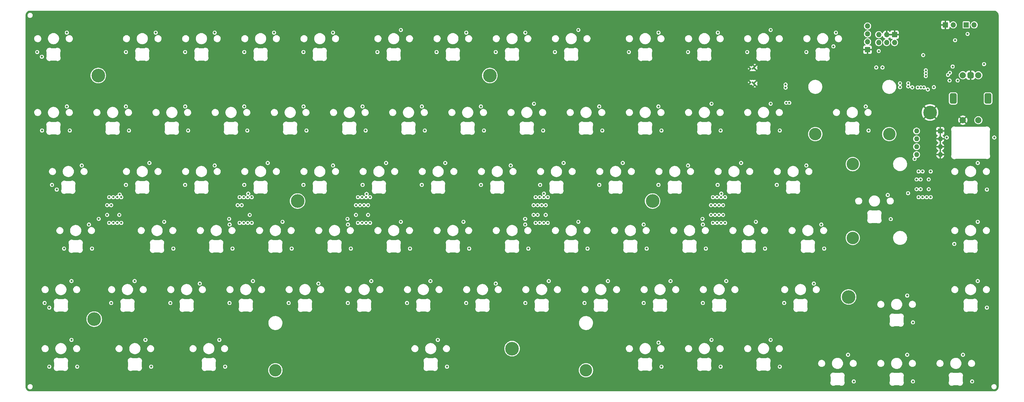
<source format=gbr>
%TF.GenerationSoftware,KiCad,Pcbnew,7.0.6*%
%TF.CreationDate,2023-11-23T18:56:53+00:00*%
%TF.ProjectId,MoonBoard,4d6f6f6e-426f-4617-9264-2e6b69636164,rev?*%
%TF.SameCoordinates,Original*%
%TF.FileFunction,Copper,L2,Inr*%
%TF.FilePolarity,Positive*%
%FSLAX46Y46*%
G04 Gerber Fmt 4.6, Leading zero omitted, Abs format (unit mm)*
G04 Created by KiCad (PCBNEW 7.0.6) date 2023-11-23 18:56:53*
%MOMM*%
%LPD*%
G01*
G04 APERTURE LIST*
G04 Aperture macros list*
%AMRoundRect*
0 Rectangle with rounded corners*
0 $1 Rounding radius*
0 $2 $3 $4 $5 $6 $7 $8 $9 X,Y pos of 4 corners*
0 Add a 4 corners polygon primitive as box body*
4,1,4,$2,$3,$4,$5,$6,$7,$8,$9,$2,$3,0*
0 Add four circle primitives for the rounded corners*
1,1,$1+$1,$2,$3*
1,1,$1+$1,$4,$5*
1,1,$1+$1,$6,$7*
1,1,$1+$1,$8,$9*
0 Add four rect primitives between the rounded corners*
20,1,$1+$1,$2,$3,$4,$5,0*
20,1,$1+$1,$4,$5,$6,$7,0*
20,1,$1+$1,$6,$7,$8,$9,0*
20,1,$1+$1,$8,$9,$2,$3,0*%
G04 Aperture macros list end*
%TA.AperFunction,ComponentPad*%
%ADD10C,0.700000*%
%TD*%
%TA.AperFunction,ComponentPad*%
%ADD11C,4.400000*%
%TD*%
%TA.AperFunction,ComponentPad*%
%ADD12R,1.700000X1.700000*%
%TD*%
%TA.AperFunction,ComponentPad*%
%ADD13O,1.700000X1.700000*%
%TD*%
%TA.AperFunction,ComponentPad*%
%ADD14C,4.000000*%
%TD*%
%TA.AperFunction,ComponentPad*%
%ADD15C,2.000000*%
%TD*%
%TA.AperFunction,ComponentPad*%
%ADD16RoundRect,0.500000X-0.500000X0.500000X-0.500000X-0.500000X0.500000X-0.500000X0.500000X0.500000X0*%
%TD*%
%TA.AperFunction,ComponentPad*%
%ADD17RoundRect,0.550000X-0.550000X1.150000X-0.550000X-1.150000X0.550000X-1.150000X0.550000X1.150000X0*%
%TD*%
%TA.AperFunction,ComponentPad*%
%ADD18C,0.600000*%
%TD*%
%TA.AperFunction,ComponentPad*%
%ADD19R,1.600000X1.600000*%
%TD*%
%TA.AperFunction,ComponentPad*%
%ADD20O,1.600000X1.600000*%
%TD*%
%TA.AperFunction,ViaPad*%
%ADD21C,0.700000*%
%TD*%
G04 APERTURE END LIST*
D10*
%TO.N,GND*%
%TO.C,H5*%
X332630000Y-100812050D03*
X333113274Y-99645324D03*
X333113274Y-101978776D03*
X334280000Y-99162050D03*
D11*
X334280000Y-100812050D03*
D10*
X334280000Y-102462050D03*
X335446726Y-99645324D03*
X335446726Y-101978776D03*
X335930000Y-100812050D03*
%TD*%
%TO.N,unconnected-(H3-Pad1)*%
%TO.C,H3*%
X190924000Y-88906250D03*
X191407274Y-87739524D03*
X191407274Y-90072976D03*
X192574000Y-87256250D03*
D11*
X192574000Y-88906250D03*
D10*
X192574000Y-90556250D03*
X193740726Y-87739524D03*
X193740726Y-90072976D03*
X194224000Y-88906250D03*
%TD*%
%TO.N,unconnected-(H2-Pad1)*%
%TO.C,H2*%
X243311500Y-129387500D03*
X243794774Y-128220774D03*
X243794774Y-130554226D03*
X244961500Y-127737500D03*
D11*
X244961500Y-129387500D03*
D10*
X244961500Y-131037500D03*
X246128226Y-128220774D03*
X246128226Y-130554226D03*
X246611500Y-129387500D03*
%TD*%
D12*
%TO.N,GND*%
%TO.C,JP1*%
X339220000Y-72550000D03*
D13*
%TO.N,/~{RESET}*%
X341760000Y-72550000D03*
%TD*%
D14*
%TO.N,*%
%TO.C,S1*%
X321161250Y-107797500D03*
X297348750Y-107797500D03*
%TD*%
%TO.N,*%
%TO.C,S3*%
X223530000Y-183997500D03*
X123517500Y-183997500D03*
%TD*%
D10*
%TO.N,unconnected-(H1-Pad1)*%
%TO.C,H1*%
X64842500Y-88906250D03*
X65325774Y-87739524D03*
X65325774Y-90072976D03*
X66492500Y-87256250D03*
D11*
X66492500Y-88906250D03*
D10*
X66492500Y-90556250D03*
X67659226Y-87739524D03*
X67659226Y-90072976D03*
X68142500Y-88906250D03*
%TD*%
%TO.N,unconnected-(H8-Pad1)*%
%TO.C,H8*%
X306414375Y-160343750D03*
X306897649Y-159177024D03*
X306897649Y-161510476D03*
X308064375Y-158693750D03*
D11*
X308064375Y-160343750D03*
D10*
X308064375Y-161993750D03*
X309231101Y-159177024D03*
X309231101Y-161510476D03*
X309714375Y-160343750D03*
%TD*%
D15*
%TO.N,/ENCODER_A*%
%TO.C,ENCODER1*%
X349855000Y-88800000D03*
%TO.N,/ENCODER_B*%
X344855000Y-88800000D03*
D16*
%TO.N,GND*%
X347355000Y-88800000D03*
D17*
%TO.N,N/C*%
X352955000Y-96300000D03*
X341755000Y-96300000D03*
D15*
%TO.N,GND*%
X344855000Y-103300000D03*
%TO.N,/ENCODER_SW*%
X349855000Y-103300000D03*
%TD*%
D14*
%TO.N,*%
%TO.C,S2*%
X309413750Y-117481250D03*
X309413750Y-141293750D03*
%TD*%
D10*
%TO.N,unconnected-(H6-Pad1)*%
%TO.C,H6*%
X198067500Y-177012500D03*
X198550774Y-175845774D03*
X198550774Y-178179226D03*
X199717500Y-175362500D03*
D11*
X199717500Y-177012500D03*
D10*
X199717500Y-178662500D03*
X200884226Y-175845774D03*
X200884226Y-178179226D03*
X201367500Y-177012500D03*
%TD*%
D12*
%TO.N,GND*%
%TO.C,OLED1*%
X314170000Y-80560000D03*
D13*
%TO.N,+3V3*%
X314170000Y-78020000D03*
%TO.N,/I2C1_SCL*%
X314170000Y-75480000D03*
%TO.N,/I2C1_SDA*%
X314170000Y-72940000D03*
%TD*%
D12*
%TO.N,+3V3*%
%TO.C,JP2*%
X345960000Y-72550000D03*
D13*
%TO.N,/BOOT0*%
X348500000Y-72550000D03*
%TD*%
D10*
%TO.N,unconnected-(H7-Pad1)*%
%TO.C,H7*%
X129011000Y-129387500D03*
X129494274Y-128220774D03*
X129494274Y-130554226D03*
X130661000Y-127737500D03*
D11*
X130661000Y-129387500D03*
D10*
X130661000Y-131037500D03*
X131827726Y-128220774D03*
X131827726Y-130554226D03*
X132311000Y-129387500D03*
%TD*%
D12*
%TO.N,GND*%
%TO.C,SWD1*%
X322855000Y-75725000D03*
D13*
%TO.N,/SWO*%
X322855000Y-78265000D03*
%TO.N,GND*%
X320315000Y-75725000D03*
%TO.N,/SWCLK*%
X320315000Y-78265000D03*
%TO.N,+3V3*%
X317775000Y-75725000D03*
%TO.N,/SWDIO*%
X317775000Y-78265000D03*
%TD*%
D10*
%TO.N,unconnected-(H4-Pad1)*%
%TO.C,H4*%
X63526875Y-167487500D03*
X64010149Y-166320774D03*
X64010149Y-168654226D03*
X65176875Y-165837500D03*
D11*
X65176875Y-167487500D03*
D10*
X65176875Y-169137500D03*
X66343601Y-166320774D03*
X66343601Y-168654226D03*
X66826875Y-167487500D03*
%TD*%
D18*
%TO.N,GND*%
%TO.C,USB1*%
X277880000Y-91900000D03*
X276480000Y-91100000D03*
X277180000Y-91100000D03*
X277880000Y-91100000D03*
X276480000Y-86700000D03*
X277180000Y-86700000D03*
X277880000Y-86700000D03*
X277880000Y-85950000D03*
%TD*%
D19*
%TO.N,GND*%
%TO.C,SW2*%
X337580000Y-106800000D03*
D20*
X337580000Y-109340000D03*
X337580000Y-111880000D03*
X337580000Y-114420000D03*
%TO.N,/SW_DIP_3*%
X329960000Y-114420000D03*
%TO.N,/SW_DIP_2*%
X329960000Y-111880000D03*
%TO.N,/SW_DIP_1*%
X329960000Y-109340000D03*
%TO.N,/SW_DIP_0*%
X329960000Y-106800000D03*
%TD*%
D21*
%TO.N,+3V3*%
X316980000Y-86300000D03*
X318980000Y-86300000D03*
%TO.N,+5V*%
X66632500Y-135162500D03*
X281167500Y-144747499D03*
X189705000Y-124187501D03*
X51592500Y-124187501D03*
X95430000Y-106647499D03*
X204967500Y-144747499D03*
X76380000Y-106647499D03*
X246855000Y-124187501D03*
X208755000Y-124187501D03*
X309742500Y-187609999D03*
X285930000Y-182847499D03*
X287336250Y-162287501D03*
X175417500Y-81325001D03*
X166867500Y-144747499D03*
X287980000Y-97700000D03*
X46830000Y-81325001D03*
X266880000Y-182847499D03*
X262117500Y-144747499D03*
X83523750Y-182847499D03*
X107336250Y-182847499D03*
X49211250Y-162287501D03*
X109717500Y-144747499D03*
X266880000Y-106647499D03*
X284955000Y-124187501D03*
X321648750Y-135222499D03*
X185917500Y-144747499D03*
X156367500Y-81325001D03*
X300217500Y-144747499D03*
X113505000Y-81325001D03*
X114480000Y-106647499D03*
X224017500Y-144747499D03*
X127792500Y-162287501D03*
X261032500Y-135162500D03*
X70642500Y-162287501D03*
X170655000Y-124187501D03*
X209730000Y-106647499D03*
X151605000Y-124187501D03*
X146842500Y-162287501D03*
X57330000Y-106647499D03*
X75405000Y-124187501D03*
X184942500Y-162287501D03*
X133530000Y-106647499D03*
X256380000Y-81325001D03*
X213517500Y-81325001D03*
X178773750Y-182847499D03*
X287780000Y-91800000D03*
X261142500Y-162287501D03*
X203992500Y-162287501D03*
X328792500Y-187609999D03*
X228780000Y-106647499D03*
X75405000Y-81325001D03*
X285930000Y-106647499D03*
X203932500Y-135162500D03*
X190680000Y-106647499D03*
X227805000Y-124187501D03*
X223042500Y-162287501D03*
X237330000Y-81325001D03*
X247830000Y-106647499D03*
X342105000Y-143237501D03*
X146732500Y-135162500D03*
X152580000Y-106647499D03*
X165892500Y-162287501D03*
X352605000Y-163797499D03*
X303190000Y-79490000D03*
X327232500Y-126862500D03*
X94455000Y-81325001D03*
X287780000Y-92800000D03*
X90667500Y-144747499D03*
X294480000Y-81325001D03*
X247830000Y-182847499D03*
X328792500Y-168559999D03*
X132555000Y-124187501D03*
X128767500Y-144747499D03*
X288980000Y-97700000D03*
X94455000Y-124187501D03*
X132555000Y-81325001D03*
X113505000Y-124187501D03*
X171630000Y-106647499D03*
X64473750Y-144747499D03*
X89692500Y-162287501D03*
X243067500Y-144747499D03*
X275430000Y-81325001D03*
X108742500Y-162287501D03*
X347842500Y-187609999D03*
X352605000Y-125697499D03*
X108632500Y-135162500D03*
X59711250Y-182847499D03*
X242092500Y-162287501D03*
X265905000Y-124187501D03*
X314505000Y-106647499D03*
X194467500Y-81325001D03*
X147817500Y-144747499D03*
%TO.N,GND*%
X173605000Y-120905000D03*
X251077501Y-163797501D03*
X288980000Y-102600000D03*
X308880000Y-86510000D03*
X75405000Y-80365001D03*
X189705000Y-123227501D03*
X272182500Y-143237499D03*
X79292500Y-157962500D03*
X259330000Y-101855000D03*
X235517500Y-139955000D03*
X265030000Y-77000000D03*
X169788750Y-181337499D03*
X220767500Y-77957500D03*
X106930000Y-101855000D03*
X265365001Y-82835001D03*
X242092500Y-161327501D03*
X130280000Y-101770000D03*
X350755000Y-138912500D03*
X187430000Y-101770000D03*
X121217500Y-139955000D03*
X116555000Y-133875000D03*
X340580000Y-89500000D03*
X159317500Y-78042500D03*
X84390001Y-82835001D03*
X253132500Y-143237499D03*
X178367500Y-78042500D03*
X201717500Y-139870000D03*
X152580000Y-107607499D03*
X280130000Y-86000000D03*
X345992500Y-181775000D03*
X182667500Y-77957500D03*
X296321251Y-163797501D03*
X314505000Y-107607499D03*
X177905000Y-120820000D03*
X222502501Y-82835001D03*
X319798750Y-129387500D03*
X216005000Y-120820000D03*
X282680000Y-101770000D03*
X113505000Y-80365001D03*
X220767500Y-139870000D03*
X343620000Y-124187499D03*
X132555000Y-80365001D03*
X109717500Y-145707499D03*
X232027501Y-163797501D03*
X216467500Y-78042500D03*
X94455000Y-80365001D03*
X86445000Y-105137499D03*
X141540001Y-82835001D03*
X184942500Y-161327501D03*
X116455000Y-120905000D03*
X88817500Y-138912500D03*
X58196251Y-163797501D03*
X213155000Y-130725000D03*
X154555000Y-120905000D03*
X139805000Y-120820000D03*
X278380000Y-78042500D03*
X319807500Y-186099999D03*
X236790001Y-125697501D03*
X140267500Y-139955000D03*
X296967500Y-139870000D03*
X163617500Y-139870000D03*
X80273750Y-177970000D03*
X278380000Y-178055000D03*
X146732500Y-134202500D03*
X117392500Y-157962500D03*
X247830000Y-107607499D03*
X126917500Y-138912500D03*
X171223750Y-178055000D03*
X187892500Y-159005000D03*
X56461250Y-177970000D03*
X270127501Y-163797501D03*
X79627501Y-163797501D03*
X246855000Y-123227501D03*
X321242500Y-182817500D03*
X350755000Y-157962500D03*
X319807500Y-167049999D03*
X56461250Y-158920000D03*
X93580000Y-100812500D03*
X228780000Y-107607499D03*
X196955000Y-120820000D03*
X244580000Y-77957500D03*
X94455000Y-123227501D03*
X128767500Y-145707499D03*
X256380000Y-80365001D03*
X301730000Y-77957500D03*
X259330000Y-178055000D03*
X51592500Y-123227501D03*
X281167500Y-145707499D03*
X209730000Y-107607499D03*
X193592500Y-157962500D03*
X351080000Y-81910000D03*
X344592500Y-182732500D03*
X107336250Y-183807499D03*
X81682500Y-143237499D03*
X76380000Y-107607499D03*
X82655000Y-120820000D03*
X78355000Y-120905000D03*
X212642500Y-157962500D03*
X321648750Y-136182499D03*
X291232500Y-143237499D03*
X338095000Y-90800000D03*
X57861250Y-157962500D03*
X75973750Y-178055000D03*
X100732500Y-143237499D03*
X138832500Y-143237499D03*
X182667500Y-139870000D03*
X203452501Y-82835001D03*
X101705000Y-120820000D03*
X171630000Y-107607499D03*
X311255000Y-101770000D03*
X179305000Y-119862500D03*
X81673750Y-177012500D03*
X70642500Y-161327501D03*
X243067500Y-145707499D03*
X250742500Y-157962500D03*
X227805000Y-123227501D03*
X155955000Y-130725000D03*
X149330000Y-101770000D03*
X325542500Y-163682500D03*
X269792500Y-157962500D03*
X203992500Y-161327501D03*
X263630000Y-177970000D03*
X66632500Y-134202500D03*
X236455000Y-119862500D03*
X87417500Y-139870000D03*
X351090001Y-144747501D03*
X293605000Y-119862500D03*
X136442500Y-157962500D03*
X176923750Y-177012500D03*
X265905000Y-123227501D03*
X74538750Y-181337499D03*
X84055000Y-77000000D03*
X249342500Y-158920000D03*
X170655000Y-123227501D03*
X57861250Y-177012500D03*
X188830000Y-100812500D03*
X237330000Y-80365001D03*
X108632500Y-134202500D03*
X212977501Y-163797501D03*
X49580000Y-163797501D03*
X202180000Y-101855000D03*
X323872373Y-79499480D03*
X287336250Y-161327501D03*
X211855000Y-133875000D03*
X149792500Y-159005000D03*
X116455000Y-78042500D03*
X164080000Y-101855000D03*
X241217500Y-138912500D03*
X159317500Y-139955000D03*
X124545000Y-105137499D03*
X154092500Y-158920000D03*
X83523750Y-183807499D03*
X174542500Y-157962500D03*
X89692500Y-161327501D03*
X284080000Y-100812500D03*
X125980000Y-101855000D03*
X336320000Y-86860000D03*
X190680000Y-107607499D03*
X54080000Y-101770000D03*
X162645000Y-105137499D03*
X49780000Y-78042500D03*
X281130000Y-86000000D03*
X165892500Y-161327501D03*
X339340000Y-86900000D03*
X239817500Y-139870000D03*
X147817500Y-145707499D03*
X285930000Y-107607499D03*
X292080000Y-104100000D03*
X60577501Y-125697501D03*
X184067500Y-138912500D03*
X284415001Y-82835001D03*
X255505000Y-119862500D03*
X103105000Y-119862500D03*
X226930000Y-100812500D03*
X90667500Y-145707499D03*
X295986250Y-157962500D03*
X282680000Y-177970000D03*
X103105000Y-77000000D03*
X98677501Y-163797501D03*
X130742500Y-159005000D03*
X207880000Y-100812500D03*
X58842500Y-120820000D03*
X59711250Y-183807499D03*
X244580000Y-177970000D03*
X282680000Y-77957500D03*
X338857500Y-186099999D03*
X51980000Y-125697501D03*
X270255000Y-130725000D03*
X203932500Y-134202500D03*
X183130000Y-101855000D03*
X284955000Y-123227501D03*
X97405000Y-78042500D03*
X77892500Y-158920000D03*
X327232500Y-125902500D03*
X184402501Y-82835001D03*
X57330000Y-107607499D03*
X213517500Y-80365001D03*
X168842500Y-159005000D03*
X345055000Y-120905000D03*
X184067500Y-77000000D03*
X197417500Y-139955000D03*
X117727501Y-163797501D03*
X318167500Y-87900000D03*
X306955000Y-101855000D03*
X112630000Y-100812500D03*
X347842500Y-188569999D03*
X215032500Y-143237499D03*
X263630000Y-101770000D03*
X99786250Y-178055000D03*
X46830000Y-80365001D03*
X154655000Y-133875000D03*
X60242500Y-119862500D03*
X176932500Y-143237499D03*
X278380000Y-101855000D03*
X353680000Y-83410000D03*
X120755000Y-77957500D03*
X328792500Y-188569999D03*
X111692500Y-159005000D03*
X342105000Y-142277501D03*
X274555000Y-119862500D03*
X222167500Y-138912500D03*
X262117500Y-145707499D03*
X346380000Y-78210000D03*
X266880000Y-107607499D03*
X75855000Y-130725000D03*
X175523750Y-177970000D03*
X143595000Y-105137499D03*
X327580000Y-96500000D03*
X119782500Y-143237499D03*
X238845000Y-105137499D03*
X61223750Y-139870000D03*
X52161250Y-178055000D03*
X292205000Y-120820000D03*
X217740001Y-125697501D03*
X261032500Y-134202500D03*
X168380000Y-101770000D03*
X122490001Y-82835001D03*
X246315001Y-82835001D03*
X254105000Y-120820000D03*
X165017500Y-77000000D03*
X297430000Y-78042500D03*
X165352501Y-82835001D03*
X105495000Y-105137499D03*
X114480000Y-107607499D03*
X193927501Y-163797501D03*
X107867500Y-138912500D03*
X268392500Y-158920000D03*
X307892500Y-181775000D03*
X284080000Y-77000000D03*
X131680000Y-100812500D03*
X293940001Y-125697501D03*
X211242500Y-158920000D03*
X160255000Y-119862500D03*
X284080000Y-177012500D03*
X298367500Y-138912500D03*
X234082500Y-143237499D03*
X221230000Y-101855000D03*
X83117500Y-139955000D03*
X265030000Y-177012500D03*
X349355000Y-120820000D03*
X92180000Y-101770000D03*
X254567500Y-139955000D03*
X336455000Y-119850000D03*
X144567500Y-139870000D03*
X141205000Y-77000000D03*
X245980000Y-77000000D03*
X318398750Y-130345000D03*
X156367500Y-80365001D03*
X211705000Y-120905000D03*
X122155000Y-77000000D03*
X276945000Y-105137499D03*
X49780000Y-101855000D03*
X198355000Y-119862500D03*
X277917500Y-139870000D03*
X343620000Y-162287499D03*
X338380000Y-81700000D03*
X290286250Y-159005000D03*
X55480000Y-100812500D03*
X255840001Y-125697501D03*
X55815001Y-82835001D03*
X160590001Y-125697501D03*
X349355000Y-158920000D03*
X132555000Y-123227501D03*
X274890001Y-125697501D03*
X135505000Y-120905000D03*
X102167500Y-139955000D03*
X198690001Y-125697501D03*
X175417500Y-80365001D03*
X225992500Y-159005000D03*
X117855000Y-130725000D03*
X206942500Y-159005000D03*
X64473750Y-145707499D03*
X314098750Y-130430000D03*
X181695000Y-105137499D03*
X166867500Y-145707499D03*
X353980000Y-108900000D03*
X208755000Y-123227501D03*
X195982500Y-143237499D03*
X203117500Y-77000000D03*
X179640001Y-125697501D03*
X340680000Y-108900000D03*
X353600000Y-77845000D03*
X136777501Y-163797501D03*
X224017500Y-145707499D03*
X178773750Y-183807499D03*
X111230000Y-101770000D03*
X345055000Y-139955000D03*
X84390001Y-125697501D03*
X145030000Y-101855000D03*
X169780000Y-100812500D03*
X206480000Y-101770000D03*
X135505000Y-78042500D03*
X285430000Y-90000000D03*
X92642500Y-159005000D03*
X285930000Y-183807499D03*
X200745000Y-105137499D03*
X217405000Y-119862500D03*
X75405000Y-123227501D03*
X258867500Y-139870000D03*
X96942500Y-158920000D03*
X216467500Y-139955000D03*
X78355000Y-78042500D03*
X98342500Y-157962500D03*
X235055000Y-120820000D03*
X312663750Y-133712499D03*
X309742500Y-188569999D03*
X303130000Y-77000000D03*
X74555000Y-133875000D03*
X106467500Y-139870000D03*
X113505000Y-123227501D03*
X55488750Y-143237499D03*
X157882500Y-143237499D03*
X55480000Y-77000000D03*
X240280000Y-101855000D03*
X155827501Y-163797501D03*
X257895000Y-181337499D03*
X350755000Y-119862500D03*
X122490001Y-125697501D03*
X125517500Y-139870000D03*
X108742500Y-161327501D03*
X223042500Y-161327501D03*
X275430000Y-80365001D03*
X87880000Y-101855000D03*
X103440001Y-82835001D03*
X98351250Y-181337499D03*
X240280000Y-78042500D03*
X204967500Y-145707499D03*
X54080000Y-77957500D03*
X101705000Y-77957500D03*
X151605000Y-123227501D03*
X320967500Y-87900000D03*
X259330000Y-78042500D03*
X73592500Y-159005000D03*
X265030000Y-100812500D03*
X244580000Y-101770000D03*
X178367500Y-139955000D03*
X279317500Y-138912500D03*
X56923750Y-139955000D03*
X146842500Y-161327501D03*
X352605000Y-164757499D03*
X257895000Y-105137499D03*
X219795000Y-105137499D03*
X50726250Y-181337499D03*
X349355000Y-139870000D03*
X247830000Y-183807499D03*
X273617500Y-139955000D03*
X240280000Y-178055000D03*
X145967500Y-138912500D03*
X238845000Y-181337499D03*
X185917500Y-145707499D03*
X325799239Y-81426346D03*
X163617500Y-77957500D03*
X305520000Y-105137499D03*
X201717500Y-77957500D03*
X192655000Y-120905000D03*
X245980000Y-100812500D03*
X294586250Y-158920000D03*
X264092500Y-159005000D03*
X332100000Y-83300000D03*
X321242500Y-163767500D03*
X165017500Y-138912500D03*
X103440001Y-125697501D03*
X48345000Y-105137499D03*
X194467500Y-80365001D03*
X127792500Y-161327501D03*
X335155000Y-125575000D03*
X306492500Y-182732500D03*
X68830000Y-101855000D03*
X54542500Y-120905000D03*
X230292500Y-158920000D03*
X49211250Y-161327501D03*
X47230000Y-82835001D03*
X155492500Y-157962500D03*
X158855000Y-120820000D03*
X231692500Y-157962500D03*
X325680000Y-93800000D03*
X104086250Y-177970000D03*
X141540001Y-125697501D03*
X249805000Y-120905000D03*
X343180000Y-89500000D03*
X192192500Y-158920000D03*
X245980000Y-177012500D03*
X95430000Y-107607499D03*
X67395000Y-105137499D03*
X133530000Y-107607499D03*
X266880000Y-183807499D03*
X173142500Y-158920000D03*
X150730000Y-100812500D03*
X105486250Y-177012500D03*
X84055000Y-119862500D03*
X62623750Y-138912500D03*
X312655000Y-100812500D03*
X302192500Y-182817500D03*
X287905000Y-120905000D03*
X292667500Y-139955000D03*
X230755000Y-120905000D03*
X225530000Y-101770000D03*
X325542500Y-182732500D03*
X326942500Y-181775000D03*
X122155000Y-119862500D03*
X326942500Y-162725000D03*
X303465001Y-82835001D03*
X294480000Y-80365001D03*
X268855000Y-120905000D03*
X73130000Y-101770000D03*
X273155000Y-120820000D03*
X222167500Y-77000000D03*
X174877501Y-163797501D03*
X135042500Y-158920000D03*
X203117500Y-138912500D03*
X74530000Y-100812500D03*
X82655000Y-77957500D03*
X52161250Y-159005000D03*
X276945000Y-181337499D03*
X120755000Y-120820000D03*
X260267500Y-138912500D03*
X197417500Y-78042500D03*
X303210000Y-78530000D03*
X287980000Y-102600000D03*
X261142500Y-161327501D03*
X300757500Y-186099999D03*
X332080000Y-87675000D03*
X115992500Y-158920000D03*
X97405000Y-120905000D03*
X287780000Y-90700000D03*
X268955000Y-133875000D03*
X263630000Y-77957500D03*
X352605000Y-126657499D03*
X141205000Y-119862500D03*
X139805000Y-77957500D03*
X245042500Y-159005000D03*
X292080000Y-103100000D03*
X323480000Y-87480000D03*
X345055000Y-159005000D03*
X328792500Y-169519999D03*
X340292500Y-182817500D03*
X300217500Y-145707499D03*
%TO.N,/~{RESET}*%
X351680000Y-85220000D03*
X342360000Y-77500000D03*
X341580000Y-86000000D03*
%TO.N,/rgb_led/sk6812mini-e-rot/Din*%
X48330000Y-82835001D03*
X48380000Y-106647499D03*
%TO.N,/rgb_led/sk6812mini-e-rot27/Din*%
X50726250Y-182847499D03*
X50726250Y-163797501D03*
%TO.N,/multiplexers/keys/KEYS_0_0*%
X70005000Y-128150000D03*
X56380000Y-75062500D03*
%TO.N,/multiplexers/keys/KEYS_0_1*%
X84980000Y-75062500D03*
X72605000Y-128150000D03*
%TO.N,/multiplexers/keys/KEYS_0_2*%
X103980000Y-75062500D03*
X112005000Y-128150000D03*
%TO.N,/multiplexers/keys/KEYS_0_3*%
X123080000Y-75062500D03*
X114605000Y-128150000D03*
%TO.N,/multiplexers/keys/KEYS_0_4*%
X142080000Y-75062500D03*
X150105000Y-128150000D03*
%TO.N,/multiplexers/keys/KEYS_0_5*%
X163917500Y-74200000D03*
X152705000Y-128150000D03*
%TO.N,/multiplexers/keys/KEYS_0_6*%
X207955000Y-130725000D03*
X184980000Y-75062500D03*
%TO.N,/multiplexers/keys/KEYS_0_7*%
X203980000Y-75062500D03*
X208605000Y-128150000D03*
%TO.N,/multiplexers/keys/KEYS_0_8*%
X209905000Y-128150000D03*
X221067500Y-74200000D03*
%TO.N,/multiplexers/keys/KEYS_0_9*%
X266355000Y-130725000D03*
X246880000Y-75062500D03*
%TO.N,/multiplexers/keys/KEYS_0_10*%
X265705000Y-128150000D03*
X265980000Y-75062500D03*
%TO.N,/multiplexers/keys/KEYS_0_11*%
X267005000Y-128150000D03*
X282980000Y-74200000D03*
%TO.N,/multiplexers/keys/KEYS_1_1*%
X75380000Y-98875000D03*
X71305000Y-128150000D03*
%TO.N,/multiplexers/keys/KEYS_1_2*%
X94480000Y-98875000D03*
X112655000Y-130725000D03*
%TO.N,/multiplexers/keys/KEYS_1_3*%
X113480000Y-98875000D03*
X113305000Y-128150000D03*
%TO.N,/multiplexers/keys/KEYS_1_7*%
X189680000Y-98875000D03*
X206655000Y-130725000D03*
%TO.N,/multiplexers/keys/KEYS_1_8*%
X207305000Y-128150000D03*
X206780000Y-98000000D03*
%TO.N,/multiplexers/keys/KEYS_1_9*%
X210555000Y-130725000D03*
X227780000Y-98875000D03*
%TO.N,/multiplexers/keys/KEYS_1_10*%
X265055000Y-130725000D03*
X246830000Y-98875000D03*
%TO.N,/multiplexers/keys/KEYS_1_11*%
X263930000Y-98000000D03*
X264405000Y-128150000D03*
%TO.N,/multiplexers/keys/KEYS_2_0*%
X69355000Y-130725000D03*
X61180000Y-117925000D03*
%TO.N,/multiplexers/keys/KEYS_2_1*%
X82955000Y-117105500D03*
X73905000Y-128150000D03*
%TO.N,/multiplexers/keys/KEYS_2_2*%
X103980000Y-117925000D03*
X111355000Y-130725000D03*
%TO.N,/multiplexers/keys/KEYS_2_3*%
X121055000Y-117100000D03*
X115905000Y-128150000D03*
%TO.N,/multiplexers/keys/KEYS_2_5*%
X154005000Y-128150000D03*
X159155000Y-117100000D03*
%TO.N,/multiplexers/keys/KEYS_2_7*%
X199280000Y-117925000D03*
X207955000Y-133875000D03*
%TO.N,/multiplexers/keys/KEYS_2_8*%
X211205000Y-128150000D03*
X216305000Y-117100000D03*
%TO.N,/multiplexers/keys/KEYS_2_9*%
X235355000Y-117100000D03*
X209255000Y-130725000D03*
%TO.N,/multiplexers/keys/KEYS_2_10*%
X263755000Y-130725000D03*
X256380000Y-117925000D03*
%TO.N,/multiplexers/keys/KEYS_2_11*%
X268305000Y-128150000D03*
X273455000Y-117100000D03*
%TO.N,/multiplexers/keys/KEYS_2_12*%
X331255000Y-122425000D03*
X294480000Y-117925000D03*
%TO.N,/multiplexers/keys/KEYS_2_13*%
X329955000Y-122425000D03*
X320680000Y-127450000D03*
%TO.N,/multiplexers/keys/KEYS_2_14*%
X334505000Y-119850000D03*
X349655000Y-117100000D03*
%TO.N,/multiplexers/keys/KEYS_3_0*%
X63480000Y-136975000D03*
X69355000Y-133875000D03*
%TO.N,/multiplexers/keys/KEYS_3_1*%
X73255000Y-133875000D03*
X87717500Y-136100000D03*
%TO.N,/multiplexers/keys/KEYS_3_2*%
X112005000Y-136450000D03*
X108780000Y-136975000D03*
%TO.N,/multiplexers/keys/KEYS_3_3*%
X115255000Y-133875000D03*
X125817500Y-136100000D03*
%TO.N,/multiplexers/keys/KEYS_3_4*%
X146880000Y-136975000D03*
X149455000Y-133875000D03*
%TO.N,/multiplexers/keys/KEYS_3_5*%
X163917500Y-136100000D03*
X153355000Y-133875000D03*
%TO.N,/multiplexers/keys/KEYS_1_6*%
X170680000Y-98875000D03*
X153355000Y-130725000D03*
%TO.N,/multiplexers/keys/KEYS_1_4*%
X150755000Y-130725000D03*
X132580000Y-98875000D03*
%TO.N,/multiplexers/keys/KEYS_3_7*%
X203955000Y-136975000D03*
X207305000Y-136450000D03*
%TO.N,/multiplexers/keys/KEYS_4_12*%
X331255000Y-125575000D03*
X296880000Y-156025000D03*
%TO.N,/multiplexers/keys/KEYS_1_13*%
X330605000Y-119850000D03*
X313580000Y-98875000D03*
%TO.N,/multiplexers/keys/KEYS_3_9*%
X242080000Y-136975000D03*
X266355000Y-133875000D03*
%TO.N,/multiplexers/keys/KEYS_1_12*%
X282980000Y-98000000D03*
X267655000Y-130725000D03*
%TO.N,/multiplexers/keys/KEYS_3_11*%
X267655000Y-133875000D03*
X278217500Y-136100000D03*
%TO.N,/multiplexers/keys/KEYS_2_4*%
X149455000Y-130725000D03*
X142080000Y-117925000D03*
%TO.N,/multiplexers/keys/KEYS_4_0*%
X57861250Y-155200000D03*
X70005000Y-136450000D03*
%TO.N,/multiplexers/keys/KEYS_4_1*%
X72605000Y-136450000D03*
X78192500Y-155200000D03*
%TO.N,/multiplexers/keys/KEYS_4_2*%
X113305000Y-136450000D03*
X99180000Y-156025000D03*
%TO.N,/multiplexers/keys/KEYS_4_9*%
X211205000Y-136450000D03*
X230592500Y-155200000D03*
%TO.N,/multiplexers/keys/KEYS_4_3*%
X115905000Y-136450000D03*
X116292500Y-155200000D03*
%TO.N,/multiplexers/keys/KEYS_3_12*%
X299280000Y-136975000D03*
X329955000Y-125575000D03*
%TO.N,/multiplexers/keys/KEYS_5_3*%
X175823750Y-174200000D03*
X152705000Y-136450000D03*
%TO.N,/multiplexers/keys/KEYS_4_5*%
X151405000Y-136450000D03*
X154392500Y-155200000D03*
%TO.N,/multiplexers/keys/KEYS_4_6*%
X154005000Y-136450000D03*
X173442500Y-155200000D03*
%TO.N,/multiplexers/keys/KEYS_5_8*%
X333205000Y-128150000D03*
X326942500Y-179000000D03*
%TO.N,/multiplexers/keys/KEYS_5_0*%
X71305000Y-136450000D03*
X57861250Y-174200000D03*
%TO.N,/multiplexers/keys/KEYS_4_7*%
X194480000Y-156025000D03*
X208605000Y-136450000D03*
%TO.N,/multiplexers/keys/KEYS_2_6*%
X178205000Y-117100000D03*
X152055000Y-130725000D03*
%TO.N,/multiplexers/keys/KEYS_3_13*%
X349655000Y-136100000D03*
X333855000Y-122425000D03*
%TO.N,/multiplexers/keys/KEYS_4_11*%
X268692500Y-155200000D03*
X267005000Y-136450000D03*
%TO.N,/multiplexers/keys/KEYS_4_8*%
X209905000Y-136450000D03*
X211542500Y-155200000D03*
%TO.N,/multiplexers/keys/KEYS_4_10*%
X250742500Y-155200000D03*
X265055000Y-133875000D03*
%TO.N,/multiplexers/keys/KEYS_4_13*%
X333855000Y-125575000D03*
X349655000Y-155200000D03*
%TO.N,/multiplexers/keys/KEYS_4_14*%
X326942500Y-159900000D03*
X331905000Y-128150000D03*
%TO.N,/multiplexers/keys/KEYS_5_1*%
X81673750Y-174200000D03*
X73905000Y-136450000D03*
%TO.N,/multiplexers/keys/KEYS_1_5*%
X151580000Y-98875000D03*
X151405000Y-128150000D03*
%TO.N,/multiplexers/keys/KEYS_5_2*%
X105486250Y-174200000D03*
X114605000Y-136450000D03*
%TO.N,/multiplexers/keys/KEYS_4_4*%
X137380000Y-156025000D03*
X150105000Y-136450000D03*
%TO.N,/multiplexers/keys/KEYS_3_10*%
X261155000Y-136975000D03*
X263755000Y-133875000D03*
%TO.N,/multiplexers/keys/KEYS_1_0*%
X56380000Y-98875000D03*
X70655000Y-130725000D03*
%TO.N,/multiplexers/keys/KEYS_5_4*%
X264405000Y-136450000D03*
X246880000Y-175075000D03*
%TO.N,/multiplexers/keys/KEYS_5_5*%
X263930000Y-174200000D03*
X265705000Y-136450000D03*
%TO.N,/multiplexers/keys/KEYS_0_12*%
X303980000Y-75062500D03*
X331905000Y-119850000D03*
%TO.N,/multiplexers/keys/KEYS_3_6*%
X184067500Y-136100000D03*
X206655000Y-133875000D03*
%TO.N,/multiplexers/keys/KEYS_5_6*%
X282980000Y-174200000D03*
X268305000Y-136450000D03*
%TO.N,/multiplexers/keys/KEYS_3_8*%
X210555000Y-133875000D03*
X221067500Y-136100000D03*
%TO.N,/multiplexers/keys/KEYS_5_7*%
X307892500Y-179000000D03*
X330605000Y-128150000D03*
%TO.N,/multiplexers/keys/KEYS_5_9*%
X334505000Y-128150000D03*
X344892500Y-179000000D03*
%TO.N,/SWDIO*%
X317780000Y-81000000D03*
%TO.N,/BOOT0*%
X346380000Y-75475000D03*
X332080000Y-82300000D03*
%TO.N,/rgb_led/sk6812mini-e-rot38/Din*%
X55477499Y-144747499D03*
X53130000Y-125697501D03*
%TO.N,/ENCODER_A*%
X340680000Y-88000000D03*
X332930000Y-87200000D03*
%TO.N,/ENCODER_B*%
X332930000Y-88150000D03*
X340080000Y-88700000D03*
%TO.N,/ENCODER_SW*%
X343180000Y-90500000D03*
X332930000Y-89100000D03*
X340580000Y-90500000D03*
%TO.N,/DAC1_OUT2*%
X339680000Y-108900000D03*
%TO.N,/DAC1_OUT1*%
X354980000Y-108900000D03*
%TO.N,/ADC1_IN3*%
X335530000Y-92650000D03*
X73380000Y-127300000D03*
%TO.N,/ADC1_IN4*%
X114780000Y-127000000D03*
X332330000Y-92762750D03*
%TO.N,/ADC2_IN3*%
X152880000Y-127100000D03*
X331330000Y-92737250D03*
%TO.N,/ADC2_IN4*%
X209980000Y-127000000D03*
X330330000Y-92762750D03*
%TO.N,/ADC4_IN3*%
X329305000Y-115800000D03*
X324630000Y-92650000D03*
%TO.N,/ADC4_IN4*%
X267080000Y-127000000D03*
X324630000Y-91400000D03*
%TO.N,/SW_DIP_0*%
X328570734Y-92709266D03*
%TO.N,/SW_DIP_1*%
X327270734Y-91409266D03*
%TO.N,/SW_DIP_2*%
X327270734Y-92400000D03*
%TO.N,/SW_DIP_3*%
X333580000Y-93400000D03*
%TD*%
%TA.AperFunction,Conductor*%
%TO.N,GND*%
G36*
X337830000Y-114104314D02*
G01*
X337818045Y-114092359D01*
X337705148Y-114034835D01*
X337611481Y-114020000D01*
X337548519Y-114020000D01*
X337454852Y-114034835D01*
X337341955Y-114092359D01*
X337330000Y-114104314D01*
X337330000Y-112195685D01*
X337341955Y-112207641D01*
X337454852Y-112265165D01*
X337548519Y-112280000D01*
X337611481Y-112280000D01*
X337705148Y-112265165D01*
X337818045Y-112207641D01*
X337830000Y-112195685D01*
X337830000Y-114104314D01*
G37*
%TD.AperFunction*%
%TA.AperFunction,Conductor*%
G36*
X337830000Y-111564314D02*
G01*
X337818045Y-111552359D01*
X337705148Y-111494835D01*
X337611481Y-111480000D01*
X337548519Y-111480000D01*
X337454852Y-111494835D01*
X337341955Y-111552359D01*
X337330000Y-111564314D01*
X337330000Y-109655685D01*
X337341955Y-109667641D01*
X337454852Y-109725165D01*
X337548519Y-109740000D01*
X337611481Y-109740000D01*
X337705148Y-109725165D01*
X337818045Y-109667641D01*
X337830000Y-109655685D01*
X337830000Y-111564314D01*
G37*
%TD.AperFunction*%
%TA.AperFunction,Conductor*%
G36*
X337830000Y-109024314D02*
G01*
X337818045Y-109012359D01*
X337705148Y-108954835D01*
X337611481Y-108940000D01*
X337548519Y-108940000D01*
X337454852Y-108954835D01*
X337341955Y-109012359D01*
X337330000Y-109024314D01*
X337330000Y-107115685D01*
X337341955Y-107127641D01*
X337454852Y-107185165D01*
X337548519Y-107200000D01*
X337611481Y-107200000D01*
X337705148Y-107185165D01*
X337818045Y-107127641D01*
X337830000Y-107115685D01*
X337830000Y-109024314D01*
G37*
%TD.AperFunction*%
%TA.AperFunction,Conductor*%
G36*
X322395507Y-75515156D02*
G01*
X322355000Y-75653111D01*
X322355000Y-75796889D01*
X322395507Y-75934844D01*
X322421314Y-75975000D01*
X320748686Y-75975000D01*
X320774493Y-75934844D01*
X320815000Y-75796889D01*
X320815000Y-75653111D01*
X320774493Y-75515156D01*
X320748686Y-75475000D01*
X322421314Y-75475000D01*
X322395507Y-75515156D01*
G37*
%TD.AperFunction*%
%TA.AperFunction,Conductor*%
G36*
X354882208Y-67975657D02*
G01*
X355084561Y-67990130D01*
X355102063Y-67992647D01*
X355293797Y-68034355D01*
X355310755Y-68039334D01*
X355494609Y-68107909D01*
X355510701Y-68115259D01*
X355682904Y-68209288D01*
X355697784Y-68218849D01*
X355854867Y-68336441D01*
X355868237Y-68348027D01*
X356006972Y-68486762D01*
X356018558Y-68500132D01*
X356136146Y-68657210D01*
X356145711Y-68672095D01*
X356239740Y-68844298D01*
X356247090Y-68860390D01*
X356315662Y-69044236D01*
X356320646Y-69061212D01*
X356362351Y-69252931D01*
X356364869Y-69270442D01*
X356379342Y-69472789D01*
X356379500Y-69477213D01*
X356379500Y-189297786D01*
X356379342Y-189302210D01*
X356364869Y-189504557D01*
X356362351Y-189522068D01*
X356320646Y-189713787D01*
X356315662Y-189730763D01*
X356247090Y-189914609D01*
X356239740Y-189930701D01*
X356145711Y-190102904D01*
X356136146Y-190117789D01*
X356018558Y-190274867D01*
X356006972Y-190288237D01*
X355868237Y-190426972D01*
X355854867Y-190438558D01*
X355697789Y-190556146D01*
X355682904Y-190565711D01*
X355510701Y-190659740D01*
X355494609Y-190667090D01*
X355310763Y-190735662D01*
X355293787Y-190740646D01*
X355102068Y-190782351D01*
X355084557Y-190784869D01*
X354903733Y-190797802D01*
X354882208Y-190799342D01*
X354877786Y-190799500D01*
X44557214Y-190799500D01*
X44552791Y-190799342D01*
X44528413Y-190797598D01*
X44350442Y-190784869D01*
X44332931Y-190782351D01*
X44141212Y-190740646D01*
X44124236Y-190735662D01*
X43940390Y-190667090D01*
X43924298Y-190659740D01*
X43752095Y-190565711D01*
X43737210Y-190556146D01*
X43580132Y-190438558D01*
X43566762Y-190426972D01*
X43428027Y-190288237D01*
X43416441Y-190274867D01*
X43312860Y-190136500D01*
X43298849Y-190117784D01*
X43289288Y-190102904D01*
X43195259Y-189930701D01*
X43187909Y-189914609D01*
X43161846Y-189844732D01*
X43119334Y-189730755D01*
X43114355Y-189713797D01*
X43072647Y-189522063D01*
X43070130Y-189504556D01*
X43065236Y-189436134D01*
X43055657Y-189302208D01*
X43055500Y-189297786D01*
X43055500Y-189254449D01*
X43714801Y-189254449D01*
X43724651Y-189436127D01*
X43724653Y-189436134D01*
X43773326Y-189611443D01*
X43773329Y-189611449D01*
X43858555Y-189772202D01*
X43920163Y-189844732D01*
X43976347Y-189910877D01*
X44121196Y-190020988D01*
X44286329Y-190097387D01*
X44464025Y-190136500D01*
X44464028Y-190136500D01*
X44600353Y-190136500D01*
X44600359Y-190136500D01*
X44735883Y-190121761D01*
X44908309Y-190063664D01*
X45064214Y-189969859D01*
X45196308Y-189844732D01*
X45298416Y-189694134D01*
X45365763Y-189525107D01*
X45395199Y-189345554D01*
X45390259Y-189254449D01*
X354039801Y-189254449D01*
X354049651Y-189436127D01*
X354049653Y-189436134D01*
X354098326Y-189611443D01*
X354098329Y-189611449D01*
X354183555Y-189772202D01*
X354245163Y-189844732D01*
X354301347Y-189910877D01*
X354446196Y-190020988D01*
X354611329Y-190097387D01*
X354789025Y-190136500D01*
X354789028Y-190136500D01*
X354925353Y-190136500D01*
X354925359Y-190136500D01*
X355060883Y-190121761D01*
X355233309Y-190063664D01*
X355389214Y-189969859D01*
X355521308Y-189844732D01*
X355623416Y-189694134D01*
X355690763Y-189525107D01*
X355720199Y-189345554D01*
X355710348Y-189163871D01*
X355685642Y-189074887D01*
X355661673Y-188988556D01*
X355661670Y-188988550D01*
X355576444Y-188827797D01*
X355458653Y-188689123D01*
X355381063Y-188630141D01*
X355313804Y-188579012D01*
X355148671Y-188502613D01*
X355148665Y-188502611D01*
X354970977Y-188463500D01*
X354970975Y-188463500D01*
X354834641Y-188463500D01*
X354834639Y-188463500D01*
X354699116Y-188478239D01*
X354526688Y-188536337D01*
X354370788Y-188630138D01*
X354370786Y-188630140D01*
X354238692Y-188755266D01*
X354136581Y-188905870D01*
X354069238Y-189074887D01*
X354069237Y-189074892D01*
X354069237Y-189074893D01*
X354043136Y-189234108D01*
X354039801Y-189254449D01*
X45390259Y-189254449D01*
X45385348Y-189163871D01*
X45360642Y-189074887D01*
X45336673Y-188988556D01*
X45336670Y-188988550D01*
X45251444Y-188827797D01*
X45133653Y-188689123D01*
X45056063Y-188630141D01*
X44988804Y-188579012D01*
X44823671Y-188502613D01*
X44823665Y-188502611D01*
X44645977Y-188463500D01*
X44645975Y-188463500D01*
X44509641Y-188463500D01*
X44509639Y-188463500D01*
X44374116Y-188478239D01*
X44201688Y-188536337D01*
X44045788Y-188630138D01*
X44045786Y-188630140D01*
X43913692Y-188755266D01*
X43811581Y-188905870D01*
X43744238Y-189074887D01*
X43744237Y-189074892D01*
X43744237Y-189074893D01*
X43718136Y-189234108D01*
X43714801Y-189254449D01*
X43055500Y-189254449D01*
X43055500Y-187998007D01*
X302188964Y-187998007D01*
X302206719Y-188179740D01*
X302206720Y-188179743D01*
X302257079Y-188355259D01*
X302257081Y-188355263D01*
X302338383Y-188518770D01*
X302447937Y-188664853D01*
X302447938Y-188664854D01*
X302447939Y-188664855D01*
X302582131Y-188788695D01*
X302736524Y-188886198D01*
X302863184Y-188936971D01*
X302906013Y-188954140D01*
X302906014Y-188954140D01*
X302906016Y-188954141D01*
X303085006Y-188990280D01*
X303085000Y-188990280D01*
X303101320Y-188990560D01*
X303267582Y-188993421D01*
X303447710Y-188963459D01*
X303619439Y-188901385D01*
X303637366Y-188890937D01*
X303638653Y-188890296D01*
X303641474Y-188888646D01*
X303641477Y-188888646D01*
X303669170Y-188872457D01*
X303731784Y-188855509D01*
X303763792Y-188855519D01*
X303763796Y-188855517D01*
X303767665Y-188855519D01*
X303767984Y-188855499D01*
X305253258Y-188855499D01*
X305315795Y-188872424D01*
X305343690Y-188888717D01*
X305346414Y-188890308D01*
X305347920Y-188891058D01*
X305365579Y-188901349D01*
X305365581Y-188901350D01*
X305537295Y-188963419D01*
X305537301Y-188963421D01*
X305717421Y-188993381D01*
X305891582Y-188990384D01*
X305899993Y-188990240D01*
X306078965Y-188954105D01*
X306078967Y-188954104D01*
X306078974Y-188954103D01*
X306248459Y-188886162D01*
X306402845Y-188788663D01*
X306537031Y-188664828D01*
X306646583Y-188518748D01*
X306727882Y-188355250D01*
X306778241Y-188179736D01*
X306795996Y-187998005D01*
X306780560Y-187816064D01*
X306732444Y-187639922D01*
X306723472Y-187621226D01*
X306723060Y-187620203D01*
X306721521Y-187617005D01*
X306718150Y-187609999D01*
X309087222Y-187609999D01*
X309106262Y-187766817D01*
X309146156Y-187872007D01*
X309162280Y-187914522D01*
X309252017Y-188044529D01*
X309370260Y-188149282D01*
X309370262Y-188149283D01*
X309510134Y-188222695D01*
X309663514Y-188260499D01*
X309663515Y-188260499D01*
X309821485Y-188260499D01*
X309974865Y-188222695D01*
X310056702Y-188179743D01*
X310114740Y-188149282D01*
X310232983Y-188044529D01*
X310265095Y-187998007D01*
X321238964Y-187998007D01*
X321256719Y-188179740D01*
X321256720Y-188179743D01*
X321307079Y-188355259D01*
X321307081Y-188355263D01*
X321388383Y-188518770D01*
X321497937Y-188664853D01*
X321497938Y-188664854D01*
X321497939Y-188664855D01*
X321632131Y-188788695D01*
X321786524Y-188886198D01*
X321913184Y-188936971D01*
X321956013Y-188954140D01*
X321956014Y-188954140D01*
X321956016Y-188954141D01*
X322135006Y-188990280D01*
X322135000Y-188990280D01*
X322151320Y-188990560D01*
X322317582Y-188993421D01*
X322497710Y-188963459D01*
X322669439Y-188901385D01*
X322687366Y-188890937D01*
X322688653Y-188890296D01*
X322691474Y-188888646D01*
X322691477Y-188888646D01*
X322719170Y-188872457D01*
X322781784Y-188855509D01*
X322813792Y-188855519D01*
X322813796Y-188855517D01*
X322817665Y-188855519D01*
X322817984Y-188855499D01*
X324303258Y-188855499D01*
X324365795Y-188872424D01*
X324393690Y-188888717D01*
X324396414Y-188890308D01*
X324397920Y-188891058D01*
X324415579Y-188901349D01*
X324415581Y-188901350D01*
X324587295Y-188963419D01*
X324587301Y-188963421D01*
X324767421Y-188993381D01*
X324941582Y-188990384D01*
X324949993Y-188990240D01*
X325128965Y-188954105D01*
X325128967Y-188954104D01*
X325128974Y-188954103D01*
X325298459Y-188886162D01*
X325452845Y-188788663D01*
X325587031Y-188664828D01*
X325696583Y-188518748D01*
X325777882Y-188355250D01*
X325828241Y-188179736D01*
X325845996Y-187998005D01*
X325830560Y-187816064D01*
X325782444Y-187639922D01*
X325773472Y-187621226D01*
X325773060Y-187620203D01*
X325771521Y-187617005D01*
X325768150Y-187609999D01*
X328137222Y-187609999D01*
X328156262Y-187766817D01*
X328196156Y-187872007D01*
X328212280Y-187914522D01*
X328302017Y-188044529D01*
X328420260Y-188149282D01*
X328420262Y-188149283D01*
X328560134Y-188222695D01*
X328713514Y-188260499D01*
X328713515Y-188260499D01*
X328871485Y-188260499D01*
X329024865Y-188222695D01*
X329106702Y-188179743D01*
X329164740Y-188149282D01*
X329282983Y-188044529D01*
X329315095Y-187998007D01*
X340288964Y-187998007D01*
X340306719Y-188179740D01*
X340306720Y-188179743D01*
X340357079Y-188355259D01*
X340357081Y-188355263D01*
X340438383Y-188518770D01*
X340547937Y-188664853D01*
X340547938Y-188664854D01*
X340547939Y-188664855D01*
X340682131Y-188788695D01*
X340836524Y-188886198D01*
X340963184Y-188936971D01*
X341006013Y-188954140D01*
X341006014Y-188954140D01*
X341006016Y-188954141D01*
X341185006Y-188990280D01*
X341185000Y-188990280D01*
X341201320Y-188990560D01*
X341367582Y-188993421D01*
X341547710Y-188963459D01*
X341719439Y-188901385D01*
X341737366Y-188890937D01*
X341738653Y-188890296D01*
X341741474Y-188888646D01*
X341741477Y-188888646D01*
X341769170Y-188872457D01*
X341831784Y-188855509D01*
X341863792Y-188855519D01*
X341863796Y-188855517D01*
X341867665Y-188855519D01*
X341867984Y-188855499D01*
X343353258Y-188855499D01*
X343415795Y-188872424D01*
X343443690Y-188888717D01*
X343446414Y-188890308D01*
X343447920Y-188891058D01*
X343465579Y-188901349D01*
X343465581Y-188901350D01*
X343637295Y-188963419D01*
X343637301Y-188963421D01*
X343817421Y-188993381D01*
X343991582Y-188990384D01*
X343999993Y-188990240D01*
X344178965Y-188954105D01*
X344178967Y-188954104D01*
X344178974Y-188954103D01*
X344348459Y-188886162D01*
X344502845Y-188788663D01*
X344637031Y-188664828D01*
X344746583Y-188518748D01*
X344827882Y-188355250D01*
X344878241Y-188179736D01*
X344895996Y-187998005D01*
X344880560Y-187816064D01*
X344832444Y-187639922D01*
X344823472Y-187621226D01*
X344823060Y-187620203D01*
X344821521Y-187617005D01*
X344818150Y-187609999D01*
X347187222Y-187609999D01*
X347206262Y-187766817D01*
X347246156Y-187872007D01*
X347262280Y-187914522D01*
X347352017Y-188044529D01*
X347470260Y-188149282D01*
X347470262Y-188149283D01*
X347610134Y-188222695D01*
X347763514Y-188260499D01*
X347763515Y-188260499D01*
X347921485Y-188260499D01*
X348074865Y-188222695D01*
X348156702Y-188179743D01*
X348214740Y-188149282D01*
X348332983Y-188044529D01*
X348422720Y-187914522D01*
X348478737Y-187766817D01*
X348497778Y-187609999D01*
X348483452Y-187492008D01*
X348478737Y-187453180D01*
X348457492Y-187397163D01*
X348422720Y-187305476D01*
X348332983Y-187175469D01*
X348214740Y-187070716D01*
X348214738Y-187070715D01*
X348214737Y-187070714D01*
X348074865Y-186997302D01*
X347921486Y-186959499D01*
X347921485Y-186959499D01*
X347763515Y-186959499D01*
X347763514Y-186959499D01*
X347610134Y-186997302D01*
X347470262Y-187070714D01*
X347352016Y-187175470D01*
X347262281Y-187305474D01*
X347262280Y-187305475D01*
X347206262Y-187453180D01*
X347187222Y-187609998D01*
X347187222Y-187609999D01*
X344818150Y-187609999D01*
X344806979Y-187586781D01*
X344805261Y-187583210D01*
X344792999Y-187529446D01*
X344792999Y-186222120D01*
X344793021Y-186221778D01*
X344793008Y-186180608D01*
X344805297Y-186126746D01*
X344821480Y-186093159D01*
X344821480Y-186093155D01*
X344823005Y-186089992D01*
X344823389Y-186089035D01*
X344823502Y-186088799D01*
X344832481Y-186070092D01*
X344880599Y-185893943D01*
X344896036Y-185711994D01*
X344878280Y-185530256D01*
X344827919Y-185354735D01*
X344746617Y-185191231D01*
X344637081Y-185045173D01*
X344637059Y-185045143D01*
X344637057Y-185045141D01*
X344502873Y-184921308D01*
X344502869Y-184921305D01*
X344502868Y-184921304D01*
X344348476Y-184823802D01*
X344310675Y-184808649D01*
X344178986Y-184755859D01*
X344178976Y-184755857D01*
X343999991Y-184719719D01*
X343999998Y-184719719D01*
X343828293Y-184716766D01*
X343817417Y-184716579D01*
X343817416Y-184716579D01*
X343817413Y-184716579D01*
X343637296Y-184746539D01*
X343637283Y-184746542D01*
X343465561Y-184808614D01*
X343447663Y-184819043D01*
X343446636Y-184819556D01*
X343415798Y-184837571D01*
X343353253Y-184854500D01*
X341831735Y-184854500D01*
X341769209Y-184837581D01*
X341738473Y-184819633D01*
X341737060Y-184818928D01*
X341719419Y-184808649D01*
X341547703Y-184746579D01*
X341547691Y-184746576D01*
X341367581Y-184716618D01*
X341367578Y-184716618D01*
X341358904Y-184716767D01*
X341185008Y-184719758D01*
X341006032Y-184755895D01*
X341006022Y-184755897D01*
X340836542Y-184823836D01*
X340682156Y-184921335D01*
X340547965Y-185045173D01*
X340438415Y-185191251D01*
X340357115Y-185354753D01*
X340306758Y-185530264D01*
X340306757Y-185530266D01*
X340289003Y-185711994D01*
X340304438Y-185893936D01*
X340352554Y-186070074D01*
X340352559Y-186070087D01*
X340361539Y-186088799D01*
X340361945Y-186089808D01*
X340379739Y-186126788D01*
X340392001Y-186180553D01*
X340392001Y-187487881D01*
X340391992Y-187488014D01*
X340391996Y-187529418D01*
X340379806Y-187583044D01*
X340378023Y-187586763D01*
X340361847Y-187620367D01*
X340361597Y-187620987D01*
X340352519Y-187639906D01*
X340352516Y-187639913D01*
X340304401Y-187816054D01*
X340304400Y-187816062D01*
X340288964Y-187998007D01*
X329315095Y-187998007D01*
X329372720Y-187914522D01*
X329428737Y-187766817D01*
X329447778Y-187609999D01*
X329433452Y-187492008D01*
X329428737Y-187453180D01*
X329407492Y-187397163D01*
X329372720Y-187305476D01*
X329282983Y-187175469D01*
X329164740Y-187070716D01*
X329164738Y-187070715D01*
X329164737Y-187070714D01*
X329024865Y-186997302D01*
X328871486Y-186959499D01*
X328871485Y-186959499D01*
X328713515Y-186959499D01*
X328713514Y-186959499D01*
X328560134Y-186997302D01*
X328420262Y-187070714D01*
X328302016Y-187175470D01*
X328212281Y-187305474D01*
X328212280Y-187305475D01*
X328156262Y-187453180D01*
X328137222Y-187609998D01*
X328137222Y-187609999D01*
X325768150Y-187609999D01*
X325756979Y-187586781D01*
X325755261Y-187583210D01*
X325742999Y-187529446D01*
X325742999Y-186222120D01*
X325743021Y-186221778D01*
X325743008Y-186180608D01*
X325755297Y-186126746D01*
X325771480Y-186093159D01*
X325771480Y-186093155D01*
X325773005Y-186089992D01*
X325773389Y-186089035D01*
X325773502Y-186088799D01*
X325782481Y-186070092D01*
X325830599Y-185893943D01*
X325846036Y-185711994D01*
X325828280Y-185530256D01*
X325777919Y-185354735D01*
X325696617Y-185191231D01*
X325587081Y-185045173D01*
X325587059Y-185045143D01*
X325587057Y-185045141D01*
X325452873Y-184921308D01*
X325452869Y-184921305D01*
X325452868Y-184921304D01*
X325298476Y-184823802D01*
X325260675Y-184808649D01*
X325128986Y-184755859D01*
X325128976Y-184755857D01*
X324949991Y-184719719D01*
X324949998Y-184719719D01*
X324778293Y-184716766D01*
X324767417Y-184716579D01*
X324767416Y-184716579D01*
X324767413Y-184716579D01*
X324587296Y-184746539D01*
X324587283Y-184746542D01*
X324415561Y-184808614D01*
X324397663Y-184819043D01*
X324396636Y-184819556D01*
X324365798Y-184837571D01*
X324303253Y-184854500D01*
X322781735Y-184854500D01*
X322719209Y-184837581D01*
X322688473Y-184819633D01*
X322687060Y-184818928D01*
X322669419Y-184808649D01*
X322497703Y-184746579D01*
X322497691Y-184746576D01*
X322317581Y-184716618D01*
X322317578Y-184716618D01*
X322308904Y-184716767D01*
X322135008Y-184719758D01*
X321956032Y-184755895D01*
X321956022Y-184755897D01*
X321786542Y-184823836D01*
X321632156Y-184921335D01*
X321497965Y-185045173D01*
X321388415Y-185191251D01*
X321307115Y-185354753D01*
X321256758Y-185530264D01*
X321256757Y-185530266D01*
X321239003Y-185711994D01*
X321254438Y-185893936D01*
X321302554Y-186070074D01*
X321302559Y-186070087D01*
X321311539Y-186088799D01*
X321311945Y-186089808D01*
X321329739Y-186126788D01*
X321342001Y-186180553D01*
X321342001Y-187487881D01*
X321341992Y-187488014D01*
X321341996Y-187529418D01*
X321329806Y-187583044D01*
X321328023Y-187586763D01*
X321311847Y-187620367D01*
X321311597Y-187620987D01*
X321302519Y-187639906D01*
X321302516Y-187639913D01*
X321254401Y-187816054D01*
X321254400Y-187816062D01*
X321238964Y-187998007D01*
X310265095Y-187998007D01*
X310322720Y-187914522D01*
X310378737Y-187766817D01*
X310397778Y-187609999D01*
X310383452Y-187492008D01*
X310378737Y-187453180D01*
X310357492Y-187397162D01*
X310322720Y-187305476D01*
X310232983Y-187175469D01*
X310114740Y-187070716D01*
X310114738Y-187070715D01*
X310114737Y-187070714D01*
X309974865Y-186997302D01*
X309821486Y-186959499D01*
X309821485Y-186959499D01*
X309663515Y-186959499D01*
X309663514Y-186959499D01*
X309510134Y-186997302D01*
X309370262Y-187070714D01*
X309252016Y-187175470D01*
X309162281Y-187305474D01*
X309162280Y-187305475D01*
X309106262Y-187453180D01*
X309087222Y-187609998D01*
X309087222Y-187609999D01*
X306718150Y-187609999D01*
X306706979Y-187586781D01*
X306705261Y-187583210D01*
X306692999Y-187529446D01*
X306692999Y-186222120D01*
X306693021Y-186221778D01*
X306693008Y-186180608D01*
X306705297Y-186126746D01*
X306721480Y-186093159D01*
X306721480Y-186093155D01*
X306723005Y-186089992D01*
X306723389Y-186089035D01*
X306723502Y-186088799D01*
X306732481Y-186070092D01*
X306780599Y-185893943D01*
X306796036Y-185711994D01*
X306778280Y-185530256D01*
X306727919Y-185354735D01*
X306646617Y-185191231D01*
X306537081Y-185045173D01*
X306537059Y-185045143D01*
X306537057Y-185045141D01*
X306402873Y-184921308D01*
X306402869Y-184921305D01*
X306402868Y-184921304D01*
X306248476Y-184823802D01*
X306210675Y-184808649D01*
X306078986Y-184755859D01*
X306078976Y-184755857D01*
X305899991Y-184719719D01*
X305899998Y-184719719D01*
X305728293Y-184716766D01*
X305717417Y-184716579D01*
X305717416Y-184716579D01*
X305717413Y-184716579D01*
X305537296Y-184746539D01*
X305537283Y-184746542D01*
X305365561Y-184808614D01*
X305347663Y-184819043D01*
X305346636Y-184819556D01*
X305315798Y-184837571D01*
X305253253Y-184854500D01*
X303731735Y-184854500D01*
X303669209Y-184837581D01*
X303638473Y-184819633D01*
X303637060Y-184818928D01*
X303619419Y-184808649D01*
X303447703Y-184746579D01*
X303447691Y-184746576D01*
X303267581Y-184716618D01*
X303267578Y-184716618D01*
X303258904Y-184716767D01*
X303085008Y-184719758D01*
X302906032Y-184755895D01*
X302906022Y-184755897D01*
X302736542Y-184823836D01*
X302582156Y-184921335D01*
X302447965Y-185045173D01*
X302338415Y-185191251D01*
X302257115Y-185354753D01*
X302206758Y-185530264D01*
X302206757Y-185530266D01*
X302189003Y-185711994D01*
X302204438Y-185893936D01*
X302252554Y-186070074D01*
X302252559Y-186070087D01*
X302261539Y-186088799D01*
X302261945Y-186089808D01*
X302279739Y-186126788D01*
X302292001Y-186180553D01*
X302292001Y-187487881D01*
X302291992Y-187488014D01*
X302291996Y-187529418D01*
X302279806Y-187583044D01*
X302278023Y-187586763D01*
X302261847Y-187620367D01*
X302261597Y-187620987D01*
X302252519Y-187639906D01*
X302252516Y-187639913D01*
X302204401Y-187816054D01*
X302204400Y-187816062D01*
X302188964Y-187998007D01*
X43055500Y-187998007D01*
X43055500Y-182847499D01*
X50070972Y-182847499D01*
X50090012Y-183004317D01*
X50129906Y-183109507D01*
X50146030Y-183152022D01*
X50235767Y-183282029D01*
X50354010Y-183386782D01*
X50354012Y-183386783D01*
X50493884Y-183460195D01*
X50647264Y-183497999D01*
X50647265Y-183497999D01*
X50805235Y-183497999D01*
X50958615Y-183460195D01*
X51000936Y-183437983D01*
X51098490Y-183386782D01*
X51216733Y-183282029D01*
X51306470Y-183152022D01*
X51362487Y-183004317D01*
X51381528Y-182847499D01*
X51379557Y-182831262D01*
X51362487Y-182690680D01*
X51325836Y-182594040D01*
X51306470Y-182542976D01*
X51216733Y-182412969D01*
X51098490Y-182308216D01*
X51098488Y-182308215D01*
X51098487Y-182308214D01*
X50958615Y-182234802D01*
X50805236Y-182196999D01*
X50805235Y-182196999D01*
X50647265Y-182196999D01*
X50647264Y-182196999D01*
X50493884Y-182234802D01*
X50354012Y-182308214D01*
X50235766Y-182412970D01*
X50146031Y-182542974D01*
X50146030Y-182542975D01*
X50090012Y-182690680D01*
X50070972Y-182847498D01*
X50070972Y-182847499D01*
X43055500Y-182847499D01*
X43055500Y-180949479D01*
X52157758Y-180949479D01*
X52173189Y-181131414D01*
X52173191Y-181131424D01*
X52221297Y-181307553D01*
X52221302Y-181307567D01*
X52230280Y-181326276D01*
X52230716Y-181327358D01*
X52232196Y-181330434D01*
X52232197Y-181330436D01*
X52248487Y-181364286D01*
X52260751Y-181418054D01*
X52260751Y-182725381D01*
X52260742Y-182725514D01*
X52260746Y-182766928D01*
X52248474Y-182820724D01*
X52230903Y-182857223D01*
X52230211Y-182858941D01*
X52221331Y-182877447D01*
X52221328Y-182877455D01*
X52173220Y-183053586D01*
X52173219Y-183053593D01*
X52157789Y-183235521D01*
X52175546Y-183417246D01*
X52175547Y-183417250D01*
X52225905Y-183592758D01*
X52225906Y-183592760D01*
X52307191Y-183756231D01*
X52307200Y-183756249D01*
X52416747Y-183902326D01*
X52550926Y-184026159D01*
X52550930Y-184026161D01*
X52550932Y-184026163D01*
X52598434Y-184056164D01*
X52705303Y-184123659D01*
X52874780Y-184191604D01*
X53053755Y-184227749D01*
X53236317Y-184230900D01*
X53416434Y-184200953D01*
X53588154Y-184138897D01*
X53606085Y-184128449D01*
X53607538Y-184127725D01*
X53610268Y-184126129D01*
X53637923Y-184109959D01*
X53700535Y-184093005D01*
X53727253Y-184093010D01*
X53736500Y-184093013D01*
X53736717Y-184092999D01*
X55222002Y-184092999D01*
X55284550Y-184109930D01*
X55306864Y-184122966D01*
X55314685Y-184127535D01*
X55317156Y-184128767D01*
X55334324Y-184138774D01*
X55334327Y-184138775D01*
X55334329Y-184138776D01*
X55480546Y-184191641D01*
X55506042Y-184200859D01*
X55686161Y-184230831D01*
X55868731Y-184227701D01*
X56047718Y-184191572D01*
X56217207Y-184123638D01*
X56371597Y-184026143D01*
X56505786Y-183902310D01*
X56615341Y-183756231D01*
X56696641Y-183592732D01*
X56746999Y-183417216D01*
X56764751Y-183235485D01*
X56749310Y-183053542D01*
X56701188Y-182877401D01*
X56692209Y-182858694D01*
X56691830Y-182857750D01*
X56686897Y-182847499D01*
X59055972Y-182847499D01*
X59075012Y-183004317D01*
X59114906Y-183109507D01*
X59131030Y-183152022D01*
X59220767Y-183282029D01*
X59339010Y-183386782D01*
X59339012Y-183386783D01*
X59478884Y-183460195D01*
X59632264Y-183497999D01*
X59632265Y-183497999D01*
X59790235Y-183497999D01*
X59943615Y-183460195D01*
X59985936Y-183437983D01*
X60083490Y-183386782D01*
X60201733Y-183282029D01*
X60291470Y-183152022D01*
X60347487Y-183004317D01*
X60366528Y-182847499D01*
X60364557Y-182831262D01*
X60347487Y-182690680D01*
X60310836Y-182594040D01*
X60291470Y-182542976D01*
X60201733Y-182412969D01*
X60083490Y-182308216D01*
X60083488Y-182308215D01*
X60083487Y-182308214D01*
X59943615Y-182234802D01*
X59790236Y-182196999D01*
X59790235Y-182196999D01*
X59632265Y-182196999D01*
X59632264Y-182196999D01*
X59478884Y-182234802D01*
X59339012Y-182308214D01*
X59220766Y-182412970D01*
X59131031Y-182542974D01*
X59131030Y-182542975D01*
X59075012Y-182690680D01*
X59055972Y-182847498D01*
X59055972Y-182847499D01*
X56686897Y-182847499D01*
X56686897Y-182847498D01*
X56674008Y-182820709D01*
X56661748Y-182766952D01*
X56661748Y-181459797D01*
X56661772Y-181459451D01*
X56661758Y-181418105D01*
X56674045Y-181364247D01*
X56690237Y-181330638D01*
X56690237Y-181330633D01*
X56691497Y-181328020D01*
X56692286Y-181326059D01*
X56701170Y-181307547D01*
X56741195Y-181161006D01*
X56749278Y-181131414D01*
X56749278Y-181131413D01*
X56749279Y-181131410D01*
X56759145Y-181015079D01*
X56764709Y-180949479D01*
X75970258Y-180949479D01*
X75985689Y-181131414D01*
X75985691Y-181131424D01*
X76033797Y-181307553D01*
X76033802Y-181307567D01*
X76042780Y-181326276D01*
X76043216Y-181327358D01*
X76044696Y-181330434D01*
X76044697Y-181330436D01*
X76060987Y-181364286D01*
X76073251Y-181418054D01*
X76073251Y-182725381D01*
X76073242Y-182725514D01*
X76073246Y-182766928D01*
X76060974Y-182820724D01*
X76043403Y-182857223D01*
X76042711Y-182858941D01*
X76033831Y-182877447D01*
X76033828Y-182877455D01*
X75985720Y-183053586D01*
X75985719Y-183053593D01*
X75970289Y-183235521D01*
X75988046Y-183417246D01*
X75988047Y-183417250D01*
X76038405Y-183592758D01*
X76038406Y-183592760D01*
X76119691Y-183756231D01*
X76119700Y-183756249D01*
X76229247Y-183902326D01*
X76363426Y-184026159D01*
X76363430Y-184026161D01*
X76363432Y-184026163D01*
X76410934Y-184056164D01*
X76517803Y-184123659D01*
X76687280Y-184191604D01*
X76866255Y-184227749D01*
X77048817Y-184230900D01*
X77228934Y-184200953D01*
X77400654Y-184138897D01*
X77418585Y-184128449D01*
X77420038Y-184127725D01*
X77422768Y-184126129D01*
X77450423Y-184109959D01*
X77513035Y-184093005D01*
X77539753Y-184093010D01*
X77549000Y-184093013D01*
X77549217Y-184092999D01*
X79034502Y-184092999D01*
X79097050Y-184109930D01*
X79119364Y-184122966D01*
X79127185Y-184127535D01*
X79129656Y-184128767D01*
X79146824Y-184138774D01*
X79146827Y-184138775D01*
X79146829Y-184138776D01*
X79293046Y-184191641D01*
X79318542Y-184200859D01*
X79498661Y-184230831D01*
X79681231Y-184227701D01*
X79860218Y-184191572D01*
X80029707Y-184123638D01*
X80184097Y-184026143D01*
X80318286Y-183902310D01*
X80427841Y-183756231D01*
X80509141Y-183592732D01*
X80559499Y-183417216D01*
X80577251Y-183235485D01*
X80561810Y-183053542D01*
X80513688Y-182877401D01*
X80504709Y-182858694D01*
X80504330Y-182857749D01*
X80499399Y-182847499D01*
X82868472Y-182847499D01*
X82887512Y-183004317D01*
X82927406Y-183109507D01*
X82943530Y-183152022D01*
X83033267Y-183282029D01*
X83151510Y-183386782D01*
X83151512Y-183386783D01*
X83291384Y-183460195D01*
X83444764Y-183497999D01*
X83444765Y-183497999D01*
X83602735Y-183497999D01*
X83756115Y-183460195D01*
X83798436Y-183437983D01*
X83895990Y-183386782D01*
X84014233Y-183282029D01*
X84103970Y-183152022D01*
X84159987Y-183004317D01*
X84179028Y-182847499D01*
X84177057Y-182831262D01*
X84159987Y-182690680D01*
X84123336Y-182594040D01*
X84103970Y-182542976D01*
X84014233Y-182412969D01*
X83895990Y-182308216D01*
X83895988Y-182308215D01*
X83895987Y-182308214D01*
X83756115Y-182234802D01*
X83602736Y-182196999D01*
X83602735Y-182196999D01*
X83444765Y-182196999D01*
X83444764Y-182196999D01*
X83291384Y-182234802D01*
X83151512Y-182308214D01*
X83033266Y-182412970D01*
X82943531Y-182542974D01*
X82943530Y-182542975D01*
X82887512Y-182690680D01*
X82868472Y-182847498D01*
X82868472Y-182847499D01*
X80499399Y-182847499D01*
X80486509Y-182820708D01*
X80474249Y-182766948D01*
X80474249Y-181459620D01*
X80474271Y-181459278D01*
X80474258Y-181418105D01*
X80486545Y-181364247D01*
X80502737Y-181330638D01*
X80502737Y-181330633D01*
X80503997Y-181328020D01*
X80504786Y-181326059D01*
X80513670Y-181307547D01*
X80553695Y-181161006D01*
X80561778Y-181131414D01*
X80561778Y-181131413D01*
X80561779Y-181131410D01*
X80571645Y-181015079D01*
X80577209Y-180949479D01*
X99782758Y-180949479D01*
X99798189Y-181131414D01*
X99798191Y-181131424D01*
X99846297Y-181307553D01*
X99846302Y-181307567D01*
X99855280Y-181326276D01*
X99855716Y-181327358D01*
X99857196Y-181330434D01*
X99857197Y-181330436D01*
X99873487Y-181364286D01*
X99885751Y-181418054D01*
X99885751Y-182725381D01*
X99885742Y-182725514D01*
X99885746Y-182766928D01*
X99873474Y-182820724D01*
X99855903Y-182857223D01*
X99855211Y-182858941D01*
X99846331Y-182877447D01*
X99846328Y-182877455D01*
X99798220Y-183053586D01*
X99798219Y-183053593D01*
X99782789Y-183235521D01*
X99800546Y-183417246D01*
X99800547Y-183417250D01*
X99850905Y-183592758D01*
X99850906Y-183592760D01*
X99932191Y-183756231D01*
X99932200Y-183756249D01*
X100041747Y-183902326D01*
X100175926Y-184026159D01*
X100175930Y-184026161D01*
X100175932Y-184026163D01*
X100223434Y-184056164D01*
X100330303Y-184123659D01*
X100499780Y-184191604D01*
X100678755Y-184227749D01*
X100861317Y-184230900D01*
X101041434Y-184200953D01*
X101213154Y-184138897D01*
X101231085Y-184128449D01*
X101232538Y-184127725D01*
X101235268Y-184126129D01*
X101262923Y-184109959D01*
X101325535Y-184093005D01*
X101352253Y-184093010D01*
X101361500Y-184093013D01*
X101361717Y-184092999D01*
X102847002Y-184092999D01*
X102909550Y-184109930D01*
X102931864Y-184122966D01*
X102939685Y-184127535D01*
X102942156Y-184128767D01*
X102959324Y-184138774D01*
X102959327Y-184138775D01*
X102959329Y-184138776D01*
X103105546Y-184191641D01*
X103131042Y-184200859D01*
X103311161Y-184230831D01*
X103493731Y-184227701D01*
X103672718Y-184191572D01*
X103842207Y-184123638D01*
X103996597Y-184026143D01*
X104027635Y-183997500D01*
X121212064Y-183997500D01*
X121227154Y-184227740D01*
X121231787Y-184298418D01*
X121231788Y-184298430D01*
X121290618Y-184594183D01*
X121290622Y-184594198D01*
X121387553Y-184879747D01*
X121387562Y-184879768D01*
X121520931Y-185150213D01*
X121520935Y-185150220D01*
X121688473Y-185400959D01*
X121887310Y-185627689D01*
X122114040Y-185826526D01*
X122364779Y-185994064D01*
X122364786Y-185994068D01*
X122635231Y-186127437D01*
X122635236Y-186127439D01*
X122635248Y-186127445D01*
X122920809Y-186224380D01*
X123120751Y-186264151D01*
X123216569Y-186283211D01*
X123216570Y-186283211D01*
X123216580Y-186283213D01*
X123517500Y-186302936D01*
X123818420Y-186283213D01*
X124114191Y-186224380D01*
X124399752Y-186127445D01*
X124670218Y-185994066D01*
X124920961Y-185826525D01*
X125147689Y-185627689D01*
X125346525Y-185400961D01*
X125514066Y-185150218D01*
X125647445Y-184879752D01*
X125744380Y-184594191D01*
X125803213Y-184298420D01*
X125822936Y-183997500D01*
X125803213Y-183696580D01*
X125744380Y-183400809D01*
X125647445Y-183115248D01*
X125644623Y-183109526D01*
X125514068Y-182844786D01*
X125514064Y-182844779D01*
X125346526Y-182594040D01*
X125147689Y-182367310D01*
X124920959Y-182168473D01*
X124670220Y-182000935D01*
X124670213Y-182000931D01*
X124399768Y-181867562D01*
X124399747Y-181867553D01*
X124114198Y-181770622D01*
X124114192Y-181770620D01*
X124114191Y-181770620D01*
X124114189Y-181770619D01*
X124114183Y-181770618D01*
X123818430Y-181711788D01*
X123818421Y-181711787D01*
X123818420Y-181711787D01*
X123517500Y-181692064D01*
X123517499Y-181692064D01*
X123367040Y-181701925D01*
X123216580Y-181711787D01*
X123216579Y-181711787D01*
X123216569Y-181711788D01*
X122920816Y-181770618D01*
X122920801Y-181770622D01*
X122635252Y-181867553D01*
X122635231Y-181867562D01*
X122364786Y-182000931D01*
X122364779Y-182000935D01*
X122114040Y-182168473D01*
X121887310Y-182367310D01*
X121688473Y-182594040D01*
X121520935Y-182844779D01*
X121520931Y-182844786D01*
X121387562Y-183115231D01*
X121387553Y-183115252D01*
X121290622Y-183400801D01*
X121290618Y-183400816D01*
X121231788Y-183696569D01*
X121231787Y-183696579D01*
X121231787Y-183696580D01*
X121212064Y-183997500D01*
X104027635Y-183997500D01*
X104130786Y-183902310D01*
X104240341Y-183756231D01*
X104321641Y-183592732D01*
X104371999Y-183417216D01*
X104389751Y-183235485D01*
X104374310Y-183053542D01*
X104326188Y-182877401D01*
X104317209Y-182858694D01*
X104316830Y-182857749D01*
X104311899Y-182847499D01*
X106680972Y-182847499D01*
X106700012Y-183004317D01*
X106739906Y-183109507D01*
X106756030Y-183152022D01*
X106845767Y-183282029D01*
X106964010Y-183386782D01*
X106964012Y-183386783D01*
X107103884Y-183460195D01*
X107257264Y-183497999D01*
X107257265Y-183497999D01*
X107415235Y-183497999D01*
X107568615Y-183460195D01*
X107610936Y-183437983D01*
X107708490Y-183386782D01*
X107826733Y-183282029D01*
X107916470Y-183152022D01*
X107972487Y-183004317D01*
X107991528Y-182847499D01*
X107989557Y-182831262D01*
X107972487Y-182690680D01*
X107935836Y-182594040D01*
X107916470Y-182542976D01*
X107826733Y-182412969D01*
X107708490Y-182308216D01*
X107708488Y-182308215D01*
X107708487Y-182308214D01*
X107568615Y-182234802D01*
X107415236Y-182196999D01*
X107415235Y-182196999D01*
X107257265Y-182196999D01*
X107257264Y-182196999D01*
X107103884Y-182234802D01*
X106964012Y-182308214D01*
X106845766Y-182412970D01*
X106756031Y-182542974D01*
X106756030Y-182542975D01*
X106700012Y-182690680D01*
X106680972Y-182847498D01*
X106680972Y-182847499D01*
X104311899Y-182847499D01*
X104299009Y-182820708D01*
X104286749Y-182766948D01*
X104286749Y-182126162D01*
X104286749Y-181459437D01*
X104286771Y-181459109D01*
X104286758Y-181418105D01*
X104299045Y-181364247D01*
X104315237Y-181330638D01*
X104315237Y-181330633D01*
X104316497Y-181328020D01*
X104317286Y-181326059D01*
X104326170Y-181307547D01*
X104366195Y-181161006D01*
X104374278Y-181131414D01*
X104374278Y-181131413D01*
X104374279Y-181131410D01*
X104384145Y-181015079D01*
X104389709Y-180949479D01*
X171220258Y-180949479D01*
X171235689Y-181131414D01*
X171235691Y-181131424D01*
X171283797Y-181307553D01*
X171283802Y-181307567D01*
X171292780Y-181326276D01*
X171293216Y-181327358D01*
X171294696Y-181330434D01*
X171294697Y-181330436D01*
X171310987Y-181364286D01*
X171323251Y-181418054D01*
X171323251Y-182725381D01*
X171323242Y-182725514D01*
X171323246Y-182766928D01*
X171310974Y-182820724D01*
X171293403Y-182857223D01*
X171292711Y-182858941D01*
X171283831Y-182877447D01*
X171283828Y-182877455D01*
X171235720Y-183053586D01*
X171235719Y-183053593D01*
X171220289Y-183235521D01*
X171238046Y-183417246D01*
X171238047Y-183417250D01*
X171288405Y-183592758D01*
X171288406Y-183592760D01*
X171369691Y-183756231D01*
X171369700Y-183756249D01*
X171479247Y-183902326D01*
X171613426Y-184026159D01*
X171613430Y-184026161D01*
X171613432Y-184026163D01*
X171660934Y-184056164D01*
X171767803Y-184123659D01*
X171937280Y-184191604D01*
X172116255Y-184227749D01*
X172298817Y-184230900D01*
X172478934Y-184200953D01*
X172650654Y-184138897D01*
X172668585Y-184128449D01*
X172670038Y-184127725D01*
X172672768Y-184126129D01*
X172700423Y-184109959D01*
X172763035Y-184093005D01*
X172789753Y-184093010D01*
X172799000Y-184093013D01*
X172799217Y-184092999D01*
X174284502Y-184092999D01*
X174347050Y-184109930D01*
X174369364Y-184122966D01*
X174377185Y-184127535D01*
X174379656Y-184128767D01*
X174396824Y-184138774D01*
X174396827Y-184138775D01*
X174396829Y-184138776D01*
X174543046Y-184191641D01*
X174568542Y-184200859D01*
X174748661Y-184230831D01*
X174931231Y-184227701D01*
X175110218Y-184191572D01*
X175279707Y-184123638D01*
X175434097Y-184026143D01*
X175465135Y-183997500D01*
X221224564Y-183997500D01*
X221239654Y-184227740D01*
X221244287Y-184298418D01*
X221244288Y-184298430D01*
X221303118Y-184594183D01*
X221303122Y-184594198D01*
X221400053Y-184879747D01*
X221400062Y-184879768D01*
X221533431Y-185150213D01*
X221533435Y-185150220D01*
X221700973Y-185400959D01*
X221899810Y-185627689D01*
X222126540Y-185826526D01*
X222377279Y-185994064D01*
X222377286Y-185994068D01*
X222647731Y-186127437D01*
X222647736Y-186127439D01*
X222647748Y-186127445D01*
X222933309Y-186224380D01*
X223133251Y-186264151D01*
X223229069Y-186283211D01*
X223229070Y-186283211D01*
X223229080Y-186283213D01*
X223530000Y-186302936D01*
X223830920Y-186283213D01*
X224126691Y-186224380D01*
X224412252Y-186127445D01*
X224682718Y-185994066D01*
X224933461Y-185826525D01*
X225160189Y-185627689D01*
X225359025Y-185400961D01*
X225526566Y-185150218D01*
X225659945Y-184879752D01*
X225756880Y-184594191D01*
X225815713Y-184298420D01*
X225835436Y-183997500D01*
X225815713Y-183696580D01*
X225756880Y-183400809D01*
X225700767Y-183235507D01*
X240276464Y-183235507D01*
X240294219Y-183417240D01*
X240294220Y-183417243D01*
X240344579Y-183592759D01*
X240344581Y-183592763D01*
X240425883Y-183756270D01*
X240535437Y-183902353D01*
X240535438Y-183902354D01*
X240535439Y-183902355D01*
X240669631Y-184026195D01*
X240824024Y-184123698D01*
X240950684Y-184174471D01*
X240993513Y-184191640D01*
X240993514Y-184191640D01*
X240993516Y-184191641D01*
X241172506Y-184227780D01*
X241172500Y-184227780D01*
X241188820Y-184228060D01*
X241355082Y-184230921D01*
X241535210Y-184200959D01*
X241706939Y-184138885D01*
X241724866Y-184128437D01*
X241726153Y-184127796D01*
X241728974Y-184126146D01*
X241728977Y-184126146D01*
X241756670Y-184109957D01*
X241819284Y-184093009D01*
X241851292Y-184093019D01*
X241851296Y-184093017D01*
X241855165Y-184093019D01*
X241855484Y-184092999D01*
X243340758Y-184092999D01*
X243403295Y-184109924D01*
X243431161Y-184126200D01*
X243433914Y-184127808D01*
X243435420Y-184128558D01*
X243452954Y-184138776D01*
X243453081Y-184138850D01*
X243624629Y-184200859D01*
X243624801Y-184200921D01*
X243804921Y-184230881D01*
X243979082Y-184227884D01*
X243987493Y-184227740D01*
X244166465Y-184191605D01*
X244166467Y-184191604D01*
X244166474Y-184191603D01*
X244335959Y-184123662D01*
X244490345Y-184026163D01*
X244624531Y-183902328D01*
X244734083Y-183756248D01*
X244815382Y-183592750D01*
X244865741Y-183417236D01*
X244883496Y-183235505D01*
X244868060Y-183053564D01*
X244819944Y-182877422D01*
X244810972Y-182858726D01*
X244810560Y-182857703D01*
X244809021Y-182854505D01*
X244805650Y-182847499D01*
X247174722Y-182847499D01*
X247193762Y-183004317D01*
X247233656Y-183109507D01*
X247249780Y-183152022D01*
X247339517Y-183282029D01*
X247457760Y-183386782D01*
X247457762Y-183386783D01*
X247597634Y-183460195D01*
X247751014Y-183497999D01*
X247751015Y-183497999D01*
X247908985Y-183497999D01*
X248062365Y-183460195D01*
X248104686Y-183437983D01*
X248202240Y-183386782D01*
X248320483Y-183282029D01*
X248352595Y-183235507D01*
X259326464Y-183235507D01*
X259344219Y-183417240D01*
X259344220Y-183417243D01*
X259394579Y-183592759D01*
X259394581Y-183592763D01*
X259475883Y-183756270D01*
X259585437Y-183902353D01*
X259585438Y-183902354D01*
X259585439Y-183902355D01*
X259719631Y-184026195D01*
X259874024Y-184123698D01*
X260000684Y-184174471D01*
X260043513Y-184191640D01*
X260043514Y-184191640D01*
X260043516Y-184191641D01*
X260222506Y-184227780D01*
X260222500Y-184227780D01*
X260238820Y-184228060D01*
X260405082Y-184230921D01*
X260585210Y-184200959D01*
X260756939Y-184138885D01*
X260774866Y-184128437D01*
X260776153Y-184127796D01*
X260778974Y-184126146D01*
X260778977Y-184126146D01*
X260806670Y-184109957D01*
X260869284Y-184093009D01*
X260901292Y-184093019D01*
X260901296Y-184093017D01*
X260905165Y-184093019D01*
X260905484Y-184092999D01*
X262390758Y-184092999D01*
X262453295Y-184109924D01*
X262481161Y-184126200D01*
X262483914Y-184127808D01*
X262485420Y-184128558D01*
X262502954Y-184138776D01*
X262503081Y-184138850D01*
X262674629Y-184200859D01*
X262674801Y-184200921D01*
X262854921Y-184230881D01*
X263029082Y-184227884D01*
X263037493Y-184227740D01*
X263216465Y-184191605D01*
X263216467Y-184191604D01*
X263216474Y-184191603D01*
X263385959Y-184123662D01*
X263540345Y-184026163D01*
X263674531Y-183902328D01*
X263784083Y-183756248D01*
X263865382Y-183592750D01*
X263915741Y-183417236D01*
X263933496Y-183235505D01*
X263918060Y-183053564D01*
X263869944Y-182877422D01*
X263860972Y-182858726D01*
X263860557Y-182857696D01*
X263855651Y-182847499D01*
X266224722Y-182847499D01*
X266243762Y-183004317D01*
X266283656Y-183109507D01*
X266299780Y-183152022D01*
X266389517Y-183282029D01*
X266507760Y-183386782D01*
X266507762Y-183386783D01*
X266647634Y-183460195D01*
X266801014Y-183497999D01*
X266801015Y-183497999D01*
X266958985Y-183497999D01*
X267112365Y-183460195D01*
X267154686Y-183437983D01*
X267252240Y-183386782D01*
X267370483Y-183282029D01*
X267402595Y-183235507D01*
X278376464Y-183235507D01*
X278394219Y-183417240D01*
X278394220Y-183417243D01*
X278444579Y-183592759D01*
X278444581Y-183592763D01*
X278525883Y-183756270D01*
X278635437Y-183902353D01*
X278635438Y-183902354D01*
X278635439Y-183902355D01*
X278769631Y-184026195D01*
X278924024Y-184123698D01*
X279050684Y-184174471D01*
X279093513Y-184191640D01*
X279093514Y-184191640D01*
X279093516Y-184191641D01*
X279272506Y-184227780D01*
X279272500Y-184227780D01*
X279288820Y-184228060D01*
X279455082Y-184230921D01*
X279635210Y-184200959D01*
X279806939Y-184138885D01*
X279824866Y-184128437D01*
X279826153Y-184127796D01*
X279828974Y-184126146D01*
X279828977Y-184126146D01*
X279856670Y-184109957D01*
X279919284Y-184093009D01*
X279951292Y-184093019D01*
X279951296Y-184093017D01*
X279955165Y-184093019D01*
X279955484Y-184092999D01*
X281440758Y-184092999D01*
X281503295Y-184109924D01*
X281531161Y-184126200D01*
X281533914Y-184127808D01*
X281535420Y-184128558D01*
X281552954Y-184138776D01*
X281553081Y-184138850D01*
X281724629Y-184200859D01*
X281724801Y-184200921D01*
X281904921Y-184230881D01*
X282079082Y-184227884D01*
X282087493Y-184227740D01*
X282266465Y-184191605D01*
X282266467Y-184191604D01*
X282266474Y-184191603D01*
X282435959Y-184123662D01*
X282590345Y-184026163D01*
X282724531Y-183902328D01*
X282834083Y-183756248D01*
X282915382Y-183592750D01*
X282965741Y-183417236D01*
X282983496Y-183235505D01*
X282968060Y-183053564D01*
X282919944Y-182877422D01*
X282910972Y-182858726D01*
X282910560Y-182857703D01*
X282909021Y-182854505D01*
X282905650Y-182847499D01*
X285274722Y-182847499D01*
X285293762Y-183004317D01*
X285333656Y-183109507D01*
X285349780Y-183152022D01*
X285439517Y-183282029D01*
X285557760Y-183386782D01*
X285557762Y-183386783D01*
X285697634Y-183460195D01*
X285851014Y-183497999D01*
X285851015Y-183497999D01*
X286008985Y-183497999D01*
X286162365Y-183460195D01*
X286204686Y-183437983D01*
X286302240Y-183386782D01*
X286420483Y-183282029D01*
X286510220Y-183152022D01*
X286566237Y-183004317D01*
X286585278Y-182847499D01*
X286583307Y-182831262D01*
X286566237Y-182690680D01*
X286529586Y-182594040D01*
X286510220Y-182542976D01*
X286420483Y-182412969D01*
X286302240Y-182308216D01*
X286302238Y-182308215D01*
X286302237Y-182308214D01*
X286162365Y-182234802D01*
X286008986Y-182196999D01*
X286008985Y-182196999D01*
X285851015Y-182196999D01*
X285851014Y-182196999D01*
X285697634Y-182234802D01*
X285557762Y-182308214D01*
X285439516Y-182412970D01*
X285349781Y-182542974D01*
X285349780Y-182542975D01*
X285293762Y-182690680D01*
X285274722Y-182847498D01*
X285274722Y-182847499D01*
X282905650Y-182847499D01*
X282894479Y-182824281D01*
X282892761Y-182820710D01*
X282880499Y-182766946D01*
X282880499Y-181720727D01*
X298273127Y-181720727D01*
X298283444Y-181937331D01*
X298334570Y-182148071D01*
X298334570Y-182148073D01*
X298334571Y-182148075D01*
X298424655Y-182345332D01*
X298509037Y-182463830D01*
X298550444Y-182521978D01*
X298550449Y-182521984D01*
X298707385Y-182671621D01*
X298707387Y-182671622D01*
X298707388Y-182671623D01*
X298889817Y-182788863D01*
X298889820Y-182788864D01*
X298889821Y-182788865D01*
X299091124Y-182869455D01*
X299091129Y-182869456D01*
X299091138Y-182869460D01*
X299250839Y-182900240D01*
X299304072Y-182910500D01*
X299304073Y-182910500D01*
X299466584Y-182910500D01*
X299466591Y-182910500D01*
X299628372Y-182895052D01*
X299836442Y-182833957D01*
X300029190Y-182734588D01*
X300199649Y-182600538D01*
X300341658Y-182436651D01*
X300450085Y-182248849D01*
X300521011Y-182043922D01*
X300551873Y-181829275D01*
X300549288Y-181775000D01*
X302692500Y-181775000D01*
X302701167Y-181951430D01*
X302701167Y-181951436D01*
X302701168Y-181951438D01*
X302727087Y-182126168D01*
X302757818Y-182248851D01*
X302770007Y-182297512D01*
X302829516Y-182463830D01*
X302905042Y-182623517D01*
X302995856Y-182775030D01*
X303101075Y-182916900D01*
X303101079Y-182916904D01*
X303101081Y-182916907D01*
X303219707Y-183047792D01*
X303350592Y-183166418D01*
X303350598Y-183166423D01*
X303492468Y-183271642D01*
X303643981Y-183362456D01*
X303643984Y-183362457D01*
X303643985Y-183362458D01*
X303803669Y-183437983D01*
X303969987Y-183497492D01*
X304141337Y-183540413D01*
X304316069Y-183566332D01*
X304492500Y-183575000D01*
X304668930Y-183566332D01*
X304843662Y-183540413D01*
X305015012Y-183497492D01*
X305181330Y-183437983D01*
X305341014Y-183362458D01*
X305492526Y-183271645D01*
X305634407Y-183166418D01*
X305765292Y-183047792D01*
X305883918Y-182916907D01*
X305989145Y-182775026D01*
X306079958Y-182623514D01*
X306155483Y-182463830D01*
X306214992Y-182297512D01*
X306257913Y-182126162D01*
X306283832Y-181951430D01*
X306292500Y-181775000D01*
X306289834Y-181720727D01*
X308433127Y-181720727D01*
X308443444Y-181937331D01*
X308494570Y-182148071D01*
X308494570Y-182148073D01*
X308494571Y-182148075D01*
X308584655Y-182345332D01*
X308669037Y-182463830D01*
X308710444Y-182521978D01*
X308710449Y-182521984D01*
X308867385Y-182671621D01*
X308867387Y-182671622D01*
X308867388Y-182671623D01*
X309049817Y-182788863D01*
X309049820Y-182788864D01*
X309049821Y-182788865D01*
X309251124Y-182869455D01*
X309251129Y-182869456D01*
X309251138Y-182869460D01*
X309410839Y-182900240D01*
X309464072Y-182910500D01*
X309464073Y-182910500D01*
X309626584Y-182910500D01*
X309626591Y-182910500D01*
X309788372Y-182895052D01*
X309996442Y-182833957D01*
X310189190Y-182734588D01*
X310359649Y-182600538D01*
X310501658Y-182436651D01*
X310610085Y-182248849D01*
X310681011Y-182043922D01*
X310711873Y-181829275D01*
X310706702Y-181720727D01*
X317323127Y-181720727D01*
X317333444Y-181937331D01*
X317384570Y-182148071D01*
X317384570Y-182148073D01*
X317384571Y-182148075D01*
X317474655Y-182345332D01*
X317559037Y-182463830D01*
X317600444Y-182521978D01*
X317600449Y-182521984D01*
X317757385Y-182671621D01*
X317757387Y-182671622D01*
X317757388Y-182671623D01*
X317939817Y-182788863D01*
X317939820Y-182788864D01*
X317939821Y-182788865D01*
X318141124Y-182869455D01*
X318141129Y-182869456D01*
X318141138Y-182869460D01*
X318300839Y-182900240D01*
X318354072Y-182910500D01*
X318354073Y-182910500D01*
X318516584Y-182910500D01*
X318516591Y-182910500D01*
X318678372Y-182895052D01*
X318886442Y-182833957D01*
X319079190Y-182734588D01*
X319249649Y-182600538D01*
X319391658Y-182436651D01*
X319500085Y-182248849D01*
X319571011Y-182043922D01*
X319601873Y-181829275D01*
X319599288Y-181775000D01*
X321742500Y-181775000D01*
X321751167Y-181951430D01*
X321751167Y-181951436D01*
X321751168Y-181951438D01*
X321777087Y-182126168D01*
X321807818Y-182248851D01*
X321820007Y-182297512D01*
X321879516Y-182463830D01*
X321955042Y-182623517D01*
X322045856Y-182775030D01*
X322151075Y-182916900D01*
X322151079Y-182916904D01*
X322151081Y-182916907D01*
X322269707Y-183047792D01*
X322400592Y-183166418D01*
X322400598Y-183166423D01*
X322542468Y-183271642D01*
X322693981Y-183362456D01*
X322693984Y-183362457D01*
X322693985Y-183362458D01*
X322853669Y-183437983D01*
X323019987Y-183497492D01*
X323191337Y-183540413D01*
X323366069Y-183566332D01*
X323542500Y-183575000D01*
X323718930Y-183566332D01*
X323893662Y-183540413D01*
X324065012Y-183497492D01*
X324231330Y-183437983D01*
X324391014Y-183362458D01*
X324542526Y-183271645D01*
X324684407Y-183166418D01*
X324815292Y-183047792D01*
X324933918Y-182916907D01*
X325039145Y-182775026D01*
X325129958Y-182623514D01*
X325205483Y-182463830D01*
X325264992Y-182297512D01*
X325307913Y-182126162D01*
X325333832Y-181951430D01*
X325342500Y-181775000D01*
X325339834Y-181720727D01*
X327483127Y-181720727D01*
X327493444Y-181937331D01*
X327544570Y-182148071D01*
X327544570Y-182148073D01*
X327544571Y-182148075D01*
X327634655Y-182345332D01*
X327719037Y-182463830D01*
X327760444Y-182521978D01*
X327760449Y-182521984D01*
X327917385Y-182671621D01*
X327917387Y-182671622D01*
X327917388Y-182671623D01*
X328099817Y-182788863D01*
X328099820Y-182788864D01*
X328099821Y-182788865D01*
X328301124Y-182869455D01*
X328301129Y-182869456D01*
X328301138Y-182869460D01*
X328460839Y-182900240D01*
X328514072Y-182910500D01*
X328514073Y-182910500D01*
X328676584Y-182910500D01*
X328676591Y-182910500D01*
X328838372Y-182895052D01*
X329046442Y-182833957D01*
X329239190Y-182734588D01*
X329409649Y-182600538D01*
X329551658Y-182436651D01*
X329660085Y-182248849D01*
X329731011Y-182043922D01*
X329761873Y-181829275D01*
X329756702Y-181720727D01*
X336373127Y-181720727D01*
X336383444Y-181937331D01*
X336434570Y-182148071D01*
X336434570Y-182148073D01*
X336434571Y-182148075D01*
X336524655Y-182345332D01*
X336609037Y-182463830D01*
X336650444Y-182521978D01*
X336650449Y-182521984D01*
X336807385Y-182671621D01*
X336807387Y-182671622D01*
X336807388Y-182671623D01*
X336989817Y-182788863D01*
X336989820Y-182788864D01*
X336989821Y-182788865D01*
X337191124Y-182869455D01*
X337191129Y-182869456D01*
X337191138Y-182869460D01*
X337350839Y-182900240D01*
X337404072Y-182910500D01*
X337404073Y-182910500D01*
X337566584Y-182910500D01*
X337566591Y-182910500D01*
X337728372Y-182895052D01*
X337936442Y-182833957D01*
X338129190Y-182734588D01*
X338299649Y-182600538D01*
X338441658Y-182436651D01*
X338550085Y-182248849D01*
X338621011Y-182043922D01*
X338651873Y-181829275D01*
X338649288Y-181775000D01*
X340792500Y-181775000D01*
X340801167Y-181951430D01*
X340801167Y-181951436D01*
X340801168Y-181951438D01*
X340827087Y-182126168D01*
X340857818Y-182248851D01*
X340870007Y-182297512D01*
X340929516Y-182463830D01*
X341005042Y-182623517D01*
X341095856Y-182775030D01*
X341201075Y-182916900D01*
X341201079Y-182916904D01*
X341201081Y-182916907D01*
X341319707Y-183047792D01*
X341450592Y-183166418D01*
X341450598Y-183166423D01*
X341592468Y-183271642D01*
X341743981Y-183362456D01*
X341743984Y-183362457D01*
X341743985Y-183362458D01*
X341903669Y-183437983D01*
X342069987Y-183497492D01*
X342241337Y-183540413D01*
X342416069Y-183566332D01*
X342592500Y-183575000D01*
X342768930Y-183566332D01*
X342943662Y-183540413D01*
X343115012Y-183497492D01*
X343281330Y-183437983D01*
X343441014Y-183362458D01*
X343592526Y-183271645D01*
X343734407Y-183166418D01*
X343865292Y-183047792D01*
X343983918Y-182916907D01*
X344089145Y-182775026D01*
X344179958Y-182623514D01*
X344255483Y-182463830D01*
X344314992Y-182297512D01*
X344357913Y-182126162D01*
X344383832Y-181951430D01*
X344392500Y-181775000D01*
X344389834Y-181720727D01*
X346533127Y-181720727D01*
X346543444Y-181937331D01*
X346594570Y-182148071D01*
X346594570Y-182148073D01*
X346594571Y-182148075D01*
X346684655Y-182345332D01*
X346769037Y-182463830D01*
X346810444Y-182521978D01*
X346810449Y-182521984D01*
X346967385Y-182671621D01*
X346967387Y-182671622D01*
X346967388Y-182671623D01*
X347149817Y-182788863D01*
X347149820Y-182788864D01*
X347149821Y-182788865D01*
X347351124Y-182869455D01*
X347351129Y-182869456D01*
X347351138Y-182869460D01*
X347510839Y-182900240D01*
X347564072Y-182910500D01*
X347564073Y-182910500D01*
X347726584Y-182910500D01*
X347726591Y-182910500D01*
X347888372Y-182895052D01*
X348096442Y-182833957D01*
X348289190Y-182734588D01*
X348459649Y-182600538D01*
X348601658Y-182436651D01*
X348710085Y-182248849D01*
X348781011Y-182043922D01*
X348811873Y-181829275D01*
X348801555Y-181612666D01*
X348750429Y-181401925D01*
X348660345Y-181204668D01*
X348534557Y-181028023D01*
X348534555Y-181028021D01*
X348534550Y-181028015D01*
X348377614Y-180878378D01*
X348316802Y-180839297D01*
X348195183Y-180761137D01*
X348195180Y-180761136D01*
X348195179Y-180761135D01*
X348195178Y-180761134D01*
X347993875Y-180680544D01*
X347993863Y-180680540D01*
X347993862Y-180680540D01*
X347993860Y-180680539D01*
X347993858Y-180680539D01*
X347780928Y-180639500D01*
X347780927Y-180639500D01*
X347618409Y-180639500D01*
X347456627Y-180654947D01*
X347456628Y-180654948D01*
X347456624Y-180654949D01*
X347248561Y-180716041D01*
X347055809Y-180815412D01*
X346885348Y-180949464D01*
X346743346Y-181113344D01*
X346743337Y-181113355D01*
X346634916Y-181301148D01*
X346563989Y-181506076D01*
X346533127Y-181720727D01*
X344389834Y-181720727D01*
X344383832Y-181598569D01*
X344357913Y-181423837D01*
X344314992Y-181252487D01*
X344255483Y-181086169D01*
X344179958Y-180926485D01*
X344089145Y-180774973D01*
X344089144Y-180774972D01*
X344089142Y-180774968D01*
X343983923Y-180633098D01*
X343983918Y-180633092D01*
X343865292Y-180502207D01*
X343734407Y-180383581D01*
X343734404Y-180383579D01*
X343734400Y-180383575D01*
X343592530Y-180278356D01*
X343441017Y-180187542D01*
X343366013Y-180152068D01*
X343281330Y-180112016D01*
X343115012Y-180052507D01*
X343115011Y-180052506D01*
X342943668Y-180009587D01*
X342943663Y-180009586D01*
X342943662Y-180009586D01*
X342878890Y-179999977D01*
X342768938Y-179983668D01*
X342768936Y-179983667D01*
X342768930Y-179983667D01*
X342592500Y-179975000D01*
X342592499Y-179975000D01*
X342578220Y-179975701D01*
X342416069Y-179983667D01*
X342416063Y-179983667D01*
X342416060Y-179983668D01*
X342241330Y-180009587D01*
X342069986Y-180052507D01*
X342006924Y-180075071D01*
X341903669Y-180112016D01*
X341903668Y-180112016D01*
X341743981Y-180187542D01*
X341592468Y-180278356D01*
X341450598Y-180383575D01*
X341319707Y-180502207D01*
X341201075Y-180633098D01*
X341095856Y-180774968D01*
X341005042Y-180926481D01*
X340929516Y-181086168D01*
X340929515Y-181086170D01*
X340870007Y-181252486D01*
X340827087Y-181423830D01*
X340827085Y-181423837D01*
X340827086Y-181423837D01*
X340801167Y-181598569D01*
X340792500Y-181775000D01*
X338649288Y-181775000D01*
X338641555Y-181612666D01*
X338590429Y-181401925D01*
X338500345Y-181204668D01*
X338374557Y-181028023D01*
X338374555Y-181028021D01*
X338374550Y-181028015D01*
X338217614Y-180878378D01*
X338156802Y-180839297D01*
X338035183Y-180761137D01*
X338035180Y-180761136D01*
X338035179Y-180761135D01*
X338035178Y-180761134D01*
X337833875Y-180680544D01*
X337833863Y-180680540D01*
X337833862Y-180680540D01*
X337833860Y-180680539D01*
X337833858Y-180680539D01*
X337620928Y-180639500D01*
X337620927Y-180639500D01*
X337458409Y-180639500D01*
X337296627Y-180654947D01*
X337296628Y-180654948D01*
X337296624Y-180654949D01*
X337088561Y-180716041D01*
X336895809Y-180815412D01*
X336725348Y-180949464D01*
X336583346Y-181113344D01*
X336583337Y-181113355D01*
X336474916Y-181301148D01*
X336403989Y-181506076D01*
X336373127Y-181720727D01*
X329756702Y-181720727D01*
X329751555Y-181612666D01*
X329700429Y-181401925D01*
X329610345Y-181204668D01*
X329484557Y-181028023D01*
X329484555Y-181028021D01*
X329484550Y-181028015D01*
X329327614Y-180878378D01*
X329266802Y-180839297D01*
X329145183Y-180761137D01*
X329145180Y-180761136D01*
X329145179Y-180761135D01*
X329145178Y-180761134D01*
X328943875Y-180680544D01*
X328943863Y-180680540D01*
X328943862Y-180680540D01*
X328943860Y-180680539D01*
X328943858Y-180680539D01*
X328730928Y-180639500D01*
X328730927Y-180639500D01*
X328568409Y-180639500D01*
X328406627Y-180654947D01*
X328406628Y-180654948D01*
X328406624Y-180654949D01*
X328198561Y-180716041D01*
X328005809Y-180815412D01*
X327835348Y-180949464D01*
X327693346Y-181113344D01*
X327693337Y-181113355D01*
X327584916Y-181301148D01*
X327513989Y-181506076D01*
X327483127Y-181720727D01*
X325339834Y-181720727D01*
X325333832Y-181598569D01*
X325307913Y-181423837D01*
X325264992Y-181252487D01*
X325205483Y-181086169D01*
X325129958Y-180926485D01*
X325039145Y-180774973D01*
X325039144Y-180774972D01*
X325039142Y-180774968D01*
X324933923Y-180633098D01*
X324933918Y-180633092D01*
X324815292Y-180502207D01*
X324684407Y-180383581D01*
X324684404Y-180383579D01*
X324684400Y-180383575D01*
X324542530Y-180278356D01*
X324391017Y-180187542D01*
X324316013Y-180152068D01*
X324231330Y-180112016D01*
X324065012Y-180052507D01*
X324065012Y-180052506D01*
X323893668Y-180009587D01*
X323893663Y-180009586D01*
X323893662Y-180009586D01*
X323828890Y-179999977D01*
X323718938Y-179983668D01*
X323718936Y-179983667D01*
X323718930Y-179983667D01*
X323542500Y-179975000D01*
X323366069Y-179983667D01*
X323366063Y-179983667D01*
X323366060Y-179983668D01*
X323191330Y-180009587D01*
X323019986Y-180052507D01*
X322956924Y-180075071D01*
X322853669Y-180112016D01*
X322853668Y-180112016D01*
X322693981Y-180187542D01*
X322542468Y-180278356D01*
X322400598Y-180383575D01*
X322269707Y-180502207D01*
X322151075Y-180633098D01*
X322045856Y-180774968D01*
X321955042Y-180926481D01*
X321879516Y-181086168D01*
X321879515Y-181086170D01*
X321820007Y-181252486D01*
X321777087Y-181423830D01*
X321777085Y-181423837D01*
X321777086Y-181423837D01*
X321751167Y-181598569D01*
X321742500Y-181775000D01*
X319599288Y-181775000D01*
X319591555Y-181612666D01*
X319540429Y-181401925D01*
X319450345Y-181204668D01*
X319324557Y-181028023D01*
X319324555Y-181028021D01*
X319324550Y-181028015D01*
X319167614Y-180878378D01*
X319106802Y-180839297D01*
X318985183Y-180761137D01*
X318985180Y-180761136D01*
X318985179Y-180761135D01*
X318985178Y-180761134D01*
X318783875Y-180680544D01*
X318783863Y-180680540D01*
X318783862Y-180680540D01*
X318783860Y-180680539D01*
X318783858Y-180680539D01*
X318570928Y-180639500D01*
X318570927Y-180639500D01*
X318408409Y-180639500D01*
X318246627Y-180654947D01*
X318246628Y-180654948D01*
X318246624Y-180654949D01*
X318038561Y-180716041D01*
X317845809Y-180815412D01*
X317675348Y-180949464D01*
X317533346Y-181113344D01*
X317533337Y-181113355D01*
X317424916Y-181301148D01*
X317353989Y-181506076D01*
X317323127Y-181720727D01*
X310706702Y-181720727D01*
X310701555Y-181612666D01*
X310650429Y-181401925D01*
X310560345Y-181204668D01*
X310434557Y-181028023D01*
X310434555Y-181028021D01*
X310434550Y-181028015D01*
X310277614Y-180878378D01*
X310216802Y-180839297D01*
X310095183Y-180761137D01*
X310095180Y-180761136D01*
X310095179Y-180761135D01*
X310095178Y-180761134D01*
X309893875Y-180680544D01*
X309893863Y-180680540D01*
X309893862Y-180680540D01*
X309893860Y-180680539D01*
X309893858Y-180680539D01*
X309680928Y-180639500D01*
X309680927Y-180639500D01*
X309518409Y-180639500D01*
X309356627Y-180654947D01*
X309356628Y-180654948D01*
X309356624Y-180654949D01*
X309148561Y-180716041D01*
X308955809Y-180815412D01*
X308785348Y-180949464D01*
X308643346Y-181113344D01*
X308643337Y-181113355D01*
X308534916Y-181301148D01*
X308463989Y-181506076D01*
X308433127Y-181720727D01*
X306289834Y-181720727D01*
X306283832Y-181598569D01*
X306257913Y-181423837D01*
X306214992Y-181252487D01*
X306155483Y-181086169D01*
X306079958Y-180926485D01*
X305989145Y-180774973D01*
X305989144Y-180774972D01*
X305989142Y-180774968D01*
X305883923Y-180633098D01*
X305883918Y-180633092D01*
X305765292Y-180502207D01*
X305634407Y-180383581D01*
X305634404Y-180383579D01*
X305634400Y-180383575D01*
X305492530Y-180278356D01*
X305341017Y-180187542D01*
X305266013Y-180152068D01*
X305181330Y-180112016D01*
X305015012Y-180052507D01*
X305015011Y-180052506D01*
X304843668Y-180009587D01*
X304843663Y-180009586D01*
X304843662Y-180009586D01*
X304778890Y-179999977D01*
X304668938Y-179983668D01*
X304668936Y-179983667D01*
X304668930Y-179983667D01*
X304492500Y-179975000D01*
X304316069Y-179983667D01*
X304316063Y-179983667D01*
X304316060Y-179983668D01*
X304141330Y-180009587D01*
X303969986Y-180052507D01*
X303906924Y-180075071D01*
X303803669Y-180112016D01*
X303803668Y-180112016D01*
X303643981Y-180187542D01*
X303492468Y-180278356D01*
X303350598Y-180383575D01*
X303219707Y-180502207D01*
X303101075Y-180633098D01*
X302995856Y-180774968D01*
X302905042Y-180926481D01*
X302829516Y-181086168D01*
X302829515Y-181086170D01*
X302770007Y-181252486D01*
X302727087Y-181423830D01*
X302727085Y-181423837D01*
X302727086Y-181423837D01*
X302701167Y-181598569D01*
X302692500Y-181775000D01*
X300549288Y-181775000D01*
X300541555Y-181612666D01*
X300490429Y-181401925D01*
X300400345Y-181204668D01*
X300274557Y-181028023D01*
X300274555Y-181028021D01*
X300274550Y-181028015D01*
X300117614Y-180878378D01*
X300056802Y-180839297D01*
X299935183Y-180761137D01*
X299935180Y-180761136D01*
X299935179Y-180761135D01*
X299935178Y-180761134D01*
X299733875Y-180680544D01*
X299733863Y-180680540D01*
X299733862Y-180680540D01*
X299733860Y-180680539D01*
X299733858Y-180680539D01*
X299520928Y-180639500D01*
X299520927Y-180639500D01*
X299358409Y-180639500D01*
X299196627Y-180654947D01*
X299196628Y-180654948D01*
X299196624Y-180654949D01*
X298988561Y-180716041D01*
X298795809Y-180815412D01*
X298625348Y-180949464D01*
X298483346Y-181113344D01*
X298483337Y-181113355D01*
X298374916Y-181301148D01*
X298303989Y-181506076D01*
X298273127Y-181720727D01*
X282880499Y-181720727D01*
X282880499Y-181459620D01*
X282880521Y-181459278D01*
X282880508Y-181418108D01*
X282892798Y-181364245D01*
X282908980Y-181330659D01*
X282908980Y-181330655D01*
X282910505Y-181327492D01*
X282910889Y-181326535D01*
X282916516Y-181314811D01*
X282919981Y-181307592D01*
X282968099Y-181131443D01*
X282983536Y-180949494D01*
X282965780Y-180767756D01*
X282915419Y-180592235D01*
X282834117Y-180428731D01*
X282724590Y-180282685D01*
X282724559Y-180282643D01*
X282724557Y-180282641D01*
X282590373Y-180158808D01*
X282590369Y-180158805D01*
X282590368Y-180158804D01*
X282435976Y-180061302D01*
X282425384Y-180057056D01*
X282266486Y-179993359D01*
X282266476Y-179993357D01*
X282087491Y-179957219D01*
X282087498Y-179957219D01*
X281915793Y-179954266D01*
X281904917Y-179954079D01*
X281904916Y-179954079D01*
X281904913Y-179954079D01*
X281724796Y-179984039D01*
X281724783Y-179984042D01*
X281553061Y-180046114D01*
X281535163Y-180056543D01*
X281534136Y-180057056D01*
X281503298Y-180075071D01*
X281440753Y-180092000D01*
X279919235Y-180092000D01*
X279856709Y-180075081D01*
X279825973Y-180057133D01*
X279824560Y-180056428D01*
X279806919Y-180046149D01*
X279635203Y-179984079D01*
X279635191Y-179984076D01*
X279455081Y-179954118D01*
X279455078Y-179954118D01*
X279446404Y-179954267D01*
X279272508Y-179957258D01*
X279093532Y-179993395D01*
X279093522Y-179993397D01*
X278924097Y-180061314D01*
X278924040Y-180061337D01*
X278902293Y-180075071D01*
X278769656Y-180158835D01*
X278635465Y-180282673D01*
X278525915Y-180428751D01*
X278444615Y-180592253D01*
X278394258Y-180767764D01*
X278394257Y-180767766D01*
X278376503Y-180949494D01*
X278391938Y-181131436D01*
X278440054Y-181307574D01*
X278440059Y-181307587D01*
X278449039Y-181326299D01*
X278449445Y-181327308D01*
X278467239Y-181364288D01*
X278479501Y-181418053D01*
X278479501Y-182725381D01*
X278479492Y-182725514D01*
X278479496Y-182766918D01*
X278467306Y-182820544D01*
X278465523Y-182824263D01*
X278449347Y-182857867D01*
X278449097Y-182858487D01*
X278440019Y-182877406D01*
X278440016Y-182877413D01*
X278391901Y-183053554D01*
X278391900Y-183053562D01*
X278379880Y-183195242D01*
X278377115Y-183227839D01*
X278376464Y-183235507D01*
X267402595Y-183235507D01*
X267460220Y-183152022D01*
X267516237Y-183004317D01*
X267535278Y-182847499D01*
X267533307Y-182831262D01*
X267516237Y-182690680D01*
X267479586Y-182594040D01*
X267460220Y-182542976D01*
X267370483Y-182412969D01*
X267252240Y-182308216D01*
X267252238Y-182308215D01*
X267252237Y-182308214D01*
X267112365Y-182234802D01*
X266958986Y-182196999D01*
X266958985Y-182196999D01*
X266801015Y-182196999D01*
X266801014Y-182196999D01*
X266647634Y-182234802D01*
X266507762Y-182308214D01*
X266389516Y-182412970D01*
X266299781Y-182542974D01*
X266299780Y-182542975D01*
X266243762Y-182690680D01*
X266224722Y-182847498D01*
X266224722Y-182847499D01*
X263855651Y-182847499D01*
X263842761Y-182820711D01*
X263830498Y-182766945D01*
X263830498Y-182126162D01*
X263830498Y-181459436D01*
X263830521Y-181459108D01*
X263830508Y-181418108D01*
X263842798Y-181364245D01*
X263858980Y-181330659D01*
X263858980Y-181330655D01*
X263860505Y-181327492D01*
X263860889Y-181326535D01*
X263866516Y-181314811D01*
X263869981Y-181307592D01*
X263918099Y-181131443D01*
X263933536Y-180949494D01*
X263915780Y-180767756D01*
X263865419Y-180592235D01*
X263784117Y-180428731D01*
X263674590Y-180282685D01*
X263674559Y-180282643D01*
X263674557Y-180282641D01*
X263540373Y-180158808D01*
X263540369Y-180158805D01*
X263540368Y-180158804D01*
X263385976Y-180061302D01*
X263375384Y-180057056D01*
X263216486Y-179993359D01*
X263216476Y-179993357D01*
X263037491Y-179957219D01*
X263037498Y-179957219D01*
X262865793Y-179954266D01*
X262854917Y-179954079D01*
X262854916Y-179954079D01*
X262854913Y-179954079D01*
X262674796Y-179984039D01*
X262674783Y-179984042D01*
X262503061Y-180046114D01*
X262485163Y-180056543D01*
X262484136Y-180057056D01*
X262453298Y-180075071D01*
X262390753Y-180092000D01*
X260869235Y-180092000D01*
X260806709Y-180075081D01*
X260775973Y-180057133D01*
X260774560Y-180056428D01*
X260756919Y-180046149D01*
X260585203Y-179984079D01*
X260585191Y-179984076D01*
X260405081Y-179954118D01*
X260405078Y-179954118D01*
X260396404Y-179954267D01*
X260222508Y-179957258D01*
X260043532Y-179993395D01*
X260043522Y-179993397D01*
X259874097Y-180061314D01*
X259874040Y-180061337D01*
X259852293Y-180075071D01*
X259719656Y-180158835D01*
X259585465Y-180282673D01*
X259475915Y-180428751D01*
X259394615Y-180592253D01*
X259344258Y-180767764D01*
X259344257Y-180767766D01*
X259326503Y-180949494D01*
X259341938Y-181131436D01*
X259390054Y-181307574D01*
X259390059Y-181307587D01*
X259399039Y-181326299D01*
X259399445Y-181327308D01*
X259417239Y-181364288D01*
X259429501Y-181418053D01*
X259429501Y-182725381D01*
X259429492Y-182725514D01*
X259429496Y-182766918D01*
X259417306Y-182820544D01*
X259415523Y-182824263D01*
X259399347Y-182857867D01*
X259399097Y-182858487D01*
X259390019Y-182877406D01*
X259390016Y-182877413D01*
X259341901Y-183053554D01*
X259341900Y-183053562D01*
X259329880Y-183195242D01*
X259327115Y-183227839D01*
X259326464Y-183235507D01*
X248352595Y-183235507D01*
X248410220Y-183152022D01*
X248466237Y-183004317D01*
X248485278Y-182847499D01*
X248483307Y-182831262D01*
X248466237Y-182690680D01*
X248429586Y-182594040D01*
X248410220Y-182542976D01*
X248320483Y-182412969D01*
X248202240Y-182308216D01*
X248202238Y-182308215D01*
X248202237Y-182308214D01*
X248062365Y-182234802D01*
X247908986Y-182196999D01*
X247908985Y-182196999D01*
X247751015Y-182196999D01*
X247751014Y-182196999D01*
X247597634Y-182234802D01*
X247457762Y-182308214D01*
X247339516Y-182412970D01*
X247249781Y-182542974D01*
X247249780Y-182542975D01*
X247193762Y-182690680D01*
X247174722Y-182847498D01*
X247174722Y-182847499D01*
X244805650Y-182847499D01*
X244794479Y-182824281D01*
X244792761Y-182820710D01*
X244780499Y-182766946D01*
X244780499Y-181459620D01*
X244780521Y-181459278D01*
X244780508Y-181418108D01*
X244792798Y-181364245D01*
X244808980Y-181330659D01*
X244808980Y-181330655D01*
X244810505Y-181327492D01*
X244810889Y-181326535D01*
X244816516Y-181314811D01*
X244819981Y-181307592D01*
X244868099Y-181131443D01*
X244883536Y-180949494D01*
X244865780Y-180767756D01*
X244815419Y-180592235D01*
X244734117Y-180428731D01*
X244624590Y-180282685D01*
X244624559Y-180282643D01*
X244624557Y-180282641D01*
X244490373Y-180158808D01*
X244490369Y-180158805D01*
X244490368Y-180158804D01*
X244335976Y-180061302D01*
X244325384Y-180057056D01*
X244166486Y-179993359D01*
X244166476Y-179993357D01*
X243987491Y-179957219D01*
X243987498Y-179957219D01*
X243815793Y-179954266D01*
X243804917Y-179954079D01*
X243804916Y-179954079D01*
X243804913Y-179954079D01*
X243624796Y-179984039D01*
X243624783Y-179984042D01*
X243453061Y-180046114D01*
X243435163Y-180056543D01*
X243434136Y-180057056D01*
X243403298Y-180075071D01*
X243340753Y-180092000D01*
X241819235Y-180092000D01*
X241756709Y-180075081D01*
X241725973Y-180057133D01*
X241724560Y-180056428D01*
X241706919Y-180046149D01*
X241535203Y-179984079D01*
X241535191Y-179984076D01*
X241355081Y-179954118D01*
X241355078Y-179954118D01*
X241346404Y-179954267D01*
X241172508Y-179957258D01*
X240993532Y-179993395D01*
X240993522Y-179993397D01*
X240824097Y-180061314D01*
X240824040Y-180061337D01*
X240802293Y-180075071D01*
X240669656Y-180158835D01*
X240535465Y-180282673D01*
X240425915Y-180428751D01*
X240344615Y-180592253D01*
X240294258Y-180767764D01*
X240294257Y-180767766D01*
X240276503Y-180949494D01*
X240291938Y-181131436D01*
X240340054Y-181307574D01*
X240340059Y-181307587D01*
X240349039Y-181326299D01*
X240349445Y-181327308D01*
X240367239Y-181364288D01*
X240379501Y-181418053D01*
X240379501Y-182725381D01*
X240379492Y-182725514D01*
X240379496Y-182766918D01*
X240367306Y-182820544D01*
X240365523Y-182824263D01*
X240349347Y-182857867D01*
X240349097Y-182858487D01*
X240340019Y-182877406D01*
X240340016Y-182877413D01*
X240291901Y-183053554D01*
X240291900Y-183053562D01*
X240279880Y-183195242D01*
X240277115Y-183227839D01*
X240276464Y-183235507D01*
X225700767Y-183235507D01*
X225659945Y-183115248D01*
X225657123Y-183109526D01*
X225526568Y-182844786D01*
X225526564Y-182844779D01*
X225359026Y-182594040D01*
X225160189Y-182367310D01*
X224933459Y-182168473D01*
X224682720Y-182000935D01*
X224682713Y-182000931D01*
X224412268Y-181867562D01*
X224412247Y-181867553D01*
X224126698Y-181770622D01*
X224126692Y-181770620D01*
X224126691Y-181770620D01*
X224126689Y-181770619D01*
X224126683Y-181770618D01*
X223830930Y-181711788D01*
X223830921Y-181711787D01*
X223830920Y-181711787D01*
X223530000Y-181692064D01*
X223229080Y-181711787D01*
X223229079Y-181711787D01*
X223229069Y-181711788D01*
X222933316Y-181770618D01*
X222933301Y-181770622D01*
X222647752Y-181867553D01*
X222647731Y-181867562D01*
X222377286Y-182000931D01*
X222377279Y-182000935D01*
X222126540Y-182168473D01*
X221899810Y-182367310D01*
X221700973Y-182594040D01*
X221533435Y-182844779D01*
X221533431Y-182844786D01*
X221400062Y-183115231D01*
X221400053Y-183115252D01*
X221303122Y-183400801D01*
X221303118Y-183400816D01*
X221244288Y-183696569D01*
X221244287Y-183696579D01*
X221244287Y-183696580D01*
X221224564Y-183997500D01*
X175465135Y-183997500D01*
X175568286Y-183902310D01*
X175677841Y-183756231D01*
X175759141Y-183592732D01*
X175809499Y-183417216D01*
X175827251Y-183235485D01*
X175811810Y-183053542D01*
X175763688Y-182877401D01*
X175754709Y-182858694D01*
X175754330Y-182857749D01*
X175749399Y-182847499D01*
X178118472Y-182847499D01*
X178137512Y-183004317D01*
X178177406Y-183109507D01*
X178193530Y-183152022D01*
X178283267Y-183282029D01*
X178401510Y-183386782D01*
X178401512Y-183386783D01*
X178541384Y-183460195D01*
X178694764Y-183497999D01*
X178694765Y-183497999D01*
X178852735Y-183497999D01*
X179006115Y-183460195D01*
X179048436Y-183437983D01*
X179145990Y-183386782D01*
X179264233Y-183282029D01*
X179353970Y-183152022D01*
X179409987Y-183004317D01*
X179429028Y-182847499D01*
X179427057Y-182831262D01*
X179409987Y-182690680D01*
X179373336Y-182594040D01*
X179353970Y-182542976D01*
X179264233Y-182412969D01*
X179145990Y-182308216D01*
X179145988Y-182308215D01*
X179145987Y-182308214D01*
X179006115Y-182234802D01*
X178852736Y-182196999D01*
X178852735Y-182196999D01*
X178694765Y-182196999D01*
X178694764Y-182196999D01*
X178541384Y-182234802D01*
X178401512Y-182308214D01*
X178283266Y-182412970D01*
X178193531Y-182542974D01*
X178193530Y-182542975D01*
X178137512Y-182690680D01*
X178118472Y-182847498D01*
X178118472Y-182847499D01*
X175749399Y-182847499D01*
X175736509Y-182820708D01*
X175724249Y-182766948D01*
X175724249Y-181459620D01*
X175724271Y-181459278D01*
X175724258Y-181418105D01*
X175736545Y-181364247D01*
X175752737Y-181330638D01*
X175752737Y-181330633D01*
X175753997Y-181328020D01*
X175754786Y-181326059D01*
X175763670Y-181307547D01*
X175803695Y-181161006D01*
X175811778Y-181131414D01*
X175811778Y-181131413D01*
X175811779Y-181131410D01*
X175821645Y-181015079D01*
X175827209Y-180949478D01*
X175827207Y-180949462D01*
X175809452Y-180767750D01*
X175759094Y-180592243D01*
X175677799Y-180428751D01*
X175641283Y-180380059D01*
X175568260Y-180282685D01*
X175568249Y-180282672D01*
X175434082Y-180158848D01*
X175434075Y-180158842D01*
X175434073Y-180158841D01*
X175434063Y-180158835D01*
X175279699Y-180061343D01*
X175279696Y-180061341D01*
X175279686Y-180061337D01*
X175224071Y-180039040D01*
X175110219Y-179993396D01*
X175110217Y-179993395D01*
X175110216Y-179993395D01*
X174931248Y-179957252D01*
X174809535Y-179955151D01*
X174748682Y-179954101D01*
X174748681Y-179954101D01*
X174748680Y-179954101D01*
X174568567Y-179984047D01*
X174396843Y-180046105D01*
X174378958Y-180056525D01*
X174377916Y-180057045D01*
X174352458Y-180071914D01*
X174347054Y-180075071D01*
X174347045Y-180075076D01*
X174284508Y-180092000D01*
X172762991Y-180092000D01*
X172700457Y-180075076D01*
X172672553Y-180058780D01*
X172672551Y-180058779D01*
X172669381Y-180056928D01*
X172668781Y-180056628D01*
X172650669Y-180046075D01*
X172478940Y-179984017D01*
X172298819Y-179954069D01*
X172298818Y-179954069D01*
X172262304Y-179954699D01*
X172116247Y-179957220D01*
X171937272Y-179993365D01*
X171937267Y-179993367D01*
X171767789Y-180061313D01*
X171613406Y-180158817D01*
X171613403Y-180158819D01*
X171479222Y-180282655D01*
X171369673Y-180428735D01*
X171288377Y-180592227D01*
X171288376Y-180592230D01*
X171288375Y-180592233D01*
X171252851Y-180716043D01*
X171238016Y-180767746D01*
X171238015Y-180767750D01*
X171220258Y-180949479D01*
X104389709Y-180949479D01*
X104389709Y-180949478D01*
X104389707Y-180949462D01*
X104371952Y-180767750D01*
X104321594Y-180592243D01*
X104240299Y-180428751D01*
X104203783Y-180380058D01*
X104130760Y-180282685D01*
X104130749Y-180282672D01*
X103996582Y-180158848D01*
X103996575Y-180158842D01*
X103996573Y-180158841D01*
X103996563Y-180158835D01*
X103842199Y-180061343D01*
X103842196Y-180061341D01*
X103842186Y-180061337D01*
X103786571Y-180039040D01*
X103672719Y-179993396D01*
X103672717Y-179993395D01*
X103672716Y-179993395D01*
X103493748Y-179957252D01*
X103372035Y-179955151D01*
X103311182Y-179954101D01*
X103311181Y-179954101D01*
X103311180Y-179954101D01*
X103131067Y-179984047D01*
X102959343Y-180046105D01*
X102941458Y-180056525D01*
X102940416Y-180057045D01*
X102914958Y-180071914D01*
X102909554Y-180075071D01*
X102909545Y-180075076D01*
X102847008Y-180092000D01*
X101325491Y-180092000D01*
X101262957Y-180075076D01*
X101235053Y-180058780D01*
X101235051Y-180058779D01*
X101231881Y-180056928D01*
X101231281Y-180056628D01*
X101213169Y-180046075D01*
X101041440Y-179984017D01*
X100861319Y-179954069D01*
X100861318Y-179954069D01*
X100824804Y-179954699D01*
X100678747Y-179957220D01*
X100499772Y-179993365D01*
X100499767Y-179993367D01*
X100330289Y-180061313D01*
X100175906Y-180158817D01*
X100175903Y-180158819D01*
X100041722Y-180282655D01*
X99932173Y-180428735D01*
X99850877Y-180592227D01*
X99850876Y-180592230D01*
X99850875Y-180592233D01*
X99815351Y-180716043D01*
X99800516Y-180767746D01*
X99800515Y-180767750D01*
X99782758Y-180949479D01*
X80577209Y-180949479D01*
X80577209Y-180949478D01*
X80577207Y-180949462D01*
X80559452Y-180767750D01*
X80509094Y-180592243D01*
X80427799Y-180428751D01*
X80391283Y-180380059D01*
X80318260Y-180282685D01*
X80318249Y-180282672D01*
X80184082Y-180158848D01*
X80184075Y-180158842D01*
X80184073Y-180158841D01*
X80184063Y-180158835D01*
X80029699Y-180061343D01*
X80029696Y-180061341D01*
X80029686Y-180061337D01*
X79974071Y-180039040D01*
X79860219Y-179993396D01*
X79860217Y-179993395D01*
X79860216Y-179993395D01*
X79681248Y-179957252D01*
X79559536Y-179955151D01*
X79498682Y-179954101D01*
X79498681Y-179954101D01*
X79498680Y-179954101D01*
X79318567Y-179984047D01*
X79146843Y-180046105D01*
X79128958Y-180056525D01*
X79127916Y-180057045D01*
X79102458Y-180071914D01*
X79097054Y-180075071D01*
X79097045Y-180075076D01*
X79034508Y-180092000D01*
X77512991Y-180092000D01*
X77450457Y-180075076D01*
X77422553Y-180058780D01*
X77422551Y-180058779D01*
X77419381Y-180056928D01*
X77418781Y-180056628D01*
X77400669Y-180046075D01*
X77228940Y-179984017D01*
X77048819Y-179954069D01*
X77048818Y-179954069D01*
X77012304Y-179954699D01*
X76866247Y-179957220D01*
X76687272Y-179993365D01*
X76687267Y-179993367D01*
X76517789Y-180061313D01*
X76363406Y-180158817D01*
X76363403Y-180158819D01*
X76229222Y-180282655D01*
X76119673Y-180428735D01*
X76038377Y-180592227D01*
X76038376Y-180592230D01*
X76038375Y-180592233D01*
X76002851Y-180716043D01*
X75988016Y-180767746D01*
X75988015Y-180767750D01*
X75970258Y-180949479D01*
X56764709Y-180949479D01*
X56764709Y-180949478D01*
X56764707Y-180949462D01*
X56746952Y-180767750D01*
X56696594Y-180592243D01*
X56615299Y-180428751D01*
X56578783Y-180380058D01*
X56505760Y-180282685D01*
X56505749Y-180282672D01*
X56371582Y-180158848D01*
X56371575Y-180158842D01*
X56371573Y-180158841D01*
X56371563Y-180158835D01*
X56217199Y-180061343D01*
X56217196Y-180061341D01*
X56217186Y-180061337D01*
X56161571Y-180039040D01*
X56047719Y-179993396D01*
X56047717Y-179993395D01*
X56047716Y-179993395D01*
X55868748Y-179957252D01*
X55747035Y-179955151D01*
X55686182Y-179954101D01*
X55686181Y-179954101D01*
X55686180Y-179954101D01*
X55506067Y-179984047D01*
X55334343Y-180046105D01*
X55316458Y-180056525D01*
X55315416Y-180057045D01*
X55289958Y-180071914D01*
X55284554Y-180075071D01*
X55284545Y-180075076D01*
X55222008Y-180092000D01*
X53700491Y-180092000D01*
X53637957Y-180075076D01*
X53610053Y-180058780D01*
X53610051Y-180058779D01*
X53606881Y-180056928D01*
X53606281Y-180056628D01*
X53588169Y-180046075D01*
X53416440Y-179984017D01*
X53236319Y-179954069D01*
X53236318Y-179954069D01*
X53199804Y-179954699D01*
X53053747Y-179957220D01*
X52874772Y-179993365D01*
X52874767Y-179993367D01*
X52705289Y-180061313D01*
X52550906Y-180158817D01*
X52550903Y-180158819D01*
X52416722Y-180282655D01*
X52307173Y-180428735D01*
X52225877Y-180592227D01*
X52225876Y-180592230D01*
X52225875Y-180592233D01*
X52190351Y-180716043D01*
X52175516Y-180767746D01*
X52175515Y-180767750D01*
X52157758Y-180949479D01*
X43055500Y-180949479D01*
X43055500Y-176958227D01*
X48241877Y-176958227D01*
X48252194Y-177174831D01*
X48303320Y-177385571D01*
X48303320Y-177385573D01*
X48303321Y-177385575D01*
X48393405Y-177582832D01*
X48477787Y-177701330D01*
X48519194Y-177759478D01*
X48519199Y-177759484D01*
X48676135Y-177909121D01*
X48676137Y-177909122D01*
X48676138Y-177909123D01*
X48858567Y-178026363D01*
X48858570Y-178026364D01*
X48858571Y-178026365D01*
X49059874Y-178106955D01*
X49059879Y-178106956D01*
X49059888Y-178106960D01*
X49219589Y-178137740D01*
X49272822Y-178148000D01*
X49272823Y-178148000D01*
X49435334Y-178148000D01*
X49435341Y-178148000D01*
X49597122Y-178132552D01*
X49805192Y-178071457D01*
X49997940Y-177972088D01*
X50168399Y-177838038D01*
X50310408Y-177674151D01*
X50418835Y-177486349D01*
X50489761Y-177281422D01*
X50520623Y-177066775D01*
X50518038Y-177012500D01*
X52661250Y-177012500D01*
X52669917Y-177188930D01*
X52669917Y-177188936D01*
X52669918Y-177188938D01*
X52695837Y-177363668D01*
X52726568Y-177486351D01*
X52738757Y-177535012D01*
X52798266Y-177701330D01*
X52873792Y-177861017D01*
X52964606Y-178012530D01*
X53069825Y-178154400D01*
X53069829Y-178154404D01*
X53069831Y-178154407D01*
X53188457Y-178285292D01*
X53319342Y-178403918D01*
X53319348Y-178403923D01*
X53461218Y-178509142D01*
X53612731Y-178599956D01*
X53612734Y-178599957D01*
X53612735Y-178599958D01*
X53772419Y-178675483D01*
X53938737Y-178734992D01*
X54110087Y-178777913D01*
X54284819Y-178803832D01*
X54461250Y-178812500D01*
X54637680Y-178803832D01*
X54812412Y-178777913D01*
X54983762Y-178734992D01*
X55150080Y-178675483D01*
X55309764Y-178599958D01*
X55461276Y-178509145D01*
X55603157Y-178403918D01*
X55734042Y-178285292D01*
X55852668Y-178154407D01*
X55957895Y-178012526D01*
X56048708Y-177861014D01*
X56124233Y-177701330D01*
X56183742Y-177535012D01*
X56226663Y-177363662D01*
X56252582Y-177188930D01*
X56261250Y-177012500D01*
X56258584Y-176958227D01*
X58401877Y-176958227D01*
X58412194Y-177174831D01*
X58463320Y-177385571D01*
X58463320Y-177385573D01*
X58463321Y-177385575D01*
X58553405Y-177582832D01*
X58637787Y-177701330D01*
X58679194Y-177759478D01*
X58679199Y-177759484D01*
X58836135Y-177909121D01*
X58836137Y-177909122D01*
X58836138Y-177909123D01*
X59018567Y-178026363D01*
X59018570Y-178026364D01*
X59018571Y-178026365D01*
X59219874Y-178106955D01*
X59219879Y-178106956D01*
X59219888Y-178106960D01*
X59379589Y-178137740D01*
X59432822Y-178148000D01*
X59432823Y-178148000D01*
X59595334Y-178148000D01*
X59595341Y-178148000D01*
X59757122Y-178132552D01*
X59965192Y-178071457D01*
X60157940Y-177972088D01*
X60328399Y-177838038D01*
X60470408Y-177674151D01*
X60578835Y-177486349D01*
X60649761Y-177281422D01*
X60680623Y-177066775D01*
X60675452Y-176958227D01*
X72054377Y-176958227D01*
X72064694Y-177174831D01*
X72115820Y-177385571D01*
X72115820Y-177385573D01*
X72115821Y-177385575D01*
X72205905Y-177582832D01*
X72290287Y-177701330D01*
X72331694Y-177759478D01*
X72331699Y-177759484D01*
X72488635Y-177909121D01*
X72488637Y-177909122D01*
X72488638Y-177909123D01*
X72671067Y-178026363D01*
X72671070Y-178026364D01*
X72671071Y-178026365D01*
X72872374Y-178106955D01*
X72872379Y-178106956D01*
X72872388Y-178106960D01*
X73032089Y-178137740D01*
X73085322Y-178148000D01*
X73085323Y-178148000D01*
X73247834Y-178148000D01*
X73247841Y-178148000D01*
X73409622Y-178132552D01*
X73617692Y-178071457D01*
X73810440Y-177972088D01*
X73980899Y-177838038D01*
X74122908Y-177674151D01*
X74231335Y-177486349D01*
X74302261Y-177281422D01*
X74333123Y-177066775D01*
X74330538Y-177012500D01*
X76473750Y-177012500D01*
X76482417Y-177188930D01*
X76482417Y-177188936D01*
X76482418Y-177188938D01*
X76508337Y-177363668D01*
X76539068Y-177486351D01*
X76551257Y-177535012D01*
X76610766Y-177701330D01*
X76686292Y-177861017D01*
X76777106Y-178012530D01*
X76882325Y-178154400D01*
X76882329Y-178154404D01*
X76882331Y-178154407D01*
X77000957Y-178285292D01*
X77131842Y-178403918D01*
X77131848Y-178403923D01*
X77273718Y-178509142D01*
X77425231Y-178599956D01*
X77425234Y-178599957D01*
X77425235Y-178599958D01*
X77584919Y-178675483D01*
X77751237Y-178734992D01*
X77922587Y-178777913D01*
X78097319Y-178803832D01*
X78273750Y-178812500D01*
X78450180Y-178803832D01*
X78624912Y-178777913D01*
X78796262Y-178734992D01*
X78962580Y-178675483D01*
X79122264Y-178599958D01*
X79273776Y-178509145D01*
X79415657Y-178403918D01*
X79546542Y-178285292D01*
X79665168Y-178154407D01*
X79770395Y-178012526D01*
X79861208Y-177861014D01*
X79936733Y-177701330D01*
X79996242Y-177535012D01*
X80039163Y-177363662D01*
X80065082Y-177188930D01*
X80073750Y-177012500D01*
X80071084Y-176958227D01*
X82214377Y-176958227D01*
X82224694Y-177174831D01*
X82275820Y-177385571D01*
X82275820Y-177385573D01*
X82275821Y-177385575D01*
X82365905Y-177582832D01*
X82450287Y-177701330D01*
X82491694Y-177759478D01*
X82491699Y-177759484D01*
X82648635Y-177909121D01*
X82648637Y-177909122D01*
X82648638Y-177909123D01*
X82831067Y-178026363D01*
X82831070Y-178026364D01*
X82831071Y-178026365D01*
X83032374Y-178106955D01*
X83032379Y-178106956D01*
X83032388Y-178106960D01*
X83192089Y-178137740D01*
X83245322Y-178148000D01*
X83245323Y-178148000D01*
X83407834Y-178148000D01*
X83407841Y-178148000D01*
X83569622Y-178132552D01*
X83777692Y-178071457D01*
X83970440Y-177972088D01*
X84140899Y-177838038D01*
X84282908Y-177674151D01*
X84391335Y-177486349D01*
X84462261Y-177281422D01*
X84493123Y-177066775D01*
X84487952Y-176958227D01*
X95866877Y-176958227D01*
X95877194Y-177174831D01*
X95928320Y-177385571D01*
X95928320Y-177385573D01*
X95928321Y-177385575D01*
X96018405Y-177582832D01*
X96102787Y-177701330D01*
X96144194Y-177759478D01*
X96144199Y-177759484D01*
X96301135Y-177909121D01*
X96301137Y-177909122D01*
X96301138Y-177909123D01*
X96483567Y-178026363D01*
X96483570Y-178026364D01*
X96483571Y-178026365D01*
X96684874Y-178106955D01*
X96684879Y-178106956D01*
X96684888Y-178106960D01*
X96844589Y-178137740D01*
X96897822Y-178148000D01*
X96897823Y-178148000D01*
X97060334Y-178148000D01*
X97060341Y-178148000D01*
X97222122Y-178132552D01*
X97430192Y-178071457D01*
X97622940Y-177972088D01*
X97793399Y-177838038D01*
X97935408Y-177674151D01*
X98043835Y-177486349D01*
X98114761Y-177281422D01*
X98145623Y-177066775D01*
X98143038Y-177012500D01*
X100286250Y-177012500D01*
X100294917Y-177188930D01*
X100294917Y-177188936D01*
X100294918Y-177188938D01*
X100320837Y-177363668D01*
X100351568Y-177486351D01*
X100363757Y-177535012D01*
X100423266Y-177701330D01*
X100498792Y-177861017D01*
X100589606Y-178012530D01*
X100694825Y-178154400D01*
X100694829Y-178154404D01*
X100694831Y-178154407D01*
X100813457Y-178285292D01*
X100944342Y-178403918D01*
X100944348Y-178403923D01*
X101086218Y-178509142D01*
X101237731Y-178599956D01*
X101237734Y-178599957D01*
X101237735Y-178599958D01*
X101397419Y-178675483D01*
X101563737Y-178734992D01*
X101735087Y-178777913D01*
X101909819Y-178803832D01*
X102086250Y-178812500D01*
X102262680Y-178803832D01*
X102437412Y-178777913D01*
X102608762Y-178734992D01*
X102775080Y-178675483D01*
X102934764Y-178599958D01*
X103086276Y-178509145D01*
X103228157Y-178403918D01*
X103359042Y-178285292D01*
X103477668Y-178154407D01*
X103582895Y-178012526D01*
X103673708Y-177861014D01*
X103749233Y-177701330D01*
X103808742Y-177535012D01*
X103851663Y-177363662D01*
X103877582Y-177188930D01*
X103886250Y-177012500D01*
X103883584Y-176958227D01*
X106026877Y-176958227D01*
X106037194Y-177174831D01*
X106088320Y-177385571D01*
X106088320Y-177385573D01*
X106088321Y-177385575D01*
X106178405Y-177582832D01*
X106262787Y-177701330D01*
X106304194Y-177759478D01*
X106304199Y-177759484D01*
X106461135Y-177909121D01*
X106461137Y-177909122D01*
X106461138Y-177909123D01*
X106643567Y-178026363D01*
X106643570Y-178026364D01*
X106643571Y-178026365D01*
X106844874Y-178106955D01*
X106844879Y-178106956D01*
X106844888Y-178106960D01*
X107004589Y-178137740D01*
X107057822Y-178148000D01*
X107057823Y-178148000D01*
X107220334Y-178148000D01*
X107220341Y-178148000D01*
X107382122Y-178132552D01*
X107590192Y-178071457D01*
X107782940Y-177972088D01*
X107953399Y-177838038D01*
X108095408Y-177674151D01*
X108203835Y-177486349D01*
X108274761Y-177281422D01*
X108305623Y-177066775D01*
X108300452Y-176958227D01*
X167304377Y-176958227D01*
X167314694Y-177174831D01*
X167365820Y-177385571D01*
X167365820Y-177385573D01*
X167365821Y-177385575D01*
X167455905Y-177582832D01*
X167540287Y-177701330D01*
X167581694Y-177759478D01*
X167581699Y-177759484D01*
X167738635Y-177909121D01*
X167738637Y-177909122D01*
X167738638Y-177909123D01*
X167921067Y-178026363D01*
X167921070Y-178026364D01*
X167921071Y-178026365D01*
X168122374Y-178106955D01*
X168122379Y-178106956D01*
X168122388Y-178106960D01*
X168282089Y-178137740D01*
X168335322Y-178148000D01*
X168335323Y-178148000D01*
X168497834Y-178148000D01*
X168497841Y-178148000D01*
X168659622Y-178132552D01*
X168867692Y-178071457D01*
X169060440Y-177972088D01*
X169230899Y-177838038D01*
X169372908Y-177674151D01*
X169481335Y-177486349D01*
X169552261Y-177281422D01*
X169583123Y-177066775D01*
X169580538Y-177012500D01*
X171723750Y-177012500D01*
X171732417Y-177188930D01*
X171732417Y-177188936D01*
X171732418Y-177188938D01*
X171758337Y-177363668D01*
X171789068Y-177486351D01*
X171801257Y-177535012D01*
X171860766Y-177701330D01*
X171936292Y-177861017D01*
X172027106Y-178012530D01*
X172132325Y-178154400D01*
X172132329Y-178154404D01*
X172132331Y-178154407D01*
X172250957Y-178285292D01*
X172381842Y-178403918D01*
X172381848Y-178403923D01*
X172523718Y-178509142D01*
X172675231Y-178599956D01*
X172675234Y-178599957D01*
X172675235Y-178599958D01*
X172834919Y-178675483D01*
X173001237Y-178734992D01*
X173172587Y-178777913D01*
X173347319Y-178803832D01*
X173523750Y-178812500D01*
X173700180Y-178803832D01*
X173874912Y-178777913D01*
X174046262Y-178734992D01*
X174212580Y-178675483D01*
X174372264Y-178599958D01*
X174523776Y-178509145D01*
X174665657Y-178403918D01*
X174796542Y-178285292D01*
X174915168Y-178154407D01*
X175020395Y-178012526D01*
X175111208Y-177861014D01*
X175186733Y-177701330D01*
X175246242Y-177535012D01*
X175289163Y-177363662D01*
X175315082Y-177188930D01*
X175323750Y-177012500D01*
X175321084Y-176958227D01*
X177464377Y-176958227D01*
X177474694Y-177174831D01*
X177525820Y-177385571D01*
X177525820Y-177385573D01*
X177525821Y-177385575D01*
X177615905Y-177582832D01*
X177700287Y-177701330D01*
X177741694Y-177759478D01*
X177741699Y-177759484D01*
X177898635Y-177909121D01*
X177898637Y-177909122D01*
X177898638Y-177909123D01*
X178081067Y-178026363D01*
X178081070Y-178026364D01*
X178081071Y-178026365D01*
X178282374Y-178106955D01*
X178282379Y-178106956D01*
X178282388Y-178106960D01*
X178442089Y-178137740D01*
X178495322Y-178148000D01*
X178495323Y-178148000D01*
X178657834Y-178148000D01*
X178657841Y-178148000D01*
X178819622Y-178132552D01*
X179027692Y-178071457D01*
X179220440Y-177972088D01*
X179390899Y-177838038D01*
X179532908Y-177674151D01*
X179641335Y-177486349D01*
X179712261Y-177281422D01*
X179743123Y-177066775D01*
X179740538Y-177012505D01*
X197212056Y-177012505D01*
X197231810Y-177326504D01*
X197231811Y-177326511D01*
X197290770Y-177635583D01*
X197387997Y-177934816D01*
X197387999Y-177934821D01*
X197521961Y-178219503D01*
X197521964Y-178219509D01*
X197690551Y-178485161D01*
X197690554Y-178485165D01*
X197891106Y-178727590D01*
X197891108Y-178727592D01*
X197891110Y-178727594D01*
X197981526Y-178812500D01*
X198120468Y-178942976D01*
X198120478Y-178942984D01*
X198375004Y-179127908D01*
X198375009Y-179127910D01*
X198375016Y-179127916D01*
X198650734Y-179279494D01*
X198650739Y-179279496D01*
X198650741Y-179279497D01*
X198650742Y-179279498D01*
X198943271Y-179395318D01*
X198943274Y-179395319D01*
X199248023Y-179473565D01*
X199248027Y-179473566D01*
X199313510Y-179481838D01*
X199560170Y-179512999D01*
X199560179Y-179512999D01*
X199560182Y-179513000D01*
X199560184Y-179513000D01*
X199874816Y-179513000D01*
X199874818Y-179513000D01*
X199874821Y-179512999D01*
X199874829Y-179512999D01*
X200061093Y-179489468D01*
X200186973Y-179473566D01*
X200491725Y-179395319D01*
X200491728Y-179395318D01*
X200784257Y-179279498D01*
X200784258Y-179279497D01*
X200784256Y-179279497D01*
X200784266Y-179279494D01*
X201059984Y-179127916D01*
X201236046Y-179000000D01*
X307237222Y-179000000D01*
X307256262Y-179156818D01*
X307302788Y-179279494D01*
X307312280Y-179304523D01*
X307402017Y-179434530D01*
X307520260Y-179539283D01*
X307520262Y-179539284D01*
X307660134Y-179612696D01*
X307813514Y-179650500D01*
X307813515Y-179650500D01*
X307971485Y-179650500D01*
X308124865Y-179612696D01*
X308124864Y-179612695D01*
X308264740Y-179539283D01*
X308382983Y-179434530D01*
X308472720Y-179304523D01*
X308528737Y-179156818D01*
X308547778Y-179000000D01*
X326287222Y-179000000D01*
X326306262Y-179156818D01*
X326352788Y-179279494D01*
X326362280Y-179304523D01*
X326452017Y-179434530D01*
X326570260Y-179539283D01*
X326570262Y-179539284D01*
X326710134Y-179612696D01*
X326863514Y-179650500D01*
X326863515Y-179650500D01*
X327021485Y-179650500D01*
X327174865Y-179612696D01*
X327174865Y-179612695D01*
X327314740Y-179539283D01*
X327432983Y-179434530D01*
X327522720Y-179304523D01*
X327578737Y-179156818D01*
X327597778Y-179000000D01*
X344237222Y-179000000D01*
X344256262Y-179156818D01*
X344302788Y-179279494D01*
X344312280Y-179304523D01*
X344402017Y-179434530D01*
X344520260Y-179539283D01*
X344520262Y-179539284D01*
X344660134Y-179612696D01*
X344813514Y-179650500D01*
X344813515Y-179650500D01*
X344971485Y-179650500D01*
X345124865Y-179612696D01*
X345124864Y-179612695D01*
X345264740Y-179539283D01*
X345382983Y-179434530D01*
X345472720Y-179304523D01*
X345528737Y-179156818D01*
X345547778Y-179000000D01*
X345528737Y-178843182D01*
X345517100Y-178812499D01*
X345487706Y-178734992D01*
X345472720Y-178695477D01*
X345382983Y-178565470D01*
X345264740Y-178460717D01*
X345264738Y-178460716D01*
X345264737Y-178460715D01*
X345124865Y-178387303D01*
X344971486Y-178349500D01*
X344971485Y-178349500D01*
X344813515Y-178349500D01*
X344813514Y-178349500D01*
X344660134Y-178387303D01*
X344520262Y-178460715D01*
X344402016Y-178565471D01*
X344312281Y-178695475D01*
X344312280Y-178695476D01*
X344256262Y-178843181D01*
X344237222Y-178999999D01*
X344237222Y-179000000D01*
X327597778Y-179000000D01*
X327578737Y-178843182D01*
X327567100Y-178812499D01*
X327537706Y-178734992D01*
X327522720Y-178695477D01*
X327432983Y-178565470D01*
X327314740Y-178460717D01*
X327314738Y-178460716D01*
X327314737Y-178460715D01*
X327174865Y-178387303D01*
X327021486Y-178349500D01*
X327021485Y-178349500D01*
X326863515Y-178349500D01*
X326863514Y-178349500D01*
X326710134Y-178387303D01*
X326570262Y-178460715D01*
X326452016Y-178565471D01*
X326362281Y-178695475D01*
X326362280Y-178695476D01*
X326306262Y-178843181D01*
X326287222Y-178999999D01*
X326287222Y-179000000D01*
X308547778Y-179000000D01*
X308528737Y-178843182D01*
X308517100Y-178812499D01*
X308487706Y-178734992D01*
X308472720Y-178695477D01*
X308382983Y-178565470D01*
X308264740Y-178460717D01*
X308264738Y-178460716D01*
X308264737Y-178460715D01*
X308124865Y-178387303D01*
X307971486Y-178349500D01*
X307971485Y-178349500D01*
X307813515Y-178349500D01*
X307813514Y-178349500D01*
X307660134Y-178387303D01*
X307520262Y-178460715D01*
X307402016Y-178565471D01*
X307312281Y-178695475D01*
X307312280Y-178695476D01*
X307256262Y-178843181D01*
X307237222Y-178999999D01*
X307237222Y-179000000D01*
X201236046Y-179000000D01*
X201314530Y-178942978D01*
X201543890Y-178727594D01*
X201744447Y-178485163D01*
X201913037Y-178219507D01*
X202047003Y-177934815D01*
X202144231Y-177635579D01*
X202203188Y-177326515D01*
X202206025Y-177281422D01*
X202222944Y-177012505D01*
X202222944Y-177012494D01*
X202219530Y-176958227D01*
X236360627Y-176958227D01*
X236370944Y-177174831D01*
X236422070Y-177385571D01*
X236422070Y-177385573D01*
X236422071Y-177385575D01*
X236512155Y-177582832D01*
X236596537Y-177701330D01*
X236637944Y-177759478D01*
X236637949Y-177759484D01*
X236794885Y-177909121D01*
X236794887Y-177909122D01*
X236794888Y-177909123D01*
X236977317Y-178026363D01*
X236977320Y-178026364D01*
X236977321Y-178026365D01*
X237178624Y-178106955D01*
X237178629Y-178106956D01*
X237178638Y-178106960D01*
X237338339Y-178137740D01*
X237391572Y-178148000D01*
X237391573Y-178148000D01*
X237554084Y-178148000D01*
X237554091Y-178148000D01*
X237715872Y-178132552D01*
X237923942Y-178071457D01*
X238116690Y-177972088D01*
X238287149Y-177838038D01*
X238429158Y-177674151D01*
X238537585Y-177486349D01*
X238608511Y-177281422D01*
X238639373Y-177066775D01*
X238636788Y-177012500D01*
X240780000Y-177012500D01*
X240788667Y-177188930D01*
X240788667Y-177188936D01*
X240788668Y-177188938D01*
X240814587Y-177363668D01*
X240845318Y-177486351D01*
X240857507Y-177535012D01*
X240917016Y-177701330D01*
X240992542Y-177861017D01*
X241083356Y-178012530D01*
X241188575Y-178154400D01*
X241188579Y-178154404D01*
X241188581Y-178154407D01*
X241307207Y-178285292D01*
X241438092Y-178403918D01*
X241438098Y-178403923D01*
X241579968Y-178509142D01*
X241731481Y-178599956D01*
X241731484Y-178599957D01*
X241731485Y-178599958D01*
X241891169Y-178675483D01*
X242057487Y-178734992D01*
X242228837Y-178777913D01*
X242403569Y-178803832D01*
X242580000Y-178812500D01*
X242756430Y-178803832D01*
X242931162Y-178777913D01*
X243102512Y-178734992D01*
X243268830Y-178675483D01*
X243428514Y-178599958D01*
X243580026Y-178509145D01*
X243721907Y-178403918D01*
X243852792Y-178285292D01*
X243971418Y-178154407D01*
X244076645Y-178012526D01*
X244167458Y-177861014D01*
X244242983Y-177701330D01*
X244302492Y-177535012D01*
X244345413Y-177363662D01*
X244371332Y-177188930D01*
X244380000Y-177012500D01*
X244377334Y-176958227D01*
X246520627Y-176958227D01*
X246530944Y-177174831D01*
X246582070Y-177385571D01*
X246582070Y-177385573D01*
X246582071Y-177385575D01*
X246672155Y-177582832D01*
X246756537Y-177701330D01*
X246797944Y-177759478D01*
X246797949Y-177759484D01*
X246954885Y-177909121D01*
X246954887Y-177909122D01*
X246954888Y-177909123D01*
X247137317Y-178026363D01*
X247137320Y-178026364D01*
X247137321Y-178026365D01*
X247338624Y-178106955D01*
X247338629Y-178106956D01*
X247338638Y-178106960D01*
X247498339Y-178137740D01*
X247551572Y-178148000D01*
X247551573Y-178148000D01*
X247714084Y-178148000D01*
X247714091Y-178148000D01*
X247875872Y-178132552D01*
X248083942Y-178071457D01*
X248276690Y-177972088D01*
X248447149Y-177838038D01*
X248589158Y-177674151D01*
X248697585Y-177486349D01*
X248768511Y-177281422D01*
X248799373Y-177066775D01*
X248794202Y-176958227D01*
X255410627Y-176958227D01*
X255420944Y-177174831D01*
X255472070Y-177385571D01*
X255472070Y-177385573D01*
X255472071Y-177385575D01*
X255562155Y-177582832D01*
X255646537Y-177701330D01*
X255687944Y-177759478D01*
X255687949Y-177759484D01*
X255844885Y-177909121D01*
X255844887Y-177909122D01*
X255844888Y-177909123D01*
X256027317Y-178026363D01*
X256027320Y-178026364D01*
X256027321Y-178026365D01*
X256228624Y-178106955D01*
X256228629Y-178106956D01*
X256228638Y-178106960D01*
X256388339Y-178137740D01*
X256441572Y-178148000D01*
X256441573Y-178148000D01*
X256604084Y-178148000D01*
X256604091Y-178148000D01*
X256765872Y-178132552D01*
X256973942Y-178071457D01*
X257166690Y-177972088D01*
X257337149Y-177838038D01*
X257479158Y-177674151D01*
X257587585Y-177486349D01*
X257658511Y-177281422D01*
X257689373Y-177066775D01*
X257686788Y-177012500D01*
X259830000Y-177012500D01*
X259838667Y-177188930D01*
X259838667Y-177188936D01*
X259838668Y-177188938D01*
X259864587Y-177363668D01*
X259907507Y-177535012D01*
X259967015Y-177701328D01*
X259967016Y-177701330D01*
X260042542Y-177861017D01*
X260133356Y-178012530D01*
X260238575Y-178154400D01*
X260238579Y-178154404D01*
X260238581Y-178154407D01*
X260357207Y-178285292D01*
X260488092Y-178403918D01*
X260488098Y-178403923D01*
X260629968Y-178509142D01*
X260781481Y-178599956D01*
X260781484Y-178599957D01*
X260781485Y-178599958D01*
X260941169Y-178675483D01*
X261107487Y-178734992D01*
X261278837Y-178777913D01*
X261453569Y-178803832D01*
X261630000Y-178812500D01*
X261806430Y-178803832D01*
X261981162Y-178777913D01*
X262152512Y-178734992D01*
X262318830Y-178675483D01*
X262478514Y-178599958D01*
X262630026Y-178509145D01*
X262771907Y-178403918D01*
X262902792Y-178285292D01*
X263021418Y-178154407D01*
X263126645Y-178012526D01*
X263217458Y-177861014D01*
X263292983Y-177701330D01*
X263352492Y-177535012D01*
X263395413Y-177363662D01*
X263421332Y-177188930D01*
X263430000Y-177012500D01*
X263427334Y-176958227D01*
X265570627Y-176958227D01*
X265580944Y-177174831D01*
X265632070Y-177385571D01*
X265632070Y-177385573D01*
X265632071Y-177385575D01*
X265722155Y-177582832D01*
X265806537Y-177701330D01*
X265847944Y-177759478D01*
X265847949Y-177759484D01*
X266004885Y-177909121D01*
X266004887Y-177909122D01*
X266004888Y-177909123D01*
X266187317Y-178026363D01*
X266187320Y-178026364D01*
X266187321Y-178026365D01*
X266388624Y-178106955D01*
X266388629Y-178106956D01*
X266388638Y-178106960D01*
X266548339Y-178137740D01*
X266601572Y-178148000D01*
X266601573Y-178148000D01*
X266764084Y-178148000D01*
X266764091Y-178148000D01*
X266925872Y-178132552D01*
X267133942Y-178071457D01*
X267326690Y-177972088D01*
X267497149Y-177838038D01*
X267639158Y-177674151D01*
X267747585Y-177486349D01*
X267818511Y-177281422D01*
X267849373Y-177066775D01*
X267844202Y-176958227D01*
X274460627Y-176958227D01*
X274470944Y-177174831D01*
X274522070Y-177385571D01*
X274522070Y-177385573D01*
X274522071Y-177385575D01*
X274612155Y-177582832D01*
X274696537Y-177701330D01*
X274737944Y-177759478D01*
X274737949Y-177759484D01*
X274894885Y-177909121D01*
X274894887Y-177909122D01*
X274894888Y-177909123D01*
X275077317Y-178026363D01*
X275077320Y-178026364D01*
X275077321Y-178026365D01*
X275278624Y-178106955D01*
X275278629Y-178106956D01*
X275278638Y-178106960D01*
X275438339Y-178137740D01*
X275491572Y-178148000D01*
X275491573Y-178148000D01*
X275654084Y-178148000D01*
X275654091Y-178148000D01*
X275815872Y-178132552D01*
X276023942Y-178071457D01*
X276216690Y-177972088D01*
X276387149Y-177838038D01*
X276529158Y-177674151D01*
X276637585Y-177486349D01*
X276708511Y-177281422D01*
X276739373Y-177066775D01*
X276736788Y-177012500D01*
X278880000Y-177012500D01*
X278888667Y-177188930D01*
X278888667Y-177188936D01*
X278888668Y-177188938D01*
X278914587Y-177363668D01*
X278957507Y-177535012D01*
X279017015Y-177701328D01*
X279017016Y-177701330D01*
X279092542Y-177861017D01*
X279183356Y-178012530D01*
X279288575Y-178154400D01*
X279288579Y-178154404D01*
X279288581Y-178154407D01*
X279407207Y-178285292D01*
X279538092Y-178403918D01*
X279538098Y-178403923D01*
X279679968Y-178509142D01*
X279831481Y-178599956D01*
X279831484Y-178599957D01*
X279831485Y-178599958D01*
X279991169Y-178675483D01*
X280157487Y-178734992D01*
X280328837Y-178777913D01*
X280503569Y-178803832D01*
X280680000Y-178812500D01*
X280856430Y-178803832D01*
X281031162Y-178777913D01*
X281202512Y-178734992D01*
X281368830Y-178675483D01*
X281528514Y-178599958D01*
X281680026Y-178509145D01*
X281821907Y-178403918D01*
X281952792Y-178285292D01*
X282071418Y-178154407D01*
X282176645Y-178012526D01*
X282267458Y-177861014D01*
X282342983Y-177701330D01*
X282402492Y-177535012D01*
X282445413Y-177363662D01*
X282471332Y-177188930D01*
X282480000Y-177012500D01*
X282477334Y-176958227D01*
X284620627Y-176958227D01*
X284630944Y-177174831D01*
X284682070Y-177385571D01*
X284682070Y-177385573D01*
X284682071Y-177385575D01*
X284772155Y-177582832D01*
X284856537Y-177701330D01*
X284897944Y-177759478D01*
X284897949Y-177759484D01*
X285054885Y-177909121D01*
X285054887Y-177909122D01*
X285054888Y-177909123D01*
X285237317Y-178026363D01*
X285237320Y-178026364D01*
X285237321Y-178026365D01*
X285438624Y-178106955D01*
X285438629Y-178106956D01*
X285438638Y-178106960D01*
X285598339Y-178137740D01*
X285651572Y-178148000D01*
X285651573Y-178148000D01*
X285814084Y-178148000D01*
X285814091Y-178148000D01*
X285975872Y-178132552D01*
X286183942Y-178071457D01*
X286376690Y-177972088D01*
X286547149Y-177838038D01*
X286689158Y-177674151D01*
X286797585Y-177486349D01*
X286868511Y-177281422D01*
X286899373Y-177066775D01*
X286889055Y-176850166D01*
X286837929Y-176639425D01*
X286747845Y-176442168D01*
X286622057Y-176265523D01*
X286622055Y-176265521D01*
X286622050Y-176265515D01*
X286465114Y-176115878D01*
X286404302Y-176076797D01*
X286282683Y-175998637D01*
X286282680Y-175998636D01*
X286282679Y-175998635D01*
X286282678Y-175998634D01*
X286081375Y-175918044D01*
X286081363Y-175918040D01*
X286081362Y-175918040D01*
X286081360Y-175918039D01*
X286081358Y-175918039D01*
X285868428Y-175877000D01*
X285868427Y-175877000D01*
X285705909Y-175877000D01*
X285544128Y-175892448D01*
X285544124Y-175892449D01*
X285336061Y-175953541D01*
X285143309Y-176052912D01*
X284972848Y-176186964D01*
X284830846Y-176350844D01*
X284830837Y-176350855D01*
X284722416Y-176538648D01*
X284651489Y-176743576D01*
X284620627Y-176958227D01*
X282477334Y-176958227D01*
X282471332Y-176836069D01*
X282445413Y-176661337D01*
X282402492Y-176489987D01*
X282342983Y-176323669D01*
X282267458Y-176163985D01*
X282176645Y-176012473D01*
X282176644Y-176012472D01*
X282176642Y-176012468D01*
X282071423Y-175870598D01*
X282071418Y-175870592D01*
X281952792Y-175739707D01*
X281821907Y-175621081D01*
X281821904Y-175621079D01*
X281821900Y-175621075D01*
X281680030Y-175515856D01*
X281528517Y-175425042D01*
X281453513Y-175389568D01*
X281368830Y-175349516D01*
X281202512Y-175290007D01*
X281031168Y-175247087D01*
X281031163Y-175247086D01*
X281031162Y-175247086D01*
X280966390Y-175237478D01*
X280856438Y-175221168D01*
X280856436Y-175221167D01*
X280856430Y-175221167D01*
X280680000Y-175212500D01*
X280679999Y-175212500D01*
X280665720Y-175213201D01*
X280503569Y-175221167D01*
X280503563Y-175221167D01*
X280503560Y-175221168D01*
X280328830Y-175247087D01*
X280157486Y-175290007D01*
X279991170Y-175349515D01*
X279991168Y-175349516D01*
X279831481Y-175425042D01*
X279679968Y-175515856D01*
X279538098Y-175621075D01*
X279407207Y-175739707D01*
X279288575Y-175870598D01*
X279183356Y-176012468D01*
X279092542Y-176163981D01*
X279017016Y-176323668D01*
X279017016Y-176323670D01*
X278957507Y-176489986D01*
X278914587Y-176661330D01*
X278914585Y-176661337D01*
X278914586Y-176661337D01*
X278888667Y-176836069D01*
X278880000Y-177012500D01*
X276736788Y-177012500D01*
X276729055Y-176850166D01*
X276677929Y-176639425D01*
X276587845Y-176442168D01*
X276462057Y-176265523D01*
X276462055Y-176265521D01*
X276462050Y-176265515D01*
X276305114Y-176115878D01*
X276244302Y-176076796D01*
X276122683Y-175998637D01*
X276122680Y-175998636D01*
X276122679Y-175998635D01*
X276122678Y-175998634D01*
X275921375Y-175918044D01*
X275921363Y-175918040D01*
X275921362Y-175918040D01*
X275921360Y-175918039D01*
X275921358Y-175918039D01*
X275708428Y-175877000D01*
X275708427Y-175877000D01*
X275545909Y-175877000D01*
X275384128Y-175892448D01*
X275384124Y-175892449D01*
X275176061Y-175953541D01*
X274983309Y-176052912D01*
X274812848Y-176186964D01*
X274670846Y-176350844D01*
X274670837Y-176350855D01*
X274562416Y-176538648D01*
X274491489Y-176743576D01*
X274460627Y-176958227D01*
X267844202Y-176958227D01*
X267839055Y-176850166D01*
X267787929Y-176639425D01*
X267697845Y-176442168D01*
X267572057Y-176265523D01*
X267572055Y-176265521D01*
X267572050Y-176265515D01*
X267415114Y-176115878D01*
X267354302Y-176076796D01*
X267232683Y-175998637D01*
X267232680Y-175998636D01*
X267232679Y-175998635D01*
X267232678Y-175998634D01*
X267031375Y-175918044D01*
X267031363Y-175918040D01*
X267031362Y-175918040D01*
X267031360Y-175918039D01*
X267031358Y-175918039D01*
X266818428Y-175877000D01*
X266818427Y-175877000D01*
X266655909Y-175877000D01*
X266494128Y-175892448D01*
X266494124Y-175892449D01*
X266286061Y-175953541D01*
X266093309Y-176052912D01*
X265922848Y-176186964D01*
X265780846Y-176350844D01*
X265780837Y-176350855D01*
X265672416Y-176538648D01*
X265601489Y-176743576D01*
X265570627Y-176958227D01*
X263427334Y-176958227D01*
X263421332Y-176836069D01*
X263395413Y-176661337D01*
X263352492Y-176489987D01*
X263292983Y-176323669D01*
X263217458Y-176163985D01*
X263126645Y-176012473D01*
X263126644Y-176012472D01*
X263126642Y-176012468D01*
X263021423Y-175870598D01*
X263021418Y-175870592D01*
X262902792Y-175739707D01*
X262771907Y-175621081D01*
X262771904Y-175621079D01*
X262771900Y-175621075D01*
X262630030Y-175515856D01*
X262478517Y-175425042D01*
X262403513Y-175389568D01*
X262318830Y-175349516D01*
X262152512Y-175290007D01*
X261981168Y-175247087D01*
X261981163Y-175247086D01*
X261981162Y-175247086D01*
X261916390Y-175237478D01*
X261806438Y-175221168D01*
X261806436Y-175221167D01*
X261806430Y-175221167D01*
X261630000Y-175212500D01*
X261629999Y-175212500D01*
X261615720Y-175213201D01*
X261453569Y-175221167D01*
X261453563Y-175221167D01*
X261453560Y-175221168D01*
X261278830Y-175247087D01*
X261107486Y-175290007D01*
X260941170Y-175349515D01*
X260941168Y-175349516D01*
X260781481Y-175425042D01*
X260629968Y-175515856D01*
X260488098Y-175621075D01*
X260357207Y-175739707D01*
X260238575Y-175870598D01*
X260133356Y-176012468D01*
X260042542Y-176163981D01*
X259967016Y-176323668D01*
X259967016Y-176323670D01*
X259907507Y-176489986D01*
X259864587Y-176661330D01*
X259864585Y-176661337D01*
X259864586Y-176661337D01*
X259838667Y-176836069D01*
X259830000Y-177012500D01*
X257686788Y-177012500D01*
X257679055Y-176850166D01*
X257627929Y-176639425D01*
X257537845Y-176442168D01*
X257412057Y-176265523D01*
X257412055Y-176265521D01*
X257412050Y-176265515D01*
X257255114Y-176115878D01*
X257194302Y-176076797D01*
X257072683Y-175998637D01*
X257072680Y-175998636D01*
X257072679Y-175998635D01*
X257072678Y-175998634D01*
X256871375Y-175918044D01*
X256871363Y-175918040D01*
X256871362Y-175918040D01*
X256871360Y-175918039D01*
X256871358Y-175918039D01*
X256658428Y-175877000D01*
X256658427Y-175877000D01*
X256495909Y-175877000D01*
X256334128Y-175892448D01*
X256334124Y-175892449D01*
X256126061Y-175953541D01*
X255933309Y-176052912D01*
X255762848Y-176186964D01*
X255620846Y-176350844D01*
X255620837Y-176350855D01*
X255512416Y-176538648D01*
X255441489Y-176743576D01*
X255410627Y-176958227D01*
X248794202Y-176958227D01*
X248789055Y-176850166D01*
X248737929Y-176639425D01*
X248647845Y-176442168D01*
X248522057Y-176265523D01*
X248522055Y-176265521D01*
X248522050Y-176265515D01*
X248365114Y-176115878D01*
X248304302Y-176076797D01*
X248182683Y-175998637D01*
X248182680Y-175998636D01*
X248182679Y-175998635D01*
X248182678Y-175998634D01*
X247981375Y-175918044D01*
X247981363Y-175918040D01*
X247981362Y-175918040D01*
X247981360Y-175918039D01*
X247981358Y-175918039D01*
X247768428Y-175877000D01*
X247768427Y-175877000D01*
X247605909Y-175877000D01*
X247444128Y-175892448D01*
X247444124Y-175892449D01*
X247236061Y-175953541D01*
X247043309Y-176052912D01*
X246872848Y-176186964D01*
X246730846Y-176350844D01*
X246730837Y-176350855D01*
X246622416Y-176538648D01*
X246551489Y-176743576D01*
X246520627Y-176958227D01*
X244377334Y-176958227D01*
X244371332Y-176836069D01*
X244345413Y-176661337D01*
X244302492Y-176489987D01*
X244242983Y-176323669D01*
X244167458Y-176163985D01*
X244076645Y-176012473D01*
X244076644Y-176012472D01*
X244076642Y-176012468D01*
X243971423Y-175870598D01*
X243971418Y-175870592D01*
X243852792Y-175739707D01*
X243721907Y-175621081D01*
X243721904Y-175621079D01*
X243721900Y-175621075D01*
X243580030Y-175515856D01*
X243428517Y-175425042D01*
X243353513Y-175389568D01*
X243268830Y-175349516D01*
X243102512Y-175290007D01*
X242931168Y-175247087D01*
X242931163Y-175247086D01*
X242931162Y-175247086D01*
X242866390Y-175237477D01*
X242756438Y-175221168D01*
X242756436Y-175221167D01*
X242756430Y-175221167D01*
X242580000Y-175212500D01*
X242403569Y-175221167D01*
X242403563Y-175221167D01*
X242403560Y-175221168D01*
X242228830Y-175247087D01*
X242057486Y-175290007D01*
X241891170Y-175349515D01*
X241891168Y-175349516D01*
X241731481Y-175425042D01*
X241579968Y-175515856D01*
X241438098Y-175621075D01*
X241307207Y-175739707D01*
X241188575Y-175870598D01*
X241083356Y-176012468D01*
X240992542Y-176163981D01*
X240917016Y-176323668D01*
X240917016Y-176323670D01*
X240857507Y-176489986D01*
X240814587Y-176661330D01*
X240814585Y-176661337D01*
X240814586Y-176661337D01*
X240788667Y-176836069D01*
X240780000Y-177012500D01*
X238636788Y-177012500D01*
X238629055Y-176850166D01*
X238577929Y-176639425D01*
X238487845Y-176442168D01*
X238362057Y-176265523D01*
X238362055Y-176265521D01*
X238362050Y-176265515D01*
X238205114Y-176115878D01*
X238144302Y-176076797D01*
X238022683Y-175998637D01*
X238022680Y-175998636D01*
X238022679Y-175998635D01*
X238022678Y-175998634D01*
X237821375Y-175918044D01*
X237821363Y-175918040D01*
X237821362Y-175918040D01*
X237821360Y-175918039D01*
X237821358Y-175918039D01*
X237608428Y-175877000D01*
X237608427Y-175877000D01*
X237445909Y-175877000D01*
X237284128Y-175892448D01*
X237284124Y-175892449D01*
X237076061Y-175953541D01*
X236883309Y-176052912D01*
X236712848Y-176186964D01*
X236570846Y-176350844D01*
X236570837Y-176350855D01*
X236462416Y-176538648D01*
X236391489Y-176743576D01*
X236360627Y-176958227D01*
X202219530Y-176958227D01*
X202203189Y-176698495D01*
X202203188Y-176698488D01*
X202203188Y-176698485D01*
X202144231Y-176389421D01*
X202047003Y-176090185D01*
X202010434Y-176012473D01*
X201982703Y-175953541D01*
X201913037Y-175805493D01*
X201796002Y-175621075D01*
X201744448Y-175539838D01*
X201744445Y-175539834D01*
X201543893Y-175297409D01*
X201543891Y-175297407D01*
X201453475Y-175212500D01*
X201314530Y-175082022D01*
X201314527Y-175082020D01*
X201314521Y-175082015D01*
X201304866Y-175075000D01*
X246224722Y-175075000D01*
X246243762Y-175231818D01*
X246268638Y-175297409D01*
X246299780Y-175379523D01*
X246389517Y-175509530D01*
X246507760Y-175614283D01*
X246507762Y-175614284D01*
X246647634Y-175687696D01*
X246801014Y-175725500D01*
X246801015Y-175725500D01*
X246958985Y-175725500D01*
X247112365Y-175687696D01*
X247112364Y-175687695D01*
X247252240Y-175614283D01*
X247370483Y-175509530D01*
X247460220Y-175379523D01*
X247516237Y-175231818D01*
X247535278Y-175075000D01*
X247516237Y-174918182D01*
X247460220Y-174770477D01*
X247370483Y-174640470D01*
X247252240Y-174535717D01*
X247252238Y-174535716D01*
X247252237Y-174535715D01*
X247112365Y-174462303D01*
X246958986Y-174424500D01*
X246958985Y-174424500D01*
X246801015Y-174424500D01*
X246801014Y-174424500D01*
X246647634Y-174462303D01*
X246507762Y-174535715D01*
X246389516Y-174640471D01*
X246299781Y-174770475D01*
X246299780Y-174770476D01*
X246243762Y-174918181D01*
X246224722Y-175074999D01*
X246224722Y-175075000D01*
X201304866Y-175075000D01*
X201059995Y-174897091D01*
X201059988Y-174897086D01*
X201059984Y-174897084D01*
X200784266Y-174745506D01*
X200784263Y-174745504D01*
X200784258Y-174745502D01*
X200784257Y-174745501D01*
X200491728Y-174629681D01*
X200491725Y-174629680D01*
X200186976Y-174551434D01*
X200186963Y-174551432D01*
X199874829Y-174512000D01*
X199874818Y-174512000D01*
X199560182Y-174512000D01*
X199560170Y-174512000D01*
X199248036Y-174551432D01*
X199248023Y-174551434D01*
X198943274Y-174629680D01*
X198943271Y-174629681D01*
X198650742Y-174745501D01*
X198650741Y-174745502D01*
X198375016Y-174897084D01*
X198375004Y-174897091D01*
X198120478Y-175082015D01*
X198120468Y-175082023D01*
X197891108Y-175297407D01*
X197891106Y-175297409D01*
X197690554Y-175539834D01*
X197690551Y-175539838D01*
X197521964Y-175805490D01*
X197521961Y-175805496D01*
X197387999Y-176090178D01*
X197387997Y-176090183D01*
X197290770Y-176389416D01*
X197231811Y-176698488D01*
X197231810Y-176698495D01*
X197212056Y-177012494D01*
X197212056Y-177012505D01*
X179740538Y-177012505D01*
X179732805Y-176850166D01*
X179681679Y-176639425D01*
X179591595Y-176442168D01*
X179465807Y-176265523D01*
X179465805Y-176265521D01*
X179465800Y-176265515D01*
X179308864Y-176115878D01*
X179248052Y-176076796D01*
X179126433Y-175998637D01*
X179126430Y-175998636D01*
X179126429Y-175998635D01*
X179126428Y-175998634D01*
X178925125Y-175918044D01*
X178925113Y-175918040D01*
X178925112Y-175918040D01*
X178925110Y-175918039D01*
X178925108Y-175918039D01*
X178712178Y-175877000D01*
X178712177Y-175877000D01*
X178549659Y-175877000D01*
X178387878Y-175892448D01*
X178387874Y-175892449D01*
X178179811Y-175953541D01*
X177987059Y-176052912D01*
X177816598Y-176186964D01*
X177674596Y-176350844D01*
X177674587Y-176350855D01*
X177566166Y-176538648D01*
X177495239Y-176743576D01*
X177464377Y-176958227D01*
X175321084Y-176958227D01*
X175315082Y-176836069D01*
X175289163Y-176661337D01*
X175246242Y-176489987D01*
X175186733Y-176323669D01*
X175111208Y-176163985D01*
X175020395Y-176012473D01*
X175020394Y-176012472D01*
X175020392Y-176012468D01*
X174915173Y-175870598D01*
X174915168Y-175870592D01*
X174796542Y-175739707D01*
X174665657Y-175621081D01*
X174665654Y-175621079D01*
X174665650Y-175621075D01*
X174523780Y-175515856D01*
X174372267Y-175425042D01*
X174297263Y-175389568D01*
X174212580Y-175349516D01*
X174046262Y-175290007D01*
X174046262Y-175290006D01*
X173874918Y-175247087D01*
X173874913Y-175247086D01*
X173874912Y-175247086D01*
X173810140Y-175237477D01*
X173700188Y-175221168D01*
X173700186Y-175221167D01*
X173700180Y-175221167D01*
X173523750Y-175212500D01*
X173523749Y-175212500D01*
X173509470Y-175213201D01*
X173347319Y-175221167D01*
X173347313Y-175221167D01*
X173347310Y-175221168D01*
X173172580Y-175247087D01*
X173001236Y-175290007D01*
X172834920Y-175349515D01*
X172834918Y-175349516D01*
X172675231Y-175425042D01*
X172523718Y-175515856D01*
X172381848Y-175621075D01*
X172250957Y-175739707D01*
X172132325Y-175870598D01*
X172027106Y-176012468D01*
X171936292Y-176163981D01*
X171860766Y-176323668D01*
X171860766Y-176323670D01*
X171801257Y-176489986D01*
X171758337Y-176661330D01*
X171758335Y-176661337D01*
X171758336Y-176661337D01*
X171732417Y-176836069D01*
X171723750Y-177012500D01*
X169580538Y-177012500D01*
X169572805Y-176850166D01*
X169521679Y-176639425D01*
X169431595Y-176442168D01*
X169305807Y-176265523D01*
X169305805Y-176265521D01*
X169305800Y-176265515D01*
X169148864Y-176115878D01*
X169088052Y-176076796D01*
X168966433Y-175998637D01*
X168966430Y-175998636D01*
X168966429Y-175998635D01*
X168966428Y-175998634D01*
X168765125Y-175918044D01*
X168765113Y-175918040D01*
X168765112Y-175918040D01*
X168765110Y-175918039D01*
X168765108Y-175918039D01*
X168552178Y-175877000D01*
X168552177Y-175877000D01*
X168389659Y-175877000D01*
X168227878Y-175892448D01*
X168227874Y-175892449D01*
X168019811Y-175953541D01*
X167827059Y-176052912D01*
X167656598Y-176186964D01*
X167514596Y-176350844D01*
X167514587Y-176350855D01*
X167406166Y-176538648D01*
X167335239Y-176743576D01*
X167304377Y-176958227D01*
X108300452Y-176958227D01*
X108295305Y-176850166D01*
X108244179Y-176639425D01*
X108154095Y-176442168D01*
X108028307Y-176265523D01*
X108028305Y-176265521D01*
X108028300Y-176265515D01*
X107871364Y-176115878D01*
X107810552Y-176076796D01*
X107688933Y-175998637D01*
X107688930Y-175998636D01*
X107688929Y-175998635D01*
X107688928Y-175998634D01*
X107487625Y-175918044D01*
X107487613Y-175918040D01*
X107487612Y-175918040D01*
X107487610Y-175918039D01*
X107487608Y-175918039D01*
X107274678Y-175877000D01*
X107274677Y-175877000D01*
X107112159Y-175877000D01*
X106950378Y-175892448D01*
X106950374Y-175892449D01*
X106742311Y-175953541D01*
X106549559Y-176052912D01*
X106379098Y-176186964D01*
X106237096Y-176350844D01*
X106237087Y-176350855D01*
X106128666Y-176538648D01*
X106057739Y-176743576D01*
X106026877Y-176958227D01*
X103883584Y-176958227D01*
X103877582Y-176836069D01*
X103851663Y-176661337D01*
X103808742Y-176489987D01*
X103749233Y-176323669D01*
X103673708Y-176163985D01*
X103582895Y-176012473D01*
X103582894Y-176012472D01*
X103582892Y-176012468D01*
X103477673Y-175870598D01*
X103477668Y-175870592D01*
X103359042Y-175739707D01*
X103228157Y-175621081D01*
X103228154Y-175621079D01*
X103228150Y-175621075D01*
X103086280Y-175515856D01*
X102934767Y-175425042D01*
X102859763Y-175389568D01*
X102775080Y-175349516D01*
X102608762Y-175290007D01*
X102437418Y-175247087D01*
X102437413Y-175247086D01*
X102437412Y-175247086D01*
X102372640Y-175237477D01*
X102262688Y-175221168D01*
X102262686Y-175221167D01*
X102262680Y-175221167D01*
X102086250Y-175212500D01*
X101909819Y-175221167D01*
X101909813Y-175221167D01*
X101909810Y-175221168D01*
X101735080Y-175247087D01*
X101563736Y-175290007D01*
X101397420Y-175349515D01*
X101397418Y-175349516D01*
X101237731Y-175425042D01*
X101086218Y-175515856D01*
X100944348Y-175621075D01*
X100813457Y-175739707D01*
X100694825Y-175870598D01*
X100589606Y-176012468D01*
X100498792Y-176163981D01*
X100423266Y-176323668D01*
X100423266Y-176323670D01*
X100363757Y-176489986D01*
X100320837Y-176661330D01*
X100320835Y-176661337D01*
X100320836Y-176661337D01*
X100294917Y-176836069D01*
X100286250Y-177012500D01*
X98143038Y-177012500D01*
X98135305Y-176850166D01*
X98084179Y-176639425D01*
X97994095Y-176442168D01*
X97868307Y-176265523D01*
X97868305Y-176265521D01*
X97868300Y-176265515D01*
X97711364Y-176115878D01*
X97650552Y-176076796D01*
X97528933Y-175998637D01*
X97528930Y-175998636D01*
X97528929Y-175998635D01*
X97528928Y-175998634D01*
X97327625Y-175918044D01*
X97327613Y-175918040D01*
X97327612Y-175918040D01*
X97327610Y-175918039D01*
X97327608Y-175918039D01*
X97114678Y-175877000D01*
X97114677Y-175877000D01*
X96952159Y-175877000D01*
X96790378Y-175892448D01*
X96790374Y-175892449D01*
X96582311Y-175953541D01*
X96389559Y-176052912D01*
X96219098Y-176186964D01*
X96077096Y-176350844D01*
X96077087Y-176350855D01*
X95968666Y-176538648D01*
X95897739Y-176743576D01*
X95866877Y-176958227D01*
X84487952Y-176958227D01*
X84482805Y-176850166D01*
X84431679Y-176639425D01*
X84341595Y-176442168D01*
X84215807Y-176265523D01*
X84215805Y-176265521D01*
X84215800Y-176265515D01*
X84058864Y-176115878D01*
X83998052Y-176076796D01*
X83876433Y-175998637D01*
X83876430Y-175998636D01*
X83876429Y-175998635D01*
X83876428Y-175998634D01*
X83675125Y-175918044D01*
X83675113Y-175918040D01*
X83675112Y-175918040D01*
X83675110Y-175918039D01*
X83675108Y-175918039D01*
X83462178Y-175877000D01*
X83462177Y-175877000D01*
X83299659Y-175877000D01*
X83137878Y-175892448D01*
X83137874Y-175892449D01*
X82929811Y-175953541D01*
X82737059Y-176052912D01*
X82566598Y-176186964D01*
X82424596Y-176350844D01*
X82424587Y-176350855D01*
X82316166Y-176538648D01*
X82245239Y-176743576D01*
X82214377Y-176958227D01*
X80071084Y-176958227D01*
X80065082Y-176836069D01*
X80039163Y-176661337D01*
X79996242Y-176489987D01*
X79936733Y-176323669D01*
X79861208Y-176163985D01*
X79770395Y-176012473D01*
X79770394Y-176012472D01*
X79770392Y-176012468D01*
X79665173Y-175870598D01*
X79665168Y-175870592D01*
X79546542Y-175739707D01*
X79415657Y-175621081D01*
X79415654Y-175621079D01*
X79415650Y-175621075D01*
X79273780Y-175515856D01*
X79122267Y-175425042D01*
X79047263Y-175389568D01*
X78962580Y-175349516D01*
X78796262Y-175290007D01*
X78624918Y-175247087D01*
X78624913Y-175247086D01*
X78624912Y-175247086D01*
X78560140Y-175237478D01*
X78450188Y-175221168D01*
X78450186Y-175221167D01*
X78450180Y-175221167D01*
X78273750Y-175212500D01*
X78273749Y-175212500D01*
X78259470Y-175213201D01*
X78097319Y-175221167D01*
X78097313Y-175221167D01*
X78097310Y-175221168D01*
X77922580Y-175247087D01*
X77751236Y-175290007D01*
X77584920Y-175349515D01*
X77584918Y-175349516D01*
X77425231Y-175425042D01*
X77273718Y-175515856D01*
X77131848Y-175621075D01*
X77000957Y-175739707D01*
X76882325Y-175870598D01*
X76777106Y-176012468D01*
X76686292Y-176163981D01*
X76610766Y-176323668D01*
X76610766Y-176323670D01*
X76551257Y-176489986D01*
X76508337Y-176661330D01*
X76508335Y-176661337D01*
X76508336Y-176661337D01*
X76482417Y-176836069D01*
X76473750Y-177012500D01*
X74330538Y-177012500D01*
X74322805Y-176850166D01*
X74271679Y-176639425D01*
X74181595Y-176442168D01*
X74055807Y-176265523D01*
X74055805Y-176265521D01*
X74055800Y-176265515D01*
X73898864Y-176115878D01*
X73838052Y-176076796D01*
X73716433Y-175998637D01*
X73716430Y-175998636D01*
X73716429Y-175998635D01*
X73716428Y-175998634D01*
X73515125Y-175918044D01*
X73515113Y-175918040D01*
X73515112Y-175918040D01*
X73515110Y-175918039D01*
X73515108Y-175918039D01*
X73302178Y-175877000D01*
X73302177Y-175877000D01*
X73139659Y-175877000D01*
X72977878Y-175892448D01*
X72977874Y-175892449D01*
X72769811Y-175953541D01*
X72577059Y-176052912D01*
X72406598Y-176186964D01*
X72264596Y-176350844D01*
X72264587Y-176350855D01*
X72156166Y-176538648D01*
X72085239Y-176743576D01*
X72054377Y-176958227D01*
X60675452Y-176958227D01*
X60670305Y-176850166D01*
X60619179Y-176639425D01*
X60529095Y-176442168D01*
X60403307Y-176265523D01*
X60403305Y-176265521D01*
X60403300Y-176265515D01*
X60246364Y-176115878D01*
X60185552Y-176076796D01*
X60063933Y-175998637D01*
X60063930Y-175998636D01*
X60063929Y-175998635D01*
X60063928Y-175998634D01*
X59862625Y-175918044D01*
X59862613Y-175918040D01*
X59862612Y-175918040D01*
X59862610Y-175918039D01*
X59862608Y-175918039D01*
X59649678Y-175877000D01*
X59649677Y-175877000D01*
X59487159Y-175877000D01*
X59325378Y-175892448D01*
X59325374Y-175892449D01*
X59117311Y-175953541D01*
X58924559Y-176052912D01*
X58754098Y-176186964D01*
X58612096Y-176350844D01*
X58612087Y-176350855D01*
X58503666Y-176538648D01*
X58432739Y-176743576D01*
X58401877Y-176958227D01*
X56258584Y-176958227D01*
X56252582Y-176836069D01*
X56226663Y-176661337D01*
X56183742Y-176489987D01*
X56124233Y-176323669D01*
X56048708Y-176163985D01*
X55957895Y-176012473D01*
X55957894Y-176012472D01*
X55957892Y-176012468D01*
X55852673Y-175870598D01*
X55852668Y-175870592D01*
X55734042Y-175739707D01*
X55603157Y-175621081D01*
X55603154Y-175621079D01*
X55603150Y-175621075D01*
X55461280Y-175515856D01*
X55309767Y-175425042D01*
X55234763Y-175389568D01*
X55150080Y-175349516D01*
X54983762Y-175290007D01*
X54812418Y-175247087D01*
X54812413Y-175247086D01*
X54812412Y-175247086D01*
X54747640Y-175237478D01*
X54637688Y-175221168D01*
X54637686Y-175221167D01*
X54637680Y-175221167D01*
X54461250Y-175212500D01*
X54284819Y-175221167D01*
X54284813Y-175221167D01*
X54284810Y-175221168D01*
X54110080Y-175247087D01*
X53938736Y-175290007D01*
X53772420Y-175349515D01*
X53772418Y-175349516D01*
X53612731Y-175425042D01*
X53461218Y-175515856D01*
X53319348Y-175621075D01*
X53188457Y-175739707D01*
X53069825Y-175870598D01*
X52964606Y-176012468D01*
X52873792Y-176163981D01*
X52798266Y-176323668D01*
X52798266Y-176323670D01*
X52738757Y-176489986D01*
X52695837Y-176661330D01*
X52695835Y-176661337D01*
X52695836Y-176661337D01*
X52669917Y-176836069D01*
X52661250Y-177012500D01*
X50518038Y-177012500D01*
X50510305Y-176850166D01*
X50459179Y-176639425D01*
X50369095Y-176442168D01*
X50243307Y-176265523D01*
X50243305Y-176265521D01*
X50243300Y-176265515D01*
X50086364Y-176115878D01*
X50025552Y-176076796D01*
X49903933Y-175998637D01*
X49903930Y-175998636D01*
X49903929Y-175998635D01*
X49903928Y-175998634D01*
X49702625Y-175918044D01*
X49702613Y-175918040D01*
X49702612Y-175918040D01*
X49702610Y-175918039D01*
X49702608Y-175918039D01*
X49489678Y-175877000D01*
X49489677Y-175877000D01*
X49327159Y-175877000D01*
X49165378Y-175892448D01*
X49165374Y-175892449D01*
X48957311Y-175953541D01*
X48764559Y-176052912D01*
X48594098Y-176186964D01*
X48452096Y-176350844D01*
X48452087Y-176350855D01*
X48343666Y-176538648D01*
X48272739Y-176743576D01*
X48241877Y-176958227D01*
X43055500Y-176958227D01*
X43055500Y-174200000D01*
X57205972Y-174200000D01*
X57225012Y-174356818D01*
X57250681Y-174424500D01*
X57281030Y-174504523D01*
X57370767Y-174634530D01*
X57489010Y-174739283D01*
X57489012Y-174739284D01*
X57628884Y-174812696D01*
X57782264Y-174850500D01*
X57782265Y-174850500D01*
X57940235Y-174850500D01*
X58093615Y-174812696D01*
X58093614Y-174812695D01*
X58233490Y-174739283D01*
X58351733Y-174634530D01*
X58441470Y-174504523D01*
X58497487Y-174356818D01*
X58516528Y-174200000D01*
X81018472Y-174200000D01*
X81037512Y-174356818D01*
X81063181Y-174424500D01*
X81093530Y-174504523D01*
X81183267Y-174634530D01*
X81301510Y-174739283D01*
X81301512Y-174739284D01*
X81441384Y-174812696D01*
X81594764Y-174850500D01*
X81594765Y-174850500D01*
X81752735Y-174850500D01*
X81906115Y-174812696D01*
X82045990Y-174739283D01*
X82164233Y-174634530D01*
X82253970Y-174504523D01*
X82309987Y-174356818D01*
X82329028Y-174200000D01*
X104830972Y-174200000D01*
X104850012Y-174356818D01*
X104875681Y-174424500D01*
X104906030Y-174504523D01*
X104995767Y-174634530D01*
X105114010Y-174739283D01*
X105114012Y-174739284D01*
X105253884Y-174812696D01*
X105407264Y-174850500D01*
X105407265Y-174850500D01*
X105565235Y-174850500D01*
X105718615Y-174812696D01*
X105718615Y-174812695D01*
X105858490Y-174739283D01*
X105976733Y-174634530D01*
X106066470Y-174504523D01*
X106122487Y-174356818D01*
X106141528Y-174200000D01*
X175168472Y-174200000D01*
X175187512Y-174356818D01*
X175213181Y-174424500D01*
X175243530Y-174504523D01*
X175333267Y-174634530D01*
X175451510Y-174739283D01*
X175451512Y-174739284D01*
X175591384Y-174812696D01*
X175744764Y-174850500D01*
X175744765Y-174850500D01*
X175902735Y-174850500D01*
X176056115Y-174812696D01*
X176056115Y-174812695D01*
X176195990Y-174739283D01*
X176314233Y-174634530D01*
X176403970Y-174504523D01*
X176459987Y-174356818D01*
X176479028Y-174200000D01*
X263274722Y-174200000D01*
X263293762Y-174356818D01*
X263319431Y-174424500D01*
X263349780Y-174504523D01*
X263439517Y-174634530D01*
X263557760Y-174739283D01*
X263557762Y-174739284D01*
X263697634Y-174812696D01*
X263851014Y-174850500D01*
X263851015Y-174850500D01*
X264008985Y-174850500D01*
X264162365Y-174812696D01*
X264162364Y-174812695D01*
X264302240Y-174739283D01*
X264420483Y-174634530D01*
X264510220Y-174504523D01*
X264566237Y-174356818D01*
X264585278Y-174200000D01*
X282324722Y-174200000D01*
X282343762Y-174356818D01*
X282369431Y-174424500D01*
X282399780Y-174504523D01*
X282489517Y-174634530D01*
X282607760Y-174739283D01*
X282607762Y-174739284D01*
X282747634Y-174812696D01*
X282901014Y-174850500D01*
X282901015Y-174850500D01*
X283058985Y-174850500D01*
X283212365Y-174812696D01*
X283212365Y-174812695D01*
X283352240Y-174739283D01*
X283470483Y-174634530D01*
X283560220Y-174504523D01*
X283616237Y-174356818D01*
X283635278Y-174200000D01*
X283616237Y-174043182D01*
X283560220Y-173895477D01*
X283470483Y-173765470D01*
X283352240Y-173660717D01*
X283352238Y-173660716D01*
X283352237Y-173660715D01*
X283212365Y-173587303D01*
X283058986Y-173549500D01*
X283058985Y-173549500D01*
X282901015Y-173549500D01*
X282901014Y-173549500D01*
X282747634Y-173587303D01*
X282607762Y-173660715D01*
X282489516Y-173765471D01*
X282399781Y-173895475D01*
X282399780Y-173895476D01*
X282343762Y-174043181D01*
X282324722Y-174199999D01*
X282324722Y-174200000D01*
X264585278Y-174200000D01*
X264566237Y-174043182D01*
X264510220Y-173895477D01*
X264420483Y-173765470D01*
X264302240Y-173660717D01*
X264302238Y-173660716D01*
X264302237Y-173660715D01*
X264162365Y-173587303D01*
X264008986Y-173549500D01*
X264008985Y-173549500D01*
X263851015Y-173549500D01*
X263851014Y-173549500D01*
X263697634Y-173587303D01*
X263557762Y-173660715D01*
X263439516Y-173765471D01*
X263349781Y-173895475D01*
X263349780Y-173895476D01*
X263293762Y-174043181D01*
X263274722Y-174199999D01*
X263274722Y-174200000D01*
X176479028Y-174200000D01*
X176459987Y-174043182D01*
X176403970Y-173895477D01*
X176314233Y-173765470D01*
X176195990Y-173660717D01*
X176195988Y-173660716D01*
X176195987Y-173660715D01*
X176056115Y-173587303D01*
X175902736Y-173549500D01*
X175902735Y-173549500D01*
X175744765Y-173549500D01*
X175744764Y-173549500D01*
X175591384Y-173587303D01*
X175451512Y-173660715D01*
X175333266Y-173765471D01*
X175243531Y-173895475D01*
X175243530Y-173895476D01*
X175187512Y-174043181D01*
X175168472Y-174199999D01*
X175168472Y-174200000D01*
X106141528Y-174200000D01*
X106122487Y-174043182D01*
X106066470Y-173895477D01*
X105976733Y-173765470D01*
X105858490Y-173660717D01*
X105858488Y-173660716D01*
X105858487Y-173660715D01*
X105718615Y-173587303D01*
X105565236Y-173549500D01*
X105565235Y-173549500D01*
X105407265Y-173549500D01*
X105407264Y-173549500D01*
X105253884Y-173587303D01*
X105114012Y-173660715D01*
X104995766Y-173765471D01*
X104906031Y-173895475D01*
X104906030Y-173895476D01*
X104850012Y-174043181D01*
X104830972Y-174199999D01*
X104830972Y-174200000D01*
X82329028Y-174200000D01*
X82309987Y-174043182D01*
X82253970Y-173895477D01*
X82164233Y-173765470D01*
X82045990Y-173660717D01*
X82045988Y-173660716D01*
X82045987Y-173660715D01*
X81906115Y-173587303D01*
X81752736Y-173549500D01*
X81752735Y-173549500D01*
X81594765Y-173549500D01*
X81594764Y-173549500D01*
X81441384Y-173587303D01*
X81301512Y-173660715D01*
X81183266Y-173765471D01*
X81093531Y-173895475D01*
X81093530Y-173895476D01*
X81037512Y-174043181D01*
X81018472Y-174199999D01*
X81018472Y-174200000D01*
X58516528Y-174200000D01*
X58497487Y-174043182D01*
X58441470Y-173895477D01*
X58351733Y-173765470D01*
X58233490Y-173660717D01*
X58233488Y-173660716D01*
X58233487Y-173660715D01*
X58093615Y-173587303D01*
X57940236Y-173549500D01*
X57940235Y-173549500D01*
X57782265Y-173549500D01*
X57782264Y-173549500D01*
X57628884Y-173587303D01*
X57489012Y-173660715D01*
X57370766Y-173765471D01*
X57281031Y-173895475D01*
X57281030Y-173895476D01*
X57225012Y-174043181D01*
X57205972Y-174199999D01*
X57205972Y-174200000D01*
X43055500Y-174200000D01*
X43055500Y-167487505D01*
X62671431Y-167487505D01*
X62691185Y-167801504D01*
X62691186Y-167801511D01*
X62691187Y-167801515D01*
X62745851Y-168088076D01*
X62750145Y-168110583D01*
X62847372Y-168409816D01*
X62847374Y-168409821D01*
X62981336Y-168694503D01*
X62981339Y-168694509D01*
X63149926Y-168960161D01*
X63149929Y-168960165D01*
X63350481Y-169202590D01*
X63350483Y-169202592D01*
X63579843Y-169417976D01*
X63579853Y-169417984D01*
X63834379Y-169602908D01*
X63834384Y-169602910D01*
X63834391Y-169602916D01*
X64110109Y-169754494D01*
X64110114Y-169754496D01*
X64110116Y-169754497D01*
X64110117Y-169754498D01*
X64402646Y-169870318D01*
X64402649Y-169870319D01*
X64707398Y-169948565D01*
X64707402Y-169948566D01*
X64772885Y-169956838D01*
X65019545Y-169987999D01*
X65019554Y-169987999D01*
X65019557Y-169988000D01*
X65019559Y-169988000D01*
X65334191Y-169988000D01*
X65334193Y-169988000D01*
X65334196Y-169987999D01*
X65334204Y-169987999D01*
X65520468Y-169964468D01*
X65646348Y-169948566D01*
X65951100Y-169870319D01*
X65998922Y-169851385D01*
X66243632Y-169754498D01*
X66243633Y-169754497D01*
X66243631Y-169754497D01*
X66243641Y-169754494D01*
X66519359Y-169602916D01*
X66773905Y-169417978D01*
X67003265Y-169202594D01*
X67203822Y-168960163D01*
X67284521Y-168833002D01*
X121259316Y-168833002D01*
X121289527Y-169133309D01*
X121289528Y-169133316D01*
X121359495Y-169426911D01*
X121359498Y-169426923D01*
X121467974Y-169708572D01*
X121467978Y-169708581D01*
X121575148Y-169904142D01*
X121613030Y-169973268D01*
X121792069Y-170216261D01*
X121792076Y-170216268D01*
X122001897Y-170433222D01*
X122001904Y-170433228D01*
X122238766Y-170620276D01*
X122238768Y-170620277D01*
X122238773Y-170620281D01*
X122498467Y-170774098D01*
X122776346Y-170891929D01*
X123067450Y-170971671D01*
X123366586Y-171011900D01*
X123366590Y-171011900D01*
X123592886Y-171011900D01*
X123757079Y-171000908D01*
X123818655Y-170996786D01*
X124114435Y-170936666D01*
X124399563Y-170837659D01*
X124668951Y-170701531D01*
X124917791Y-170530712D01*
X125141643Y-170328250D01*
X125336512Y-170097758D01*
X125498921Y-169843349D01*
X125625971Y-169569562D01*
X125715396Y-169281285D01*
X125765599Y-168983661D01*
X125770636Y-168833002D01*
X221271816Y-168833002D01*
X221302027Y-169133309D01*
X221302028Y-169133316D01*
X221371995Y-169426911D01*
X221371998Y-169426923D01*
X221480474Y-169708572D01*
X221480478Y-169708581D01*
X221587648Y-169904142D01*
X221625530Y-169973268D01*
X221804569Y-170216261D01*
X221804576Y-170216268D01*
X222014397Y-170433222D01*
X222014404Y-170433228D01*
X222251266Y-170620276D01*
X222251268Y-170620277D01*
X222251273Y-170620281D01*
X222510967Y-170774098D01*
X222788846Y-170891929D01*
X223079950Y-170971671D01*
X223379086Y-171011900D01*
X223379090Y-171011900D01*
X223605386Y-171011900D01*
X223769579Y-171000907D01*
X223831155Y-170996786D01*
X224126935Y-170936666D01*
X224412063Y-170837659D01*
X224681451Y-170701531D01*
X224930291Y-170530712D01*
X225154143Y-170328250D01*
X225349012Y-170097758D01*
X225511421Y-169843349D01*
X225638471Y-169569562D01*
X225727896Y-169281285D01*
X225778099Y-168983661D01*
X225779291Y-168948007D01*
X321238964Y-168948007D01*
X321256719Y-169129740D01*
X321256720Y-169129743D01*
X321307079Y-169305259D01*
X321307081Y-169305263D01*
X321388383Y-169468770D01*
X321497937Y-169614853D01*
X321497938Y-169614854D01*
X321497939Y-169614855D01*
X321632131Y-169738695D01*
X321786524Y-169836198D01*
X321871643Y-169870319D01*
X321956013Y-169904140D01*
X321956014Y-169904140D01*
X321956016Y-169904141D01*
X322135006Y-169940280D01*
X322135000Y-169940280D01*
X322151320Y-169940560D01*
X322317582Y-169943421D01*
X322497710Y-169913459D01*
X322669439Y-169851385D01*
X322687366Y-169840937D01*
X322688653Y-169840296D01*
X322691474Y-169838646D01*
X322691477Y-169838646D01*
X322719170Y-169822457D01*
X322781784Y-169805509D01*
X322813792Y-169805519D01*
X322813796Y-169805517D01*
X322817665Y-169805519D01*
X322817984Y-169805499D01*
X324303258Y-169805499D01*
X324365795Y-169822424D01*
X324393690Y-169838717D01*
X324396414Y-169840308D01*
X324397920Y-169841058D01*
X324415579Y-169851349D01*
X324415581Y-169851350D01*
X324587295Y-169913419D01*
X324587301Y-169913421D01*
X324767421Y-169943381D01*
X324941582Y-169940384D01*
X324949993Y-169940240D01*
X325128965Y-169904105D01*
X325128967Y-169904104D01*
X325128974Y-169904103D01*
X325298459Y-169836162D01*
X325452845Y-169738663D01*
X325587031Y-169614828D01*
X325696583Y-169468748D01*
X325777882Y-169305250D01*
X325828241Y-169129736D01*
X325845996Y-168948005D01*
X325830560Y-168766064D01*
X325782444Y-168589922D01*
X325773472Y-168571226D01*
X325773060Y-168570203D01*
X325771521Y-168567005D01*
X325768150Y-168559999D01*
X328137222Y-168559999D01*
X328156262Y-168716817D01*
X328196156Y-168822007D01*
X328212280Y-168864522D01*
X328302017Y-168994529D01*
X328420260Y-169099282D01*
X328420262Y-169099283D01*
X328560134Y-169172695D01*
X328713514Y-169210499D01*
X328713515Y-169210499D01*
X328871485Y-169210499D01*
X329024865Y-169172695D01*
X329099894Y-169133316D01*
X329164740Y-169099282D01*
X329282983Y-168994529D01*
X329372720Y-168864522D01*
X329428737Y-168716817D01*
X329447778Y-168559999D01*
X329433452Y-168442008D01*
X329428737Y-168403180D01*
X329407492Y-168347162D01*
X329372720Y-168255476D01*
X329282983Y-168125469D01*
X329164740Y-168020716D01*
X329164738Y-168020715D01*
X329164737Y-168020714D01*
X329024865Y-167947302D01*
X328871486Y-167909499D01*
X328871485Y-167909499D01*
X328713515Y-167909499D01*
X328713514Y-167909499D01*
X328560134Y-167947302D01*
X328420262Y-168020714D01*
X328302016Y-168125470D01*
X328212281Y-168255474D01*
X328212280Y-168255475D01*
X328156262Y-168403180D01*
X328137222Y-168559998D01*
X328137222Y-168559999D01*
X325768150Y-168559999D01*
X325756979Y-168536781D01*
X325755261Y-168533210D01*
X325742999Y-168479446D01*
X325742999Y-167172120D01*
X325743021Y-167171778D01*
X325743008Y-167130608D01*
X325755297Y-167076746D01*
X325771480Y-167043159D01*
X325771480Y-167043155D01*
X325773005Y-167039992D01*
X325773389Y-167039035D01*
X325773502Y-167038799D01*
X325782481Y-167020092D01*
X325830599Y-166843943D01*
X325846036Y-166661994D01*
X325828280Y-166480256D01*
X325777919Y-166304735D01*
X325696617Y-166141231D01*
X325587081Y-165995173D01*
X325587059Y-165995143D01*
X325587057Y-165995141D01*
X325452873Y-165871308D01*
X325452869Y-165871305D01*
X325452868Y-165871304D01*
X325298476Y-165773802D01*
X325260675Y-165758649D01*
X325128986Y-165705859D01*
X325128976Y-165705857D01*
X324949991Y-165669719D01*
X324949998Y-165669719D01*
X324778293Y-165666766D01*
X324767417Y-165666579D01*
X324767416Y-165666579D01*
X324767413Y-165666579D01*
X324587296Y-165696539D01*
X324587283Y-165696542D01*
X324415561Y-165758614D01*
X324397663Y-165769043D01*
X324396636Y-165769556D01*
X324365798Y-165787571D01*
X324303253Y-165804500D01*
X322781735Y-165804500D01*
X322719209Y-165787581D01*
X322688473Y-165769633D01*
X322687060Y-165768928D01*
X322669419Y-165758649D01*
X322497703Y-165696579D01*
X322497691Y-165696576D01*
X322317581Y-165666618D01*
X322317578Y-165666618D01*
X322308904Y-165666767D01*
X322135008Y-165669758D01*
X321956032Y-165705895D01*
X321956022Y-165705897D01*
X321786542Y-165773836D01*
X321632156Y-165871335D01*
X321497965Y-165995173D01*
X321388415Y-166141251D01*
X321307115Y-166304753D01*
X321256758Y-166480264D01*
X321256757Y-166480266D01*
X321239003Y-166661994D01*
X321254438Y-166843936D01*
X321302554Y-167020074D01*
X321302559Y-167020087D01*
X321311539Y-167038799D01*
X321311945Y-167039808D01*
X321329739Y-167076788D01*
X321342001Y-167130553D01*
X321342001Y-168437881D01*
X321341992Y-168438014D01*
X321341996Y-168479418D01*
X321329806Y-168533044D01*
X321328023Y-168536763D01*
X321311847Y-168570367D01*
X321311597Y-168570987D01*
X321302519Y-168589906D01*
X321302516Y-168589913D01*
X321254401Y-168766054D01*
X321254400Y-168766062D01*
X321238964Y-168948007D01*
X225779291Y-168948007D01*
X225788184Y-168682001D01*
X225757972Y-168381688D01*
X225688003Y-168088081D01*
X225579523Y-167806421D01*
X225434470Y-167541732D01*
X225255431Y-167298739D01*
X225045602Y-167081777D01*
X225045595Y-167081771D01*
X224808733Y-166894723D01*
X224808729Y-166894720D01*
X224808727Y-166894719D01*
X224549033Y-166740902D01*
X224271154Y-166623071D01*
X224271145Y-166623068D01*
X223980051Y-166543329D01*
X223905266Y-166533271D01*
X223680914Y-166503100D01*
X223454622Y-166503100D01*
X223454614Y-166503100D01*
X223228847Y-166518213D01*
X223228838Y-166518215D01*
X222933062Y-166578334D01*
X222647935Y-166677341D01*
X222647932Y-166677343D01*
X222378554Y-166813465D01*
X222247260Y-166903593D01*
X222129709Y-166984288D01*
X222129706Y-166984290D01*
X222129701Y-166984294D01*
X222129698Y-166984297D01*
X221905858Y-167186748D01*
X221710985Y-167417245D01*
X221548578Y-167671651D01*
X221548577Y-167671653D01*
X221421533Y-167945429D01*
X221421529Y-167945438D01*
X221332104Y-168233714D01*
X221297665Y-168437881D01*
X221281901Y-168531339D01*
X221272184Y-168822007D01*
X221271816Y-168833002D01*
X125770636Y-168833002D01*
X125775684Y-168682001D01*
X125745472Y-168381688D01*
X125675503Y-168088081D01*
X125567023Y-167806421D01*
X125421970Y-167541732D01*
X125242931Y-167298739D01*
X125033102Y-167081777D01*
X125033095Y-167081771D01*
X124796233Y-166894723D01*
X124796229Y-166894720D01*
X124796227Y-166894719D01*
X124536533Y-166740902D01*
X124258654Y-166623071D01*
X124258645Y-166623068D01*
X123967551Y-166543329D01*
X123892766Y-166533271D01*
X123668414Y-166503100D01*
X123442122Y-166503100D01*
X123442114Y-166503100D01*
X123216347Y-166518213D01*
X123216338Y-166518215D01*
X122920562Y-166578334D01*
X122635435Y-166677341D01*
X122635432Y-166677343D01*
X122366054Y-166813465D01*
X122234760Y-166903593D01*
X122117209Y-166984288D01*
X122117206Y-166984290D01*
X122117201Y-166984294D01*
X122117198Y-166984297D01*
X121893358Y-167186748D01*
X121698485Y-167417245D01*
X121536078Y-167671651D01*
X121536077Y-167671653D01*
X121409033Y-167945429D01*
X121409029Y-167945438D01*
X121319604Y-168233714D01*
X121285165Y-168437881D01*
X121269401Y-168531339D01*
X121259684Y-168822007D01*
X121259316Y-168833002D01*
X67284521Y-168833002D01*
X67372412Y-168694507D01*
X67506378Y-168409815D01*
X67603606Y-168110579D01*
X67662563Y-167801515D01*
X67670733Y-167671653D01*
X67682319Y-167487505D01*
X67682319Y-167487494D01*
X67662564Y-167173495D01*
X67662563Y-167173488D01*
X67662563Y-167173485D01*
X67603606Y-166864421D01*
X67506378Y-166565185D01*
X67496093Y-166543329D01*
X67372413Y-166280496D01*
X67372412Y-166280493D01*
X67203822Y-166014837D01*
X67203820Y-166014834D01*
X67003268Y-165772409D01*
X67003266Y-165772407D01*
X66890613Y-165666618D01*
X66773905Y-165557022D01*
X66773902Y-165557020D01*
X66773896Y-165557015D01*
X66519370Y-165372091D01*
X66519363Y-165372086D01*
X66519359Y-165372084D01*
X66243641Y-165220506D01*
X66243638Y-165220504D01*
X66243633Y-165220502D01*
X66243632Y-165220501D01*
X65951103Y-165104681D01*
X65951100Y-165104680D01*
X65646351Y-165026434D01*
X65646338Y-165026432D01*
X65334204Y-164987000D01*
X65334193Y-164987000D01*
X65019557Y-164987000D01*
X65019545Y-164987000D01*
X64707411Y-165026432D01*
X64707398Y-165026434D01*
X64402649Y-165104680D01*
X64402646Y-165104681D01*
X64110117Y-165220501D01*
X64110116Y-165220502D01*
X63834391Y-165372084D01*
X63834379Y-165372091D01*
X63579853Y-165557015D01*
X63579843Y-165557023D01*
X63350483Y-165772407D01*
X63350481Y-165772409D01*
X63149929Y-166014834D01*
X63149926Y-166014838D01*
X62981339Y-166280490D01*
X62981336Y-166280496D01*
X62847374Y-166565178D01*
X62847372Y-166565183D01*
X62750145Y-166864416D01*
X62691186Y-167173488D01*
X62691185Y-167173495D01*
X62671431Y-167487494D01*
X62671431Y-167487505D01*
X43055500Y-167487505D01*
X43055500Y-163797501D01*
X50070972Y-163797501D01*
X50090012Y-163954319D01*
X50129912Y-164059525D01*
X50146030Y-164102024D01*
X50235767Y-164232031D01*
X50354010Y-164336784D01*
X50354012Y-164336785D01*
X50493884Y-164410197D01*
X50647264Y-164448001D01*
X50647265Y-164448001D01*
X50805235Y-164448001D01*
X50958615Y-164410197D01*
X50958619Y-164410195D01*
X51098490Y-164336784D01*
X51216733Y-164232031D01*
X51306470Y-164102024D01*
X51362487Y-163954319D01*
X51381528Y-163797501D01*
X51379884Y-163783957D01*
X51362487Y-163640682D01*
X51337013Y-163573514D01*
X51306470Y-163492978D01*
X51216733Y-163362971D01*
X51098490Y-163258218D01*
X51098488Y-163258217D01*
X51098487Y-163258216D01*
X50958615Y-163184804D01*
X50805236Y-163147001D01*
X50805235Y-163147001D01*
X50647265Y-163147001D01*
X50647264Y-163147001D01*
X50493884Y-163184804D01*
X50354012Y-163258216D01*
X50235766Y-163362972D01*
X50146031Y-163492976D01*
X50146030Y-163492977D01*
X50090012Y-163640682D01*
X50070972Y-163797500D01*
X50070972Y-163797501D01*
X43055500Y-163797501D01*
X43055500Y-162287501D01*
X48555972Y-162287501D01*
X48575012Y-162444319D01*
X48619896Y-162562666D01*
X48631030Y-162592024D01*
X48720767Y-162722031D01*
X48839010Y-162826784D01*
X48839012Y-162826785D01*
X48978884Y-162900197D01*
X49132264Y-162938001D01*
X49132265Y-162938001D01*
X49290235Y-162938001D01*
X49443615Y-162900197D01*
X49468129Y-162887331D01*
X49583490Y-162826784D01*
X49701733Y-162722031D01*
X49791470Y-162592024D01*
X49847487Y-162444319D01*
X49866528Y-162287501D01*
X49865293Y-162277325D01*
X49847487Y-162130682D01*
X49820241Y-162058842D01*
X49791470Y-161982978D01*
X49733834Y-161899478D01*
X52157759Y-161899478D01*
X52173190Y-162081412D01*
X52173191Y-162081419D01*
X52206259Y-162202486D01*
X52221301Y-162257558D01*
X52224719Y-162264682D01*
X52230278Y-162276268D01*
X52230728Y-162277385D01*
X52248486Y-162314284D01*
X52260751Y-162368055D01*
X52260751Y-163675401D01*
X52260729Y-163675738D01*
X52260741Y-163716892D01*
X52248451Y-163770751D01*
X52231034Y-163806899D01*
X52230208Y-163808948D01*
X52221332Y-163827446D01*
X52221329Y-163827455D01*
X52173221Y-164003586D01*
X52173220Y-164003593D01*
X52157790Y-164185521D01*
X52175547Y-164367246D01*
X52175548Y-164367250D01*
X52225906Y-164542758D01*
X52225907Y-164542760D01*
X52307200Y-164706247D01*
X52307204Y-164706253D01*
X52416739Y-164852314D01*
X52416750Y-164852327D01*
X52550917Y-164976151D01*
X52550923Y-164976155D01*
X52550927Y-164976159D01*
X52705304Y-165073659D01*
X52874781Y-165141604D01*
X53053756Y-165177748D01*
X53236318Y-165180899D01*
X53416434Y-165150952D01*
X53588154Y-165088896D01*
X53606064Y-165078459D01*
X53607098Y-165077945D01*
X53610050Y-165076220D01*
X53610053Y-165076220D01*
X53637897Y-165059958D01*
X53637954Y-165059925D01*
X53700491Y-165043000D01*
X55222003Y-165043000D01*
X55284550Y-165059931D01*
X55314673Y-165077528D01*
X55317123Y-165078749D01*
X55331142Y-165086920D01*
X55334320Y-165088773D01*
X55334321Y-165088773D01*
X55334324Y-165088775D01*
X55334659Y-165088896D01*
X55480543Y-165141641D01*
X55506042Y-165150860D01*
X55686162Y-165180832D01*
X55686162Y-165180831D01*
X55686163Y-165180832D01*
X55689189Y-165180780D01*
X55868732Y-165177702D01*
X56047719Y-165141573D01*
X56217208Y-165073639D01*
X56371598Y-164976144D01*
X56505788Y-164852310D01*
X56615343Y-164706230D01*
X56696642Y-164542731D01*
X56747000Y-164367215D01*
X56764750Y-164185507D01*
X73588964Y-164185507D01*
X73606719Y-164367241D01*
X73606720Y-164367244D01*
X73657079Y-164542760D01*
X73657080Y-164542764D01*
X73738381Y-164706266D01*
X73847940Y-164852356D01*
X73847942Y-164852358D01*
X73982126Y-164976191D01*
X73982129Y-164976193D01*
X73982132Y-164976196D01*
X74136524Y-165073698D01*
X74213815Y-165104681D01*
X74306013Y-165141640D01*
X74306014Y-165141640D01*
X74306016Y-165141641D01*
X74485007Y-165177780D01*
X74485001Y-165177780D01*
X74501321Y-165178060D01*
X74667583Y-165180921D01*
X74847711Y-165150959D01*
X75019440Y-165088885D01*
X75037359Y-165078442D01*
X75038371Y-165077938D01*
X75041339Y-165076203D01*
X75041343Y-165076203D01*
X75069202Y-165059928D01*
X75131747Y-165043000D01*
X76653259Y-165043000D01*
X76715794Y-165059924D01*
X76743690Y-165076217D01*
X76743693Y-165076217D01*
X76746433Y-165077818D01*
X76747923Y-165078561D01*
X76765579Y-165088850D01*
X76937301Y-165150922D01*
X77117422Y-165180882D01*
X77297723Y-165177780D01*
X77299991Y-165177741D01*
X77344213Y-165168812D01*
X77478975Y-165141603D01*
X77648460Y-165073663D01*
X77802846Y-164976163D01*
X77937033Y-164852328D01*
X78046585Y-164706247D01*
X78127883Y-164542749D01*
X78178242Y-164367235D01*
X78195997Y-164185507D01*
X92638964Y-164185507D01*
X92656719Y-164367241D01*
X92656720Y-164367244D01*
X92707079Y-164542760D01*
X92707080Y-164542764D01*
X92788381Y-164706266D01*
X92897940Y-164852356D01*
X92897942Y-164852358D01*
X93032126Y-164976191D01*
X93032129Y-164976193D01*
X93032132Y-164976196D01*
X93186524Y-165073698D01*
X93263815Y-165104681D01*
X93356013Y-165141640D01*
X93356014Y-165141640D01*
X93356016Y-165141641D01*
X93535007Y-165177780D01*
X93535001Y-165177780D01*
X93551321Y-165178060D01*
X93717583Y-165180921D01*
X93897711Y-165150959D01*
X94069440Y-165088885D01*
X94087359Y-165078442D01*
X94088371Y-165077938D01*
X94091339Y-165076203D01*
X94091343Y-165076203D01*
X94119202Y-165059928D01*
X94181747Y-165043000D01*
X95703259Y-165043000D01*
X95765794Y-165059924D01*
X95793690Y-165076217D01*
X95793693Y-165076217D01*
X95796433Y-165077818D01*
X95797923Y-165078561D01*
X95815579Y-165088850D01*
X95987301Y-165150922D01*
X96167422Y-165180882D01*
X96347723Y-165177780D01*
X96349991Y-165177741D01*
X96394213Y-165168812D01*
X96528975Y-165141603D01*
X96698460Y-165073663D01*
X96852846Y-164976163D01*
X96987033Y-164852328D01*
X97096585Y-164706247D01*
X97177883Y-164542749D01*
X97228242Y-164367235D01*
X97245997Y-164185507D01*
X111688964Y-164185507D01*
X111706719Y-164367241D01*
X111706720Y-164367244D01*
X111757079Y-164542760D01*
X111757080Y-164542764D01*
X111838381Y-164706266D01*
X111947940Y-164852356D01*
X111947942Y-164852358D01*
X112082126Y-164976191D01*
X112082129Y-164976193D01*
X112082132Y-164976196D01*
X112236524Y-165073698D01*
X112313815Y-165104681D01*
X112406013Y-165141640D01*
X112406014Y-165141640D01*
X112406016Y-165141641D01*
X112585007Y-165177780D01*
X112585001Y-165177780D01*
X112601321Y-165178060D01*
X112767583Y-165180921D01*
X112947711Y-165150959D01*
X113119440Y-165088885D01*
X113137359Y-165078442D01*
X113138371Y-165077938D01*
X113141339Y-165076203D01*
X113141343Y-165076203D01*
X113169202Y-165059928D01*
X113231747Y-165043000D01*
X114753259Y-165043000D01*
X114815794Y-165059924D01*
X114843690Y-165076217D01*
X114843693Y-165076217D01*
X114846433Y-165077818D01*
X114847923Y-165078561D01*
X114865579Y-165088850D01*
X115037301Y-165150922D01*
X115217422Y-165180882D01*
X115397723Y-165177780D01*
X115399991Y-165177741D01*
X115444213Y-165168812D01*
X115578975Y-165141603D01*
X115748460Y-165073663D01*
X115902846Y-164976163D01*
X116037033Y-164852328D01*
X116146585Y-164706247D01*
X116227883Y-164542749D01*
X116278242Y-164367235D01*
X116295997Y-164185507D01*
X130738964Y-164185507D01*
X130756719Y-164367241D01*
X130756720Y-164367244D01*
X130807079Y-164542760D01*
X130807080Y-164542764D01*
X130888381Y-164706266D01*
X130997940Y-164852356D01*
X130997942Y-164852358D01*
X131132126Y-164976191D01*
X131132129Y-164976193D01*
X131132132Y-164976196D01*
X131286524Y-165073698D01*
X131363815Y-165104681D01*
X131456013Y-165141640D01*
X131456014Y-165141640D01*
X131456016Y-165141641D01*
X131635007Y-165177780D01*
X131635001Y-165177780D01*
X131651321Y-165178060D01*
X131817583Y-165180921D01*
X131997711Y-165150959D01*
X132169440Y-165088885D01*
X132187359Y-165078442D01*
X132188371Y-165077938D01*
X132191339Y-165076203D01*
X132191343Y-165076203D01*
X132219202Y-165059928D01*
X132281747Y-165043000D01*
X133803259Y-165043000D01*
X133865794Y-165059924D01*
X133893690Y-165076217D01*
X133893693Y-165076217D01*
X133896433Y-165077818D01*
X133897923Y-165078561D01*
X133915579Y-165088850D01*
X134087301Y-165150922D01*
X134267422Y-165180882D01*
X134447723Y-165177780D01*
X134449991Y-165177741D01*
X134494213Y-165168812D01*
X134628975Y-165141603D01*
X134798460Y-165073663D01*
X134952846Y-164976163D01*
X135087033Y-164852328D01*
X135196585Y-164706247D01*
X135277883Y-164542749D01*
X135328242Y-164367235D01*
X135345997Y-164185507D01*
X149788964Y-164185507D01*
X149806719Y-164367241D01*
X149806720Y-164367244D01*
X149857079Y-164542760D01*
X149857080Y-164542764D01*
X149938381Y-164706266D01*
X150047940Y-164852356D01*
X150047942Y-164852358D01*
X150182126Y-164976191D01*
X150182129Y-164976193D01*
X150182132Y-164976196D01*
X150336524Y-165073698D01*
X150413815Y-165104681D01*
X150506013Y-165141640D01*
X150506014Y-165141640D01*
X150506016Y-165141641D01*
X150685007Y-165177780D01*
X150685001Y-165177780D01*
X150701321Y-165178060D01*
X150867583Y-165180921D01*
X151047711Y-165150959D01*
X151219440Y-165088885D01*
X151237359Y-165078442D01*
X151238371Y-165077938D01*
X151241339Y-165076203D01*
X151241343Y-165076203D01*
X151269202Y-165059928D01*
X151331747Y-165043000D01*
X152853259Y-165043000D01*
X152915794Y-165059924D01*
X152943690Y-165076217D01*
X152943693Y-165076217D01*
X152946433Y-165077818D01*
X152947923Y-165078561D01*
X152965579Y-165088850D01*
X153137301Y-165150922D01*
X153317422Y-165180882D01*
X153497723Y-165177780D01*
X153499991Y-165177741D01*
X153544213Y-165168812D01*
X153678975Y-165141603D01*
X153848460Y-165073663D01*
X154002846Y-164976163D01*
X154137033Y-164852328D01*
X154246585Y-164706247D01*
X154327883Y-164542749D01*
X154378242Y-164367235D01*
X154395997Y-164185507D01*
X168838964Y-164185507D01*
X168856719Y-164367241D01*
X168856720Y-164367244D01*
X168907079Y-164542760D01*
X168907080Y-164542764D01*
X168988381Y-164706266D01*
X169097940Y-164852356D01*
X169097942Y-164852358D01*
X169232126Y-164976191D01*
X169232129Y-164976193D01*
X169232132Y-164976196D01*
X169386524Y-165073698D01*
X169463815Y-165104681D01*
X169556013Y-165141640D01*
X169556014Y-165141640D01*
X169556016Y-165141641D01*
X169735007Y-165177780D01*
X169735001Y-165177780D01*
X169751321Y-165178060D01*
X169917583Y-165180921D01*
X170097711Y-165150959D01*
X170269440Y-165088885D01*
X170287359Y-165078442D01*
X170288371Y-165077938D01*
X170291339Y-165076203D01*
X170291343Y-165076203D01*
X170319202Y-165059928D01*
X170381747Y-165043000D01*
X171903259Y-165043000D01*
X171965794Y-165059924D01*
X171993690Y-165076217D01*
X171993693Y-165076217D01*
X171996433Y-165077818D01*
X171997923Y-165078561D01*
X172015579Y-165088850D01*
X172187301Y-165150922D01*
X172367422Y-165180882D01*
X172547723Y-165177780D01*
X172549991Y-165177741D01*
X172594213Y-165168812D01*
X172728975Y-165141603D01*
X172898460Y-165073663D01*
X173052846Y-164976163D01*
X173187033Y-164852328D01*
X173296585Y-164706247D01*
X173377883Y-164542749D01*
X173428242Y-164367235D01*
X173445997Y-164185507D01*
X187888964Y-164185507D01*
X187906719Y-164367241D01*
X187906720Y-164367244D01*
X187957079Y-164542760D01*
X187957080Y-164542764D01*
X188038381Y-164706266D01*
X188147940Y-164852356D01*
X188147942Y-164852358D01*
X188282126Y-164976191D01*
X188282129Y-164976193D01*
X188282132Y-164976196D01*
X188436524Y-165073698D01*
X188513815Y-165104681D01*
X188606013Y-165141640D01*
X188606014Y-165141640D01*
X188606016Y-165141641D01*
X188785007Y-165177780D01*
X188785001Y-165177780D01*
X188801321Y-165178060D01*
X188967583Y-165180921D01*
X189147711Y-165150959D01*
X189319440Y-165088885D01*
X189337359Y-165078442D01*
X189338371Y-165077938D01*
X189341339Y-165076203D01*
X189341343Y-165076203D01*
X189369202Y-165059928D01*
X189431747Y-165043000D01*
X190953259Y-165043000D01*
X191015794Y-165059924D01*
X191043690Y-165076217D01*
X191043693Y-165076217D01*
X191046433Y-165077818D01*
X191047923Y-165078561D01*
X191065579Y-165088850D01*
X191237301Y-165150922D01*
X191417422Y-165180882D01*
X191597723Y-165177780D01*
X191599991Y-165177741D01*
X191644213Y-165168812D01*
X191778975Y-165141603D01*
X191948460Y-165073663D01*
X192102846Y-164976163D01*
X192237033Y-164852328D01*
X192346585Y-164706247D01*
X192427883Y-164542749D01*
X192478242Y-164367235D01*
X192495997Y-164185507D01*
X206938964Y-164185507D01*
X206956719Y-164367241D01*
X206956720Y-164367244D01*
X207007079Y-164542760D01*
X207007080Y-164542764D01*
X207088381Y-164706266D01*
X207197940Y-164852356D01*
X207197942Y-164852358D01*
X207332126Y-164976191D01*
X207332129Y-164976193D01*
X207332132Y-164976196D01*
X207486524Y-165073698D01*
X207563815Y-165104681D01*
X207656013Y-165141640D01*
X207656014Y-165141640D01*
X207656016Y-165141641D01*
X207835007Y-165177780D01*
X207835001Y-165177780D01*
X207851321Y-165178060D01*
X208017583Y-165180921D01*
X208197711Y-165150959D01*
X208369440Y-165088885D01*
X208387359Y-165078442D01*
X208388371Y-165077938D01*
X208391339Y-165076203D01*
X208391343Y-165076203D01*
X208419202Y-165059928D01*
X208481747Y-165043000D01*
X210003259Y-165043000D01*
X210065794Y-165059924D01*
X210093690Y-165076217D01*
X210093693Y-165076217D01*
X210096433Y-165077818D01*
X210097923Y-165078561D01*
X210115579Y-165088850D01*
X210287301Y-165150922D01*
X210467422Y-165180882D01*
X210647723Y-165177780D01*
X210649991Y-165177741D01*
X210694213Y-165168812D01*
X210828975Y-165141603D01*
X210998460Y-165073663D01*
X211152846Y-164976163D01*
X211287033Y-164852328D01*
X211396585Y-164706247D01*
X211477883Y-164542749D01*
X211528242Y-164367235D01*
X211545997Y-164185507D01*
X225988964Y-164185507D01*
X226006719Y-164367241D01*
X226006720Y-164367244D01*
X226057079Y-164542760D01*
X226057080Y-164542764D01*
X226138381Y-164706266D01*
X226247940Y-164852356D01*
X226247942Y-164852358D01*
X226382126Y-164976191D01*
X226382129Y-164976193D01*
X226382132Y-164976196D01*
X226536524Y-165073698D01*
X226613815Y-165104681D01*
X226706013Y-165141640D01*
X226706014Y-165141640D01*
X226706016Y-165141641D01*
X226885007Y-165177780D01*
X226885001Y-165177780D01*
X226901321Y-165178060D01*
X227067583Y-165180921D01*
X227247711Y-165150959D01*
X227419440Y-165088885D01*
X227437359Y-165078442D01*
X227438371Y-165077938D01*
X227441339Y-165076203D01*
X227441343Y-165076203D01*
X227469202Y-165059928D01*
X227531747Y-165043000D01*
X229053259Y-165043000D01*
X229115794Y-165059924D01*
X229143690Y-165076217D01*
X229143693Y-165076217D01*
X229146433Y-165077818D01*
X229147923Y-165078561D01*
X229165579Y-165088850D01*
X229337301Y-165150922D01*
X229517422Y-165180882D01*
X229697723Y-165177780D01*
X229699991Y-165177741D01*
X229744213Y-165168812D01*
X229878975Y-165141603D01*
X230048460Y-165073663D01*
X230202846Y-164976163D01*
X230337033Y-164852328D01*
X230446585Y-164706247D01*
X230527883Y-164542749D01*
X230578242Y-164367235D01*
X230595997Y-164185507D01*
X245038964Y-164185507D01*
X245056719Y-164367241D01*
X245056720Y-164367244D01*
X245107079Y-164542760D01*
X245107080Y-164542764D01*
X245188381Y-164706266D01*
X245297940Y-164852356D01*
X245297942Y-164852358D01*
X245432126Y-164976191D01*
X245432129Y-164976193D01*
X245432132Y-164976196D01*
X245586524Y-165073698D01*
X245663815Y-165104681D01*
X245756013Y-165141640D01*
X245756014Y-165141640D01*
X245756016Y-165141641D01*
X245935007Y-165177780D01*
X245935001Y-165177780D01*
X245951321Y-165178060D01*
X246117583Y-165180921D01*
X246297711Y-165150959D01*
X246469440Y-165088885D01*
X246487359Y-165078442D01*
X246488371Y-165077938D01*
X246491339Y-165076203D01*
X246491343Y-165076203D01*
X246519202Y-165059928D01*
X246581747Y-165043000D01*
X248103259Y-165043000D01*
X248165794Y-165059924D01*
X248193690Y-165076217D01*
X248193693Y-165076217D01*
X248196433Y-165077818D01*
X248197923Y-165078561D01*
X248215579Y-165088850D01*
X248387301Y-165150922D01*
X248567422Y-165180882D01*
X248747723Y-165177780D01*
X248749991Y-165177741D01*
X248794213Y-165168812D01*
X248928975Y-165141603D01*
X249098460Y-165073663D01*
X249252846Y-164976163D01*
X249387033Y-164852328D01*
X249496585Y-164706247D01*
X249577883Y-164542749D01*
X249628242Y-164367235D01*
X249645997Y-164185507D01*
X264088964Y-164185507D01*
X264106719Y-164367241D01*
X264106720Y-164367244D01*
X264157079Y-164542760D01*
X264157080Y-164542764D01*
X264238381Y-164706266D01*
X264347940Y-164852356D01*
X264347942Y-164852358D01*
X264482126Y-164976191D01*
X264482129Y-164976193D01*
X264482132Y-164976196D01*
X264636524Y-165073698D01*
X264713815Y-165104681D01*
X264806013Y-165141640D01*
X264806014Y-165141640D01*
X264806016Y-165141641D01*
X264985007Y-165177780D01*
X264985001Y-165177780D01*
X265001321Y-165178060D01*
X265167583Y-165180921D01*
X265347711Y-165150959D01*
X265519440Y-165088885D01*
X265537359Y-165078442D01*
X265538371Y-165077938D01*
X265541339Y-165076203D01*
X265541343Y-165076203D01*
X265569202Y-165059928D01*
X265631747Y-165043000D01*
X267153259Y-165043000D01*
X267215794Y-165059924D01*
X267243690Y-165076217D01*
X267243693Y-165076217D01*
X267246433Y-165077818D01*
X267247923Y-165078561D01*
X267265579Y-165088850D01*
X267437301Y-165150922D01*
X267617422Y-165180882D01*
X267797723Y-165177780D01*
X267799991Y-165177741D01*
X267844213Y-165168812D01*
X267978975Y-165141603D01*
X268148460Y-165073663D01*
X268302846Y-164976163D01*
X268437033Y-164852328D01*
X268546585Y-164706247D01*
X268627883Y-164542749D01*
X268678242Y-164367235D01*
X268695997Y-164185504D01*
X268680561Y-164003562D01*
X268632444Y-163827420D01*
X268623470Y-163808721D01*
X268623069Y-163807722D01*
X268621546Y-163804557D01*
X268605259Y-163770708D01*
X268592999Y-163716946D01*
X268592999Y-162409700D01*
X268593007Y-162409575D01*
X268593006Y-162405392D01*
X268593002Y-162368088D01*
X268605289Y-162314258D01*
X268605296Y-162314243D01*
X268618178Y-162287501D01*
X286680972Y-162287501D01*
X286700012Y-162444319D01*
X286744896Y-162562666D01*
X286756030Y-162592024D01*
X286845767Y-162722031D01*
X286964010Y-162826784D01*
X286964012Y-162826785D01*
X287103884Y-162900197D01*
X287257264Y-162938001D01*
X287257265Y-162938001D01*
X287415235Y-162938001D01*
X287568615Y-162900197D01*
X287593129Y-162887331D01*
X287708490Y-162826784D01*
X287826733Y-162722031D01*
X287916470Y-162592024D01*
X287972487Y-162444319D01*
X287991528Y-162287501D01*
X287990293Y-162277325D01*
X287972487Y-162130682D01*
X287945241Y-162058842D01*
X287916470Y-161982978D01*
X287858834Y-161899478D01*
X290282759Y-161899478D01*
X290298190Y-162081412D01*
X290298191Y-162081419D01*
X290331259Y-162202486D01*
X290346301Y-162257558D01*
X290349719Y-162264682D01*
X290355278Y-162276268D01*
X290355728Y-162277385D01*
X290373486Y-162314284D01*
X290385751Y-162368055D01*
X290385751Y-163675401D01*
X290385729Y-163675738D01*
X290385741Y-163716892D01*
X290373451Y-163770751D01*
X290356034Y-163806899D01*
X290355208Y-163808948D01*
X290346332Y-163827446D01*
X290346329Y-163827455D01*
X290298221Y-164003586D01*
X290298220Y-164003593D01*
X290282790Y-164185521D01*
X290300547Y-164367246D01*
X290300548Y-164367250D01*
X290350906Y-164542758D01*
X290350907Y-164542760D01*
X290432200Y-164706247D01*
X290432204Y-164706253D01*
X290541739Y-164852314D01*
X290541750Y-164852327D01*
X290675917Y-164976151D01*
X290675923Y-164976155D01*
X290675927Y-164976159D01*
X290830304Y-165073659D01*
X290999781Y-165141604D01*
X291178756Y-165177748D01*
X291361318Y-165180899D01*
X291541434Y-165150952D01*
X291713154Y-165088896D01*
X291731064Y-165078459D01*
X291732098Y-165077945D01*
X291735050Y-165076220D01*
X291735053Y-165076220D01*
X291762897Y-165059958D01*
X291762954Y-165059925D01*
X291825491Y-165043000D01*
X293347003Y-165043000D01*
X293409550Y-165059931D01*
X293439673Y-165077528D01*
X293442123Y-165078749D01*
X293456142Y-165086920D01*
X293459320Y-165088773D01*
X293459321Y-165088773D01*
X293459324Y-165088775D01*
X293459659Y-165088896D01*
X293605543Y-165141641D01*
X293631042Y-165150860D01*
X293811162Y-165180832D01*
X293811162Y-165180831D01*
X293811163Y-165180832D01*
X293814189Y-165180780D01*
X293993732Y-165177702D01*
X294172719Y-165141573D01*
X294342208Y-165073639D01*
X294496598Y-164976144D01*
X294630788Y-164852310D01*
X294740343Y-164706230D01*
X294821642Y-164542731D01*
X294872000Y-164367215D01*
X294889752Y-164185483D01*
X294874311Y-164003540D01*
X294836980Y-163866900D01*
X294826188Y-163827398D01*
X294822375Y-163819455D01*
X294817220Y-163808715D01*
X294816846Y-163807782D01*
X294799009Y-163770708D01*
X294786749Y-163716948D01*
X294786749Y-162409701D01*
X294786757Y-162409576D01*
X294786756Y-162405392D01*
X294786752Y-162368085D01*
X294799035Y-162314263D01*
X294815250Y-162280599D01*
X294815250Y-162280596D01*
X294816545Y-162277909D01*
X294817301Y-162276030D01*
X294818167Y-162274226D01*
X294826171Y-162257547D01*
X294841210Y-162202486D01*
X294874279Y-162081414D01*
X294874279Y-162081412D01*
X294874280Y-162081410D01*
X294884146Y-161965079D01*
X294889710Y-161899478D01*
X294889708Y-161899462D01*
X294871953Y-161717750D01*
X294821595Y-161542243D01*
X294740300Y-161378751D01*
X294630753Y-161232674D01*
X294496574Y-161108841D01*
X294496568Y-161108837D01*
X294496567Y-161108836D01*
X294342200Y-161011343D01*
X294342197Y-161011341D01*
X294342187Y-161011337D01*
X294258439Y-160977761D01*
X294172720Y-160943396D01*
X294172718Y-160943395D01*
X294172717Y-160943395D01*
X293993748Y-160907251D01*
X293902463Y-160905675D01*
X293811183Y-160904100D01*
X293811182Y-160904100D01*
X293811180Y-160904100D01*
X293631068Y-160934046D01*
X293459344Y-160996103D01*
X293441410Y-161006552D01*
X293440065Y-161007223D01*
X293409568Y-161025049D01*
X293346974Y-161041993D01*
X293335198Y-161041991D01*
X293311005Y-161041987D01*
X293310802Y-161042001D01*
X291825494Y-161042001D01*
X291762959Y-161025077D01*
X291731908Y-161006942D01*
X291731282Y-161006630D01*
X291713166Y-160996075D01*
X291713167Y-160996075D01*
X291541439Y-160934017D01*
X291541440Y-160934017D01*
X291361320Y-160904070D01*
X291361319Y-160904070D01*
X291324805Y-160904700D01*
X291178747Y-160907221D01*
X290999772Y-160943366D01*
X290999765Y-160943369D01*
X290830295Y-161011311D01*
X290830285Y-161011316D01*
X290675912Y-161108813D01*
X290675897Y-161108824D01*
X290541727Y-161232652D01*
X290541715Y-161232665D01*
X290432177Y-161378730D01*
X290432173Y-161378735D01*
X290350878Y-161542229D01*
X290350875Y-161542238D01*
X290300518Y-161717737D01*
X290300516Y-161717748D01*
X290282759Y-161899478D01*
X287858834Y-161899478D01*
X287826733Y-161852971D01*
X287708490Y-161748218D01*
X287708488Y-161748217D01*
X287708487Y-161748216D01*
X287568615Y-161674804D01*
X287415236Y-161637001D01*
X287415235Y-161637001D01*
X287257265Y-161637001D01*
X287257264Y-161637001D01*
X287103884Y-161674804D01*
X286964012Y-161748216D01*
X286845766Y-161852972D01*
X286756031Y-161982976D01*
X286756030Y-161982977D01*
X286700012Y-162130682D01*
X286680972Y-162287500D01*
X286680972Y-162287501D01*
X268618178Y-162287501D01*
X268621493Y-162280620D01*
X268621493Y-162280618D01*
X268622991Y-162277509D01*
X268623345Y-162276626D01*
X268632481Y-162257592D01*
X268680599Y-162081443D01*
X268696036Y-161899494D01*
X268678280Y-161717757D01*
X268627919Y-161542236D01*
X268546617Y-161378731D01*
X268512757Y-161333581D01*
X268437062Y-161232646D01*
X268432411Y-161228354D01*
X268302869Y-161108805D01*
X268197077Y-161041995D01*
X268148476Y-161011302D01*
X267978986Y-160943359D01*
X267978976Y-160943357D01*
X267799992Y-160907219D01*
X267799999Y-160907219D01*
X267628294Y-160904266D01*
X267617418Y-160904079D01*
X267617417Y-160904079D01*
X267617414Y-160904079D01*
X267437297Y-160934039D01*
X267437284Y-160934042D01*
X267265561Y-160996114D01*
X267247639Y-161006558D01*
X267246287Y-161007233D01*
X267215815Y-161025047D01*
X267153226Y-161041997D01*
X267117046Y-161041994D01*
X267116947Y-161042001D01*
X265631738Y-161042001D01*
X265569212Y-161025083D01*
X265569191Y-161025071D01*
X265541263Y-161008763D01*
X265538487Y-161007142D01*
X265537067Y-161006434D01*
X265525106Y-160999464D01*
X265519420Y-160996150D01*
X265347704Y-160934080D01*
X265347691Y-160934077D01*
X265167582Y-160904119D01*
X265167579Y-160904119D01*
X265159171Y-160904263D01*
X264985006Y-160907259D01*
X264806034Y-160943394D01*
X264806023Y-160943397D01*
X264636542Y-161011337D01*
X264636541Y-161011337D01*
X264482161Y-161108832D01*
X264482158Y-161108834D01*
X264347967Y-161232673D01*
X264238415Y-161378754D01*
X264157117Y-161542250D01*
X264157116Y-161542254D01*
X264106759Y-161717763D01*
X264106758Y-161717765D01*
X264089004Y-161899492D01*
X264089004Y-161899495D01*
X264092422Y-161939786D01*
X264104438Y-162081419D01*
X264104440Y-162081436D01*
X264124445Y-162154669D01*
X264152557Y-162257582D01*
X264161544Y-162276309D01*
X264161953Y-162277325D01*
X264163557Y-162280659D01*
X264179738Y-162314288D01*
X264192000Y-162368051D01*
X264192000Y-163675229D01*
X264191979Y-163675565D01*
X264191991Y-163716889D01*
X264179699Y-163770752D01*
X264162049Y-163807380D01*
X264161628Y-163808425D01*
X264152518Y-163827408D01*
X264152516Y-163827413D01*
X264104401Y-164003554D01*
X264104400Y-164003562D01*
X264088964Y-164185507D01*
X249645997Y-164185507D01*
X249645997Y-164185504D01*
X249630561Y-164003562D01*
X249582444Y-163827420D01*
X249573470Y-163808721D01*
X249573069Y-163807722D01*
X249571546Y-163804557D01*
X249555259Y-163770708D01*
X249542999Y-163716946D01*
X249542999Y-162409700D01*
X249543007Y-162409575D01*
X249543006Y-162405392D01*
X249543002Y-162368088D01*
X249555289Y-162314258D01*
X249555296Y-162314243D01*
X249568178Y-162287501D01*
X260487222Y-162287501D01*
X260506262Y-162444319D01*
X260551146Y-162562666D01*
X260562280Y-162592024D01*
X260652017Y-162722031D01*
X260770260Y-162826784D01*
X260770262Y-162826785D01*
X260910134Y-162900197D01*
X261063514Y-162938001D01*
X261063515Y-162938001D01*
X261221485Y-162938001D01*
X261374865Y-162900197D01*
X261399379Y-162887331D01*
X261514740Y-162826784D01*
X261632983Y-162722031D01*
X261722720Y-162592024D01*
X261778737Y-162444319D01*
X261797778Y-162287501D01*
X261796543Y-162277325D01*
X261778737Y-162130682D01*
X261751491Y-162058842D01*
X261722720Y-161982978D01*
X261632983Y-161852971D01*
X261514740Y-161748218D01*
X261514738Y-161748217D01*
X261514737Y-161748216D01*
X261374865Y-161674804D01*
X261221486Y-161637001D01*
X261221485Y-161637001D01*
X261063515Y-161637001D01*
X261063514Y-161637001D01*
X260910134Y-161674804D01*
X260770262Y-161748216D01*
X260652016Y-161852972D01*
X260562281Y-161982976D01*
X260562280Y-161982977D01*
X260506262Y-162130682D01*
X260487222Y-162287500D01*
X260487222Y-162287501D01*
X249568178Y-162287501D01*
X249571493Y-162280620D01*
X249571493Y-162280618D01*
X249572991Y-162277509D01*
X249573345Y-162276626D01*
X249582481Y-162257592D01*
X249630599Y-162081443D01*
X249646036Y-161899494D01*
X249628280Y-161717757D01*
X249577919Y-161542236D01*
X249496617Y-161378731D01*
X249462757Y-161333581D01*
X249387062Y-161232646D01*
X249382411Y-161228354D01*
X249252869Y-161108805D01*
X249147077Y-161041995D01*
X249098476Y-161011302D01*
X248928986Y-160943359D01*
X248928976Y-160943357D01*
X248749992Y-160907219D01*
X248749999Y-160907219D01*
X248578294Y-160904266D01*
X248567418Y-160904079D01*
X248567417Y-160904079D01*
X248567414Y-160904079D01*
X248387297Y-160934039D01*
X248387284Y-160934042D01*
X248215561Y-160996114D01*
X248197639Y-161006558D01*
X248196287Y-161007233D01*
X248165815Y-161025047D01*
X248103226Y-161041997D01*
X248067046Y-161041994D01*
X248066947Y-161042001D01*
X246581738Y-161042001D01*
X246519212Y-161025083D01*
X246519191Y-161025071D01*
X246491263Y-161008763D01*
X246488487Y-161007142D01*
X246487067Y-161006434D01*
X246475106Y-160999464D01*
X246469420Y-160996150D01*
X246297704Y-160934080D01*
X246297691Y-160934077D01*
X246117582Y-160904119D01*
X246117579Y-160904119D01*
X246109171Y-160904263D01*
X245935006Y-160907259D01*
X245756034Y-160943394D01*
X245756023Y-160943397D01*
X245586542Y-161011337D01*
X245586541Y-161011337D01*
X245432161Y-161108832D01*
X245432158Y-161108834D01*
X245297967Y-161232673D01*
X245188415Y-161378754D01*
X245107117Y-161542250D01*
X245107116Y-161542254D01*
X245056759Y-161717763D01*
X245056758Y-161717765D01*
X245039004Y-161899492D01*
X245039004Y-161899495D01*
X245042422Y-161939786D01*
X245054438Y-162081419D01*
X245054440Y-162081436D01*
X245074445Y-162154669D01*
X245102557Y-162257582D01*
X245111545Y-162276311D01*
X245111954Y-162277327D01*
X245113539Y-162280620D01*
X245129724Y-162314258D01*
X245129739Y-162314288D01*
X245142001Y-162368053D01*
X245142001Y-163675401D01*
X245141979Y-163675738D01*
X245141991Y-163716889D01*
X245129699Y-163770752D01*
X245112049Y-163807380D01*
X245111628Y-163808425D01*
X245102518Y-163827408D01*
X245102516Y-163827413D01*
X245054401Y-164003554D01*
X245054400Y-164003562D01*
X245038964Y-164185507D01*
X230595997Y-164185507D01*
X230595997Y-164185504D01*
X230580561Y-164003562D01*
X230532444Y-163827420D01*
X230523470Y-163808721D01*
X230523067Y-163807717D01*
X230521560Y-163804585D01*
X230505260Y-163770708D01*
X230492999Y-163716950D01*
X230492999Y-162409700D01*
X230493007Y-162409575D01*
X230493006Y-162405392D01*
X230493002Y-162368088D01*
X230505289Y-162314258D01*
X230505296Y-162314243D01*
X230518178Y-162287501D01*
X241437222Y-162287501D01*
X241456262Y-162444319D01*
X241501146Y-162562666D01*
X241512280Y-162592024D01*
X241602017Y-162722031D01*
X241720260Y-162826784D01*
X241720262Y-162826785D01*
X241860134Y-162900197D01*
X242013514Y-162938001D01*
X242013515Y-162938001D01*
X242171485Y-162938001D01*
X242324865Y-162900197D01*
X242349379Y-162887331D01*
X242464740Y-162826784D01*
X242582983Y-162722031D01*
X242672720Y-162592024D01*
X242728737Y-162444319D01*
X242747778Y-162287501D01*
X242746543Y-162277325D01*
X242728737Y-162130682D01*
X242701491Y-162058842D01*
X242672720Y-161982978D01*
X242582983Y-161852971D01*
X242464740Y-161748218D01*
X242464738Y-161748217D01*
X242464737Y-161748216D01*
X242324865Y-161674804D01*
X242171486Y-161637001D01*
X242171485Y-161637001D01*
X242013515Y-161637001D01*
X242013514Y-161637001D01*
X241860134Y-161674804D01*
X241720262Y-161748216D01*
X241602016Y-161852972D01*
X241512281Y-161982976D01*
X241512280Y-161982977D01*
X241456262Y-162130682D01*
X241437222Y-162287500D01*
X241437222Y-162287501D01*
X230518178Y-162287501D01*
X230521493Y-162280620D01*
X230521493Y-162280618D01*
X230522991Y-162277509D01*
X230523345Y-162276626D01*
X230532481Y-162257592D01*
X230580599Y-162081443D01*
X230596036Y-161899494D01*
X230578280Y-161717757D01*
X230527919Y-161542236D01*
X230446617Y-161378731D01*
X230412757Y-161333581D01*
X230337062Y-161232646D01*
X230332411Y-161228354D01*
X230202869Y-161108805D01*
X230097077Y-161041995D01*
X230048476Y-161011302D01*
X229878986Y-160943359D01*
X229878976Y-160943357D01*
X229699992Y-160907219D01*
X229699999Y-160907219D01*
X229528294Y-160904266D01*
X229517418Y-160904079D01*
X229517417Y-160904079D01*
X229517414Y-160904079D01*
X229337297Y-160934039D01*
X229337284Y-160934042D01*
X229165561Y-160996114D01*
X229147639Y-161006558D01*
X229146287Y-161007233D01*
X229115815Y-161025047D01*
X229053226Y-161041997D01*
X229017046Y-161041994D01*
X229016947Y-161042001D01*
X227531738Y-161042001D01*
X227469212Y-161025083D01*
X227469191Y-161025071D01*
X227441263Y-161008763D01*
X227438487Y-161007142D01*
X227437067Y-161006434D01*
X227425106Y-160999464D01*
X227419420Y-160996150D01*
X227247704Y-160934080D01*
X227247691Y-160934077D01*
X227067582Y-160
... [995116 chars truncated]
</source>
